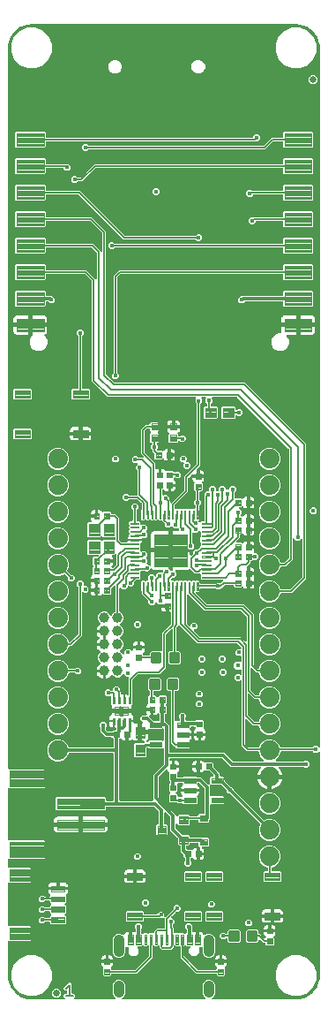
<source format=gtl>
G04 EAGLE Gerber RS-274X export*
G75*
%MOMM*%
%FSLAX34Y34*%
%LPD*%
%INTop Copper*%
%IPPOS*%
%AMOC8*
5,1,8,0,0,1.08239X$1,22.5*%
G01*
%ADD10C,0.203200*%
%ADD11C,0.100800*%
%ADD12C,0.300000*%
%ADD13C,0.104000*%
%ADD14C,0.635000*%
%ADD15C,0.096000*%
%ADD16C,0.102000*%
%ADD17C,0.100000*%
%ADD18C,0.099000*%
%ADD19C,1.000000*%
%ADD20C,0.099059*%
%ADD21C,1.879600*%
%ADD22C,1.000000*%
%ADD23C,0.105000*%
%ADD24C,0.450000*%
%ADD25C,0.127000*%
%ADD26C,0.304800*%
%ADD27C,0.254000*%
%ADD28C,0.101600*%

G36*
X56425Y2545D02*
X56425Y2545D01*
X56454Y2542D01*
X56565Y2565D01*
X56677Y2581D01*
X56704Y2593D01*
X56733Y2598D01*
X56833Y2651D01*
X56936Y2697D01*
X56959Y2716D01*
X56985Y2729D01*
X57067Y2807D01*
X57153Y2880D01*
X57170Y2905D01*
X57191Y2925D01*
X57248Y3023D01*
X57311Y3117D01*
X57320Y3145D01*
X57335Y3170D01*
X57363Y3280D01*
X57397Y3388D01*
X57398Y3418D01*
X57405Y3446D01*
X57401Y3559D01*
X57404Y3672D01*
X57397Y3701D01*
X57396Y3730D01*
X57361Y3838D01*
X57332Y3947D01*
X57317Y3973D01*
X57308Y4001D01*
X57263Y4065D01*
X57187Y4192D01*
X57141Y4235D01*
X57113Y4274D01*
X56133Y5254D01*
X56133Y6938D01*
X57324Y8129D01*
X58677Y8129D01*
X58735Y8137D01*
X58793Y8135D01*
X58875Y8157D01*
X58959Y8169D01*
X59012Y8192D01*
X59068Y8207D01*
X59141Y8250D01*
X59218Y8285D01*
X59263Y8323D01*
X59313Y8352D01*
X59371Y8414D01*
X59435Y8468D01*
X59467Y8517D01*
X59507Y8560D01*
X59546Y8635D01*
X59593Y8705D01*
X59610Y8761D01*
X59637Y8813D01*
X59648Y8881D01*
X59678Y8976D01*
X59681Y9076D01*
X59692Y9144D01*
X59692Y10166D01*
X59684Y10224D01*
X59686Y10282D01*
X59664Y10364D01*
X59652Y10448D01*
X59629Y10501D01*
X59614Y10557D01*
X59571Y10630D01*
X59536Y10707D01*
X59498Y10752D01*
X59469Y10802D01*
X59407Y10860D01*
X59353Y10924D01*
X59304Y10956D01*
X59261Y10996D01*
X59186Y11035D01*
X59116Y11082D01*
X59060Y11099D01*
X59008Y11126D01*
X58940Y11137D01*
X58845Y11167D01*
X58745Y11170D01*
X58677Y11181D01*
X57324Y11181D01*
X56133Y12372D01*
X56133Y14056D01*
X60883Y18806D01*
X62567Y18806D01*
X63758Y17615D01*
X63758Y9144D01*
X63766Y9086D01*
X63764Y9028D01*
X63786Y8946D01*
X63798Y8862D01*
X63822Y8809D01*
X63836Y8753D01*
X63879Y8680D01*
X63914Y8603D01*
X63952Y8558D01*
X63982Y8508D01*
X64043Y8450D01*
X64098Y8386D01*
X64146Y8354D01*
X64189Y8314D01*
X64264Y8275D01*
X64334Y8228D01*
X64390Y8211D01*
X64442Y8184D01*
X64510Y8173D01*
X64605Y8143D01*
X64705Y8140D01*
X64773Y8129D01*
X66126Y8129D01*
X67317Y6938D01*
X67317Y5254D01*
X66337Y4274D01*
X66319Y4250D01*
X66297Y4231D01*
X66234Y4137D01*
X66166Y4047D01*
X66155Y4019D01*
X66139Y3995D01*
X66105Y3887D01*
X66065Y3781D01*
X66062Y3752D01*
X66053Y3724D01*
X66050Y3610D01*
X66041Y3498D01*
X66047Y3469D01*
X66046Y3440D01*
X66075Y3330D01*
X66097Y3219D01*
X66110Y3193D01*
X66118Y3165D01*
X66175Y3067D01*
X66228Y2967D01*
X66248Y2945D01*
X66263Y2920D01*
X66345Y2843D01*
X66424Y2761D01*
X66449Y2746D01*
X66470Y2726D01*
X66571Y2674D01*
X66669Y2617D01*
X66697Y2610D01*
X66723Y2596D01*
X66801Y2583D01*
X66944Y2547D01*
X67007Y2549D01*
X67055Y2541D01*
X105295Y2541D01*
X105381Y2553D01*
X105467Y2555D01*
X105521Y2573D01*
X105577Y2581D01*
X105656Y2616D01*
X105738Y2642D01*
X105785Y2674D01*
X105836Y2697D01*
X105902Y2752D01*
X105974Y2800D01*
X106010Y2844D01*
X106053Y2880D01*
X106101Y2952D01*
X106157Y3018D01*
X106180Y3070D01*
X106211Y3117D01*
X106237Y3199D01*
X106272Y3278D01*
X106280Y3334D01*
X106297Y3388D01*
X106299Y3474D01*
X106311Y3560D01*
X106303Y3616D01*
X106304Y3672D01*
X106282Y3756D01*
X106270Y3841D01*
X106247Y3893D01*
X106232Y3947D01*
X106188Y4021D01*
X106153Y4100D01*
X106116Y4143D01*
X106087Y4192D01*
X106024Y4251D01*
X105968Y4316D01*
X105926Y4342D01*
X105880Y4386D01*
X105829Y4412D01*
X104099Y6142D01*
X103183Y8353D01*
X103183Y16747D01*
X104099Y18958D01*
X105792Y20651D01*
X108003Y21567D01*
X110397Y21567D01*
X112608Y20651D01*
X114301Y18958D01*
X115217Y16747D01*
X115217Y8353D01*
X114301Y6142D01*
X112583Y4424D01*
X112564Y4415D01*
X112520Y4379D01*
X112471Y4350D01*
X112412Y4287D01*
X112347Y4231D01*
X112315Y4184D01*
X112276Y4143D01*
X112237Y4066D01*
X112189Y3995D01*
X112172Y3941D01*
X112146Y3890D01*
X112129Y3806D01*
X112103Y3724D01*
X112102Y3667D01*
X112091Y3612D01*
X112098Y3526D01*
X112096Y3440D01*
X112110Y3385D01*
X112115Y3328D01*
X112146Y3248D01*
X112168Y3165D01*
X112197Y3116D01*
X112217Y3063D01*
X112269Y2994D01*
X112313Y2920D01*
X112354Y2881D01*
X112389Y2836D01*
X112457Y2785D01*
X112520Y2726D01*
X112571Y2700D01*
X112616Y2666D01*
X112697Y2635D01*
X112773Y2596D01*
X112822Y2588D01*
X112882Y2565D01*
X113027Y2554D01*
X113105Y2541D01*
X191695Y2541D01*
X191781Y2553D01*
X191867Y2555D01*
X191921Y2573D01*
X191977Y2581D01*
X192056Y2616D01*
X192138Y2642D01*
X192185Y2674D01*
X192236Y2697D01*
X192302Y2752D01*
X192374Y2800D01*
X192410Y2844D01*
X192453Y2880D01*
X192501Y2952D01*
X192557Y3018D01*
X192580Y3070D01*
X192611Y3117D01*
X192637Y3199D01*
X192672Y3278D01*
X192680Y3334D01*
X192697Y3388D01*
X192699Y3474D01*
X192711Y3560D01*
X192703Y3616D01*
X192704Y3672D01*
X192682Y3756D01*
X192670Y3841D01*
X192647Y3893D01*
X192632Y3947D01*
X192588Y4021D01*
X192553Y4100D01*
X192516Y4143D01*
X192487Y4192D01*
X192424Y4251D01*
X192368Y4316D01*
X192326Y4342D01*
X192280Y4386D01*
X192229Y4412D01*
X190499Y6142D01*
X189583Y8353D01*
X189583Y16747D01*
X190499Y18958D01*
X192192Y20651D01*
X194403Y21567D01*
X196797Y21567D01*
X199008Y20651D01*
X200701Y18958D01*
X201617Y16747D01*
X201617Y8353D01*
X200701Y6142D01*
X198983Y4424D01*
X198964Y4415D01*
X198920Y4379D01*
X198871Y4350D01*
X198812Y4287D01*
X198747Y4231D01*
X198715Y4184D01*
X198676Y4143D01*
X198637Y4066D01*
X198589Y3995D01*
X198572Y3941D01*
X198546Y3890D01*
X198529Y3806D01*
X198503Y3724D01*
X198502Y3667D01*
X198491Y3612D01*
X198498Y3526D01*
X198496Y3440D01*
X198510Y3385D01*
X198515Y3328D01*
X198546Y3248D01*
X198568Y3165D01*
X198597Y3116D01*
X198617Y3063D01*
X198669Y2994D01*
X198713Y2920D01*
X198754Y2881D01*
X198789Y2836D01*
X198857Y2785D01*
X198920Y2726D01*
X198971Y2700D01*
X199016Y2666D01*
X199097Y2635D01*
X199173Y2596D01*
X199222Y2588D01*
X199282Y2565D01*
X199427Y2554D01*
X199505Y2541D01*
X279400Y2541D01*
X279444Y2547D01*
X279480Y2544D01*
X282897Y2813D01*
X283055Y2848D01*
X283131Y2859D01*
X289631Y4971D01*
X289886Y5096D01*
X289900Y5109D01*
X289914Y5115D01*
X295443Y9133D01*
X295647Y9330D01*
X295656Y9346D01*
X295667Y9357D01*
X299685Y14886D01*
X299818Y15137D01*
X299822Y15156D01*
X299829Y15169D01*
X301941Y21669D01*
X301969Y21829D01*
X301987Y21903D01*
X302256Y25320D01*
X302253Y25365D01*
X302259Y25400D01*
X302259Y239328D01*
X302255Y239357D01*
X302258Y239387D01*
X302235Y239498D01*
X302219Y239610D01*
X302207Y239637D01*
X302202Y239665D01*
X302149Y239766D01*
X302103Y239869D01*
X302084Y239892D01*
X302071Y239918D01*
X301993Y240000D01*
X301920Y240086D01*
X301895Y240103D01*
X301875Y240124D01*
X301777Y240181D01*
X301683Y240244D01*
X301655Y240253D01*
X301630Y240268D01*
X301520Y240295D01*
X301412Y240330D01*
X301382Y240330D01*
X301354Y240338D01*
X301241Y240334D01*
X301128Y240337D01*
X301099Y240330D01*
X301070Y240329D01*
X300962Y240294D01*
X300853Y240265D01*
X300827Y240250D01*
X300799Y240241D01*
X300735Y240196D01*
X300608Y240120D01*
X300565Y240074D01*
X300526Y240046D01*
X299513Y239033D01*
X296807Y239033D01*
X295489Y240351D01*
X295419Y240403D01*
X295356Y240463D01*
X295306Y240489D01*
X295262Y240522D01*
X295180Y240553D01*
X295102Y240593D01*
X295055Y240601D01*
X294996Y240623D01*
X294849Y240635D01*
X294771Y240648D01*
X265430Y240648D01*
X265372Y240640D01*
X265314Y240642D01*
X265232Y240620D01*
X265148Y240608D01*
X265095Y240585D01*
X265039Y240570D01*
X264966Y240527D01*
X264889Y240492D01*
X264844Y240454D01*
X264794Y240425D01*
X264736Y240363D01*
X264672Y240309D01*
X264640Y240260D01*
X264600Y240217D01*
X264561Y240142D01*
X264514Y240072D01*
X264497Y240016D01*
X264470Y239964D01*
X264459Y239896D01*
X264429Y239801D01*
X264426Y239701D01*
X264415Y239633D01*
X264415Y239228D01*
X262829Y235401D01*
X259923Y232494D01*
X259905Y232470D01*
X259883Y232451D01*
X259820Y232357D01*
X259752Y232267D01*
X259741Y232239D01*
X259725Y232215D01*
X259691Y232107D01*
X259650Y232001D01*
X259648Y231972D01*
X259639Y231944D01*
X259636Y231830D01*
X259627Y231718D01*
X259633Y231689D01*
X259632Y231660D01*
X259660Y231550D01*
X259683Y231439D01*
X259696Y231413D01*
X259704Y231385D01*
X259762Y231287D01*
X259814Y231187D01*
X259834Y231165D01*
X259849Y231140D01*
X259931Y231063D01*
X260010Y230981D01*
X260035Y230966D01*
X260056Y230946D01*
X260157Y230894D01*
X260255Y230837D01*
X260283Y230830D01*
X260309Y230816D01*
X260387Y230803D01*
X260530Y230767D01*
X260593Y230769D01*
X260640Y230761D01*
X286340Y230761D01*
X286427Y230773D01*
X286514Y230776D01*
X286567Y230793D01*
X286622Y230801D01*
X286702Y230836D01*
X286785Y230863D01*
X286824Y230891D01*
X286881Y230917D01*
X286995Y231013D01*
X287058Y231058D01*
X287487Y231487D01*
X290193Y231487D01*
X292107Y229573D01*
X292107Y226867D01*
X290193Y224953D01*
X287487Y224953D01*
X287058Y225382D01*
X286988Y225434D01*
X286925Y225494D01*
X286875Y225520D01*
X286831Y225553D01*
X286749Y225584D01*
X286671Y225624D01*
X286624Y225632D01*
X286565Y225654D01*
X286418Y225666D01*
X286340Y225679D01*
X263556Y225679D01*
X263527Y225675D01*
X263497Y225678D01*
X263386Y225655D01*
X263274Y225639D01*
X263247Y225627D01*
X263219Y225622D01*
X263118Y225570D01*
X263015Y225523D01*
X262992Y225504D01*
X262966Y225491D01*
X262884Y225413D01*
X262798Y225340D01*
X262781Y225315D01*
X262760Y225295D01*
X262703Y225197D01*
X262640Y225103D01*
X262631Y225075D01*
X262616Y225050D01*
X262589Y224940D01*
X262554Y224832D01*
X262554Y224803D01*
X262546Y224774D01*
X262550Y224661D01*
X262547Y224548D01*
X262554Y224519D01*
X262555Y224490D01*
X262590Y224382D01*
X262619Y224273D01*
X262634Y224247D01*
X262643Y224219D01*
X262688Y224156D01*
X262764Y224028D01*
X262810Y223985D01*
X262838Y223946D01*
X263106Y223677D01*
X264211Y222157D01*
X265064Y220483D01*
X265645Y218696D01*
X265766Y217931D01*
X255016Y217931D01*
X254958Y217923D01*
X254900Y217925D01*
X254818Y217903D01*
X254735Y217891D01*
X254681Y217867D01*
X254625Y217853D01*
X254552Y217810D01*
X254475Y217775D01*
X254431Y217737D01*
X254380Y217707D01*
X254323Y217646D01*
X254258Y217591D01*
X254226Y217543D01*
X254186Y217500D01*
X254147Y217425D01*
X254101Y217355D01*
X254083Y217299D01*
X254056Y217247D01*
X254045Y217179D01*
X254015Y217084D01*
X254012Y216984D01*
X254001Y216916D01*
X254001Y215899D01*
X253999Y215899D01*
X253999Y216916D01*
X253991Y216974D01*
X253992Y217032D01*
X253971Y217114D01*
X253959Y217197D01*
X253935Y217251D01*
X253921Y217307D01*
X253878Y217380D01*
X253843Y217457D01*
X253805Y217502D01*
X253775Y217552D01*
X253714Y217610D01*
X253659Y217674D01*
X253611Y217706D01*
X253568Y217746D01*
X253493Y217785D01*
X253423Y217831D01*
X253367Y217849D01*
X253315Y217876D01*
X253247Y217887D01*
X253152Y217917D01*
X253052Y217920D01*
X252984Y217931D01*
X242234Y217931D01*
X242355Y218696D01*
X242936Y220483D01*
X243789Y222157D01*
X244894Y223677D01*
X245162Y223946D01*
X245180Y223970D01*
X245202Y223989D01*
X245265Y224083D01*
X245333Y224173D01*
X245344Y224201D01*
X245360Y224225D01*
X245394Y224333D01*
X245434Y224439D01*
X245437Y224468D01*
X245446Y224496D01*
X245449Y224609D01*
X245458Y224722D01*
X245452Y224751D01*
X245453Y224780D01*
X245424Y224890D01*
X245402Y225001D01*
X245389Y225027D01*
X245381Y225055D01*
X245323Y225153D01*
X245271Y225253D01*
X245251Y225275D01*
X245236Y225300D01*
X245153Y225377D01*
X245075Y225459D01*
X245050Y225474D01*
X245029Y225494D01*
X244928Y225546D01*
X244830Y225603D01*
X244802Y225610D01*
X244775Y225624D01*
X244698Y225637D01*
X244555Y225673D01*
X244492Y225671D01*
X244444Y225679D01*
X216498Y225679D01*
X208795Y233382D01*
X208725Y233434D01*
X208661Y233494D01*
X208612Y233520D01*
X208568Y233553D01*
X208486Y233584D01*
X208408Y233624D01*
X208361Y233632D01*
X208302Y233654D01*
X208154Y233666D01*
X208077Y233679D01*
X158496Y233679D01*
X158438Y233671D01*
X158380Y233673D01*
X158298Y233651D01*
X158214Y233639D01*
X158161Y233616D01*
X158105Y233601D01*
X158032Y233558D01*
X157955Y233523D01*
X157910Y233485D01*
X157860Y233456D01*
X157802Y233394D01*
X157738Y233340D01*
X157706Y233291D01*
X157666Y233248D01*
X157627Y233173D01*
X157580Y233103D01*
X157563Y233047D01*
X157536Y232995D01*
X157525Y232927D01*
X157495Y232832D01*
X157492Y232732D01*
X157481Y232664D01*
X157481Y232536D01*
X157489Y232478D01*
X157487Y232420D01*
X157509Y232338D01*
X157521Y232254D01*
X157544Y232201D01*
X157559Y232145D01*
X157602Y232072D01*
X157637Y231995D01*
X157675Y231950D01*
X157704Y231900D01*
X157766Y231842D01*
X157820Y231778D01*
X157869Y231746D01*
X157912Y231706D01*
X157987Y231667D01*
X158057Y231620D01*
X158113Y231603D01*
X158165Y231576D01*
X158233Y231565D01*
X158328Y231535D01*
X158428Y231532D01*
X158496Y231521D01*
X159791Y231521D01*
X159791Y226464D01*
X159799Y226406D01*
X159797Y226348D01*
X159819Y226266D01*
X159831Y226183D01*
X159854Y226129D01*
X159869Y226073D01*
X159912Y226000D01*
X159947Y225923D01*
X159985Y225879D01*
X160014Y225828D01*
X160076Y225771D01*
X160130Y225706D01*
X160179Y225674D01*
X160222Y225634D01*
X160297Y225595D01*
X160367Y225549D01*
X160423Y225531D01*
X160475Y225504D01*
X160543Y225493D01*
X160638Y225463D01*
X160738Y225460D01*
X160765Y225456D01*
X160767Y225438D01*
X160766Y225380D01*
X160787Y225298D01*
X160799Y225214D01*
X160823Y225161D01*
X160837Y225105D01*
X160881Y225032D01*
X160915Y224955D01*
X160953Y224910D01*
X160983Y224860D01*
X161044Y224802D01*
X161099Y224738D01*
X161147Y224706D01*
X161190Y224666D01*
X161265Y224627D01*
X161335Y224580D01*
X161391Y224563D01*
X161443Y224536D01*
X161511Y224525D01*
X161606Y224495D01*
X161706Y224492D01*
X161774Y224481D01*
X166831Y224481D01*
X166831Y223088D01*
X166623Y222312D01*
X166221Y221617D01*
X165653Y221049D01*
X165345Y220871D01*
X165307Y220841D01*
X165264Y220819D01*
X165195Y220754D01*
X165122Y220696D01*
X165093Y220656D01*
X165058Y220623D01*
X165010Y220542D01*
X164955Y220465D01*
X164939Y220420D01*
X164914Y220377D01*
X164891Y220286D01*
X164859Y220198D01*
X164856Y220149D01*
X164844Y220102D01*
X164847Y220008D01*
X164841Y219914D01*
X164851Y219867D01*
X164853Y219818D01*
X164882Y219728D01*
X164902Y219637D01*
X164925Y219594D01*
X164940Y219547D01*
X164983Y219487D01*
X165038Y219387D01*
X165099Y219325D01*
X165135Y219274D01*
X165307Y219102D01*
X165307Y216256D01*
X165315Y216198D01*
X165313Y216140D01*
X165335Y216058D01*
X165347Y215974D01*
X165370Y215921D01*
X165385Y215865D01*
X165428Y215792D01*
X165463Y215715D01*
X165501Y215670D01*
X165530Y215620D01*
X165592Y215562D01*
X165646Y215498D01*
X165695Y215466D01*
X165738Y215426D01*
X165813Y215387D01*
X165883Y215340D01*
X165939Y215323D01*
X165991Y215296D01*
X166059Y215285D01*
X166154Y215255D01*
X166254Y215252D01*
X166322Y215241D01*
X169721Y215241D01*
X169808Y215253D01*
X169895Y215256D01*
X169948Y215273D01*
X170003Y215281D01*
X170083Y215316D01*
X170166Y215343D01*
X170205Y215371D01*
X170262Y215397D01*
X170375Y215493D01*
X170439Y215538D01*
X171368Y216467D01*
X183630Y216467D01*
X184559Y215538D01*
X184629Y215486D01*
X184693Y215426D01*
X184742Y215400D01*
X184786Y215367D01*
X184868Y215336D01*
X184946Y215296D01*
X184993Y215288D01*
X185052Y215266D01*
X185199Y215254D01*
X185277Y215241D01*
X188402Y215241D01*
X194751Y208892D01*
X194775Y208874D01*
X194794Y208852D01*
X194888Y208789D01*
X194978Y208721D01*
X195006Y208711D01*
X195030Y208694D01*
X195138Y208660D01*
X195244Y208620D01*
X195273Y208617D01*
X195301Y208609D01*
X195415Y208606D01*
X195527Y208596D01*
X195556Y208602D01*
X195585Y208601D01*
X195695Y208630D01*
X195806Y208652D01*
X195832Y208666D01*
X195860Y208673D01*
X195958Y208731D01*
X196058Y208783D01*
X196080Y208803D01*
X196105Y208818D01*
X196182Y208901D01*
X196264Y208979D01*
X196279Y209004D01*
X196299Y209026D01*
X196351Y209127D01*
X196408Y209224D01*
X196415Y209253D01*
X196429Y209279D01*
X196442Y209356D01*
X196478Y209500D01*
X196476Y209562D01*
X196484Y209610D01*
X196484Y215581D01*
X197370Y216467D01*
X199049Y216467D01*
X199078Y216471D01*
X199107Y216468D01*
X199218Y216491D01*
X199331Y216507D01*
X199357Y216519D01*
X199386Y216524D01*
X199487Y216576D01*
X199590Y216623D01*
X199612Y216642D01*
X199638Y216655D01*
X199720Y216733D01*
X199807Y216806D01*
X199823Y216831D01*
X199845Y216851D01*
X199902Y216949D01*
X199965Y217043D01*
X199973Y217071D01*
X199988Y217096D01*
X200016Y217206D01*
X200050Y217314D01*
X200051Y217344D01*
X200058Y217372D01*
X200055Y217485D01*
X200058Y217598D01*
X200050Y217627D01*
X200049Y217656D01*
X200014Y217764D01*
X199986Y217873D01*
X199971Y217899D01*
X199962Y217927D01*
X199916Y217990D01*
X199841Y218118D01*
X199795Y218161D01*
X199767Y218200D01*
X196221Y221746D01*
X196151Y221798D01*
X196087Y221858D01*
X196038Y221884D01*
X195994Y221917D01*
X195912Y221948D01*
X195834Y221988D01*
X195787Y221996D01*
X195728Y222018D01*
X195580Y222030D01*
X195503Y222043D01*
X192378Y222043D01*
X192206Y222215D01*
X192167Y222244D01*
X192134Y222280D01*
X192054Y222329D01*
X191979Y222386D01*
X191933Y222403D01*
X191892Y222429D01*
X191801Y222453D01*
X191713Y222487D01*
X191664Y222491D01*
X191618Y222504D01*
X191524Y222503D01*
X191430Y222511D01*
X191382Y222501D01*
X191333Y222500D01*
X191243Y222473D01*
X191151Y222455D01*
X191108Y222432D01*
X191061Y222418D01*
X190982Y222367D01*
X190899Y222324D01*
X190864Y222290D01*
X190822Y222264D01*
X190775Y222206D01*
X190693Y222128D01*
X190649Y222053D01*
X190609Y222005D01*
X190431Y221697D01*
X189863Y221129D01*
X189168Y220727D01*
X188392Y220519D01*
X186999Y220519D01*
X186999Y225576D01*
X186991Y225634D01*
X186993Y225692D01*
X186971Y225774D01*
X186959Y225857D01*
X186936Y225911D01*
X186921Y225967D01*
X186878Y226040D01*
X186869Y226059D01*
X186900Y226105D01*
X186917Y226161D01*
X186944Y226213D01*
X186955Y226281D01*
X186985Y226376D01*
X186988Y226476D01*
X186999Y226544D01*
X186999Y231601D01*
X188392Y231601D01*
X189168Y231393D01*
X189863Y230991D01*
X190431Y230423D01*
X190609Y230115D01*
X190639Y230077D01*
X190661Y230034D01*
X190726Y229965D01*
X190784Y229892D01*
X190824Y229863D01*
X190857Y229828D01*
X190938Y229780D01*
X191015Y229725D01*
X191060Y229709D01*
X191103Y229684D01*
X191194Y229661D01*
X191282Y229629D01*
X191331Y229626D01*
X191378Y229614D01*
X191472Y229617D01*
X191566Y229611D01*
X191613Y229621D01*
X191662Y229623D01*
X191752Y229652D01*
X191843Y229672D01*
X191886Y229695D01*
X191933Y229710D01*
X191993Y229753D01*
X192093Y229808D01*
X192155Y229869D01*
X192206Y229905D01*
X192378Y230077D01*
X198622Y230077D01*
X199517Y229182D01*
X199517Y226057D01*
X199529Y225970D01*
X199532Y225883D01*
X199549Y225830D01*
X199557Y225775D01*
X199592Y225696D01*
X199619Y225612D01*
X199647Y225573D01*
X199673Y225516D01*
X199769Y225403D01*
X199814Y225339D01*
X206042Y219111D01*
X206042Y217482D01*
X206050Y217424D01*
X206048Y217366D01*
X206070Y217284D01*
X206082Y217200D01*
X206105Y217147D01*
X206120Y217091D01*
X206163Y217018D01*
X206198Y216941D01*
X206236Y216896D01*
X206265Y216846D01*
X206327Y216788D01*
X206381Y216724D01*
X206430Y216692D01*
X206473Y216652D01*
X206548Y216613D01*
X206618Y216566D01*
X206674Y216549D01*
X206726Y216522D01*
X206794Y216511D01*
X206889Y216481D01*
X206989Y216478D01*
X207057Y216467D01*
X209632Y216467D01*
X210518Y215581D01*
X210518Y212596D01*
X210530Y212509D01*
X210533Y212422D01*
X210550Y212369D01*
X210558Y212314D01*
X210593Y212235D01*
X210620Y212151D01*
X210648Y212112D01*
X210674Y212055D01*
X210770Y211942D01*
X210815Y211878D01*
X215929Y206764D01*
X215999Y206712D01*
X216063Y206652D01*
X216112Y206626D01*
X216156Y206593D01*
X216238Y206562D01*
X216316Y206522D01*
X216363Y206514D01*
X216422Y206492D01*
X216570Y206480D01*
X216647Y206467D01*
X217253Y206467D01*
X219167Y204553D01*
X219167Y203947D01*
X219179Y203860D01*
X219182Y203773D01*
X219199Y203720D01*
X219207Y203665D01*
X219242Y203586D01*
X219269Y203502D01*
X219297Y203463D01*
X219323Y203406D01*
X219419Y203293D01*
X219464Y203229D01*
X248090Y174603D01*
X248091Y174602D01*
X248092Y174601D01*
X248207Y174515D01*
X248317Y174432D01*
X248319Y174432D01*
X248320Y174431D01*
X248453Y174380D01*
X248583Y174331D01*
X248584Y174331D01*
X248586Y174330D01*
X248730Y174319D01*
X248866Y174308D01*
X248868Y174308D01*
X248869Y174308D01*
X248885Y174311D01*
X249145Y174363D01*
X249172Y174377D01*
X249196Y174383D01*
X251928Y175515D01*
X256072Y175515D01*
X259900Y173929D01*
X262829Y171000D01*
X264415Y167172D01*
X264415Y163028D01*
X262829Y159200D01*
X259900Y156271D01*
X256072Y154685D01*
X251928Y154685D01*
X248100Y156271D01*
X245171Y159200D01*
X243585Y163028D01*
X243585Y167172D01*
X244717Y169904D01*
X244717Y169905D01*
X244718Y169907D01*
X244752Y170041D01*
X244788Y170179D01*
X244788Y170181D01*
X244788Y170182D01*
X244784Y170323D01*
X244780Y170463D01*
X244779Y170465D01*
X244779Y170466D01*
X244737Y170598D01*
X244693Y170734D01*
X244692Y170735D01*
X244692Y170737D01*
X244683Y170749D01*
X244535Y170970D01*
X244511Y170990D01*
X244497Y171010D01*
X215871Y199636D01*
X215801Y199688D01*
X215737Y199748D01*
X215688Y199774D01*
X215644Y199807D01*
X215562Y199838D01*
X215484Y199878D01*
X215437Y199886D01*
X215378Y199908D01*
X215230Y199920D01*
X215153Y199933D01*
X214547Y199933D01*
X212633Y201847D01*
X212633Y202453D01*
X212621Y202540D01*
X212618Y202627D01*
X212601Y202680D01*
X212593Y202735D01*
X212558Y202814D01*
X212531Y202898D01*
X212503Y202937D01*
X212477Y202994D01*
X212381Y203107D01*
X212336Y203171D01*
X206871Y208636D01*
X206801Y208688D01*
X206737Y208748D01*
X206688Y208774D01*
X206644Y208807D01*
X206562Y208838D01*
X206484Y208878D01*
X206437Y208886D01*
X206378Y208908D01*
X206230Y208920D01*
X206153Y208933D01*
X197161Y208933D01*
X197132Y208929D01*
X197103Y208932D01*
X196992Y208909D01*
X196879Y208893D01*
X196853Y208881D01*
X196824Y208876D01*
X196723Y208823D01*
X196620Y208777D01*
X196598Y208758D01*
X196572Y208745D01*
X196489Y208667D01*
X196403Y208594D01*
X196387Y208569D01*
X196365Y208549D01*
X196308Y208451D01*
X196245Y208357D01*
X196237Y208329D01*
X196222Y208304D01*
X196194Y208194D01*
X196160Y208086D01*
X196159Y208056D01*
X196152Y208028D01*
X196155Y207915D01*
X196152Y207802D01*
X196160Y207773D01*
X196161Y207744D01*
X196196Y207636D01*
X196224Y207527D01*
X196239Y207501D01*
X196248Y207473D01*
X196294Y207409D01*
X196369Y207282D01*
X196415Y207239D01*
X196443Y207200D01*
X196851Y206792D01*
X196851Y198482D01*
X196859Y198424D01*
X196857Y198368D01*
X196857Y198367D01*
X196857Y198366D01*
X196879Y198284D01*
X196891Y198200D01*
X196914Y198147D01*
X196929Y198091D01*
X196972Y198018D01*
X197007Y197941D01*
X197045Y197896D01*
X197074Y197846D01*
X197136Y197788D01*
X197190Y197724D01*
X197239Y197692D01*
X197282Y197652D01*
X197357Y197613D01*
X197427Y197566D01*
X197483Y197549D01*
X197535Y197522D01*
X197603Y197511D01*
X197698Y197481D01*
X197798Y197478D01*
X197866Y197467D01*
X209632Y197467D01*
X210518Y196581D01*
X210518Y190819D01*
X209632Y189933D01*
X197866Y189933D01*
X197808Y189925D01*
X197750Y189927D01*
X197668Y189905D01*
X197584Y189893D01*
X197531Y189870D01*
X197475Y189855D01*
X197402Y189812D01*
X197325Y189777D01*
X197280Y189739D01*
X197230Y189710D01*
X197172Y189648D01*
X197108Y189594D01*
X197076Y189545D01*
X197036Y189502D01*
X196997Y189427D01*
X196950Y189357D01*
X196933Y189301D01*
X196906Y189249D01*
X196895Y189181D01*
X196865Y189086D01*
X196862Y188986D01*
X196851Y188918D01*
X196851Y175548D01*
X195964Y174661D01*
X195912Y174591D01*
X195852Y174527D01*
X195826Y174478D01*
X195793Y174434D01*
X195762Y174352D01*
X195722Y174274D01*
X195714Y174227D01*
X195692Y174168D01*
X195680Y174020D01*
X195667Y173943D01*
X195667Y173324D01*
X194776Y172433D01*
X186224Y172433D01*
X185333Y173324D01*
X185333Y173933D01*
X185325Y173991D01*
X185327Y174049D01*
X185305Y174131D01*
X185293Y174215D01*
X185270Y174268D01*
X185255Y174324D01*
X185212Y174397D01*
X185177Y174474D01*
X185139Y174519D01*
X185110Y174569D01*
X185048Y174627D01*
X184994Y174691D01*
X184945Y174723D01*
X184902Y174763D01*
X184827Y174802D01*
X184757Y174849D01*
X184701Y174866D01*
X184649Y174893D01*
X184581Y174904D01*
X184486Y174934D01*
X184386Y174937D01*
X184318Y174948D01*
X177822Y174948D01*
X177764Y174940D01*
X177706Y174942D01*
X177624Y174920D01*
X177540Y174908D01*
X177487Y174885D01*
X177431Y174870D01*
X177358Y174827D01*
X177281Y174792D01*
X177236Y174754D01*
X177186Y174725D01*
X177128Y174663D01*
X177064Y174609D01*
X177032Y174560D01*
X176992Y174517D01*
X176953Y174442D01*
X176906Y174372D01*
X176889Y174316D01*
X176862Y174264D01*
X176851Y174196D01*
X176821Y174101D01*
X176818Y174001D01*
X176807Y173933D01*
X176807Y170483D01*
X175907Y169583D01*
X166673Y169583D01*
X165564Y170693D01*
X165540Y170711D01*
X165521Y170733D01*
X165427Y170796D01*
X165337Y170864D01*
X165309Y170874D01*
X165285Y170890D01*
X165177Y170925D01*
X165071Y170965D01*
X165042Y170967D01*
X165014Y170976D01*
X164900Y170979D01*
X164788Y170989D01*
X164759Y170983D01*
X164730Y170984D01*
X164620Y170955D01*
X164509Y170933D01*
X164483Y170919D01*
X164455Y170912D01*
X164357Y170854D01*
X164257Y170802D01*
X164235Y170781D01*
X164210Y170766D01*
X164133Y170684D01*
X164051Y170606D01*
X164036Y170581D01*
X164016Y170559D01*
X163964Y170458D01*
X163907Y170361D01*
X163900Y170332D01*
X163886Y170306D01*
X163873Y170229D01*
X163837Y170085D01*
X163839Y170023D01*
X163831Y169975D01*
X163831Y167073D01*
X163843Y166986D01*
X163846Y166899D01*
X163863Y166846D01*
X163871Y166791D01*
X163906Y166712D01*
X163933Y166628D01*
X163961Y166589D01*
X163987Y166532D01*
X164083Y166419D01*
X164128Y166355D01*
X169569Y160914D01*
X169639Y160862D01*
X169703Y160802D01*
X169752Y160776D01*
X169796Y160743D01*
X169878Y160712D01*
X169956Y160672D01*
X170003Y160664D01*
X170062Y160642D01*
X170210Y160630D01*
X170287Y160617D01*
X175907Y160617D01*
X176807Y159717D01*
X176807Y159156D01*
X176815Y159098D01*
X176813Y159040D01*
X176835Y158958D01*
X176847Y158874D01*
X176870Y158821D01*
X176885Y158765D01*
X176928Y158692D01*
X176963Y158615D01*
X177001Y158570D01*
X177030Y158520D01*
X177092Y158462D01*
X177146Y158398D01*
X177195Y158366D01*
X177238Y158326D01*
X177313Y158287D01*
X177383Y158240D01*
X177439Y158223D01*
X177491Y158196D01*
X177559Y158185D01*
X177654Y158155D01*
X177754Y158152D01*
X177822Y158141D01*
X189552Y158141D01*
X189629Y158064D01*
X189699Y158012D01*
X189763Y157952D01*
X189812Y157926D01*
X189856Y157893D01*
X189938Y157862D01*
X190016Y157822D01*
X190063Y157814D01*
X190122Y157792D01*
X190270Y157780D01*
X190347Y157767D01*
X194776Y157767D01*
X195667Y156876D01*
X195667Y150324D01*
X194776Y149433D01*
X189574Y149433D01*
X189555Y149431D01*
X189535Y149433D01*
X189414Y149411D01*
X189293Y149393D01*
X189275Y149385D01*
X189255Y149382D01*
X189145Y149327D01*
X189033Y149277D01*
X189018Y149265D01*
X189001Y149256D01*
X188910Y149173D01*
X188816Y149094D01*
X188805Y149077D01*
X188791Y149064D01*
X188727Y148959D01*
X188659Y148857D01*
X188653Y148838D01*
X188642Y148822D01*
X188610Y148703D01*
X188573Y148586D01*
X188572Y148566D01*
X188567Y148547D01*
X188569Y148425D01*
X188566Y148302D01*
X188570Y148283D01*
X188571Y148263D01*
X188606Y148145D01*
X188637Y148027D01*
X188647Y148010D01*
X188653Y147991D01*
X188720Y147887D01*
X188783Y147782D01*
X188797Y147769D01*
X188808Y147752D01*
X188864Y147706D01*
X188990Y147588D01*
X189035Y147564D01*
X189067Y147539D01*
X189703Y147171D01*
X190271Y146603D01*
X190673Y145908D01*
X190881Y145132D01*
X190881Y143739D01*
X186839Y143739D01*
X186839Y148418D01*
X186831Y148476D01*
X186833Y148534D01*
X186811Y148616D01*
X186799Y148700D01*
X186776Y148753D01*
X186761Y148809D01*
X186718Y148882D01*
X186683Y148959D01*
X186645Y149004D01*
X186616Y149054D01*
X186554Y149112D01*
X186500Y149176D01*
X186451Y149208D01*
X186420Y149237D01*
X185333Y150324D01*
X185333Y152044D01*
X185325Y152102D01*
X185327Y152160D01*
X185305Y152242D01*
X185293Y152326D01*
X185270Y152379D01*
X185255Y152435D01*
X185212Y152508D01*
X185177Y152585D01*
X185139Y152630D01*
X185110Y152680D01*
X185048Y152738D01*
X184994Y152802D01*
X184945Y152834D01*
X184902Y152874D01*
X184827Y152913D01*
X184757Y152960D01*
X184701Y152977D01*
X184649Y153004D01*
X184581Y153015D01*
X184486Y153045D01*
X184386Y153048D01*
X184318Y153059D01*
X177822Y153059D01*
X177764Y153051D01*
X177706Y153053D01*
X177624Y153031D01*
X177540Y153019D01*
X177487Y152996D01*
X177431Y152981D01*
X177358Y152938D01*
X177281Y152903D01*
X177236Y152865D01*
X177186Y152836D01*
X177128Y152774D01*
X177064Y152720D01*
X177032Y152671D01*
X176992Y152628D01*
X176953Y152553D01*
X176906Y152483D01*
X176889Y152427D01*
X176862Y152375D01*
X176851Y152307D01*
X176821Y152212D01*
X176818Y152112D01*
X176807Y152044D01*
X176807Y151483D01*
X175907Y150583D01*
X174846Y150583D01*
X174788Y150575D01*
X174730Y150577D01*
X174648Y150555D01*
X174564Y150543D01*
X174511Y150520D01*
X174455Y150505D01*
X174382Y150462D01*
X174305Y150427D01*
X174260Y150389D01*
X174210Y150360D01*
X174152Y150298D01*
X174088Y150244D01*
X174056Y150195D01*
X174016Y150152D01*
X173977Y150077D01*
X173930Y150007D01*
X173913Y149951D01*
X173886Y149899D01*
X173875Y149831D01*
X173845Y149736D01*
X173842Y149636D01*
X173831Y149568D01*
X173831Y147272D01*
X173839Y147214D01*
X173837Y147156D01*
X173859Y147074D01*
X173871Y146990D01*
X173894Y146937D01*
X173909Y146881D01*
X173952Y146808D01*
X173987Y146731D01*
X174025Y146686D01*
X174054Y146636D01*
X174116Y146578D01*
X174170Y146514D01*
X174219Y146482D01*
X174262Y146442D01*
X174337Y146403D01*
X174407Y146356D01*
X174463Y146339D01*
X174515Y146312D01*
X174583Y146301D01*
X174678Y146271D01*
X174778Y146268D01*
X174846Y146257D01*
X178462Y146257D01*
X178634Y146085D01*
X178673Y146056D01*
X178706Y146020D01*
X178786Y145971D01*
X178861Y145914D01*
X178907Y145897D01*
X178948Y145871D01*
X179039Y145847D01*
X179127Y145813D01*
X179176Y145809D01*
X179222Y145796D01*
X179316Y145797D01*
X179410Y145789D01*
X179458Y145799D01*
X179507Y145800D01*
X179597Y145827D01*
X179689Y145845D01*
X179732Y145868D01*
X179779Y145882D01*
X179858Y145933D01*
X179941Y145976D01*
X179976Y146010D01*
X180018Y146036D01*
X180065Y146094D01*
X180147Y146172D01*
X180191Y146247D01*
X180231Y146295D01*
X180409Y146603D01*
X180977Y147171D01*
X181672Y147573D01*
X182448Y147781D01*
X183841Y147781D01*
X183841Y142724D01*
X183849Y142666D01*
X183847Y142608D01*
X183869Y142526D01*
X183881Y142443D01*
X183904Y142389D01*
X183919Y142333D01*
X183962Y142260D01*
X183971Y142241D01*
X183940Y142195D01*
X183923Y142139D01*
X183896Y142087D01*
X183885Y142019D01*
X183855Y141924D01*
X183852Y141824D01*
X183841Y141756D01*
X183841Y136699D01*
X182448Y136699D01*
X181672Y136907D01*
X180977Y137309D01*
X180409Y137877D01*
X180231Y138185D01*
X180201Y138223D01*
X180179Y138266D01*
X180114Y138335D01*
X180056Y138408D01*
X180016Y138437D01*
X179983Y138472D01*
X179902Y138520D01*
X179825Y138575D01*
X179780Y138591D01*
X179737Y138616D01*
X179646Y138639D01*
X179558Y138671D01*
X179509Y138674D01*
X179462Y138686D01*
X179368Y138683D01*
X179274Y138689D01*
X179227Y138679D01*
X179178Y138677D01*
X179088Y138648D01*
X178997Y138628D01*
X178954Y138605D01*
X178907Y138590D01*
X178847Y138547D01*
X178747Y138492D01*
X178685Y138431D01*
X178634Y138395D01*
X178332Y138093D01*
X178275Y138067D01*
X178230Y138029D01*
X178180Y138000D01*
X178122Y137938D01*
X178058Y137884D01*
X178026Y137835D01*
X177986Y137792D01*
X177947Y137717D01*
X177900Y137647D01*
X177883Y137591D01*
X177856Y137539D01*
X177845Y137471D01*
X177815Y137376D01*
X177812Y137276D01*
X177801Y137208D01*
X177801Y135850D01*
X177813Y135763D01*
X177816Y135676D01*
X177833Y135623D01*
X177841Y135568D01*
X177876Y135488D01*
X177903Y135405D01*
X177931Y135366D01*
X177957Y135309D01*
X178053Y135195D01*
X178098Y135132D01*
X178527Y134703D01*
X178527Y131997D01*
X176613Y130083D01*
X173907Y130083D01*
X171993Y131997D01*
X171993Y134703D01*
X172422Y135132D01*
X172474Y135202D01*
X172534Y135265D01*
X172560Y135315D01*
X172593Y135359D01*
X172624Y135441D01*
X172664Y135519D01*
X172672Y135566D01*
X172694Y135625D01*
X172706Y135772D01*
X172719Y135850D01*
X172719Y137301D01*
X172707Y137388D01*
X172704Y137475D01*
X172687Y137528D01*
X172679Y137583D01*
X172644Y137662D01*
X172617Y137746D01*
X172589Y137785D01*
X172563Y137842D01*
X172467Y137955D01*
X172422Y138019D01*
X171323Y139118D01*
X171323Y141393D01*
X171311Y141480D01*
X171308Y141567D01*
X171291Y141620D01*
X171283Y141675D01*
X171248Y141754D01*
X171221Y141838D01*
X171193Y141877D01*
X171167Y141934D01*
X171071Y142047D01*
X171026Y142111D01*
X170535Y142602D01*
X168749Y144388D01*
X168749Y149568D01*
X168741Y149626D01*
X168743Y149684D01*
X168721Y149766D01*
X168709Y149850D01*
X168686Y149903D01*
X168671Y149959D01*
X168628Y150032D01*
X168593Y150109D01*
X168555Y150154D01*
X168526Y150204D01*
X168464Y150262D01*
X168410Y150326D01*
X168361Y150358D01*
X168318Y150398D01*
X168243Y150437D01*
X168173Y150484D01*
X168117Y150501D01*
X168065Y150528D01*
X167997Y150539D01*
X167902Y150569D01*
X167802Y150572D01*
X167734Y150583D01*
X166673Y150583D01*
X165773Y151483D01*
X165773Y157103D01*
X165761Y157190D01*
X165758Y157277D01*
X165741Y157330D01*
X165733Y157385D01*
X165698Y157464D01*
X165671Y157548D01*
X165643Y157587D01*
X165617Y157644D01*
X165521Y157757D01*
X165476Y157821D01*
X158749Y164548D01*
X158749Y177597D01*
X158737Y177684D01*
X158734Y177771D01*
X158717Y177824D01*
X158709Y177879D01*
X158674Y177958D01*
X158647Y178042D01*
X158619Y178081D01*
X158593Y178138D01*
X158497Y178251D01*
X158452Y178315D01*
X154564Y182203D01*
X154540Y182221D01*
X154521Y182243D01*
X154427Y182306D01*
X154337Y182374D01*
X154309Y182384D01*
X154285Y182401D01*
X154177Y182435D01*
X154071Y182475D01*
X154042Y182478D01*
X154014Y182486D01*
X153900Y182489D01*
X153788Y182499D01*
X153759Y182493D01*
X153730Y182494D01*
X153620Y182465D01*
X153509Y182443D01*
X153483Y182429D01*
X153455Y182422D01*
X153357Y182364D01*
X153257Y182312D01*
X153235Y182292D01*
X153210Y182277D01*
X153133Y182194D01*
X153051Y182116D01*
X153036Y182091D01*
X153016Y182069D01*
X152964Y181968D01*
X152907Y181871D01*
X152900Y181842D01*
X152886Y181816D01*
X152873Y181739D01*
X152837Y181595D01*
X152839Y181533D01*
X152831Y181485D01*
X152831Y171132D01*
X152839Y171074D01*
X152837Y171016D01*
X152859Y170934D01*
X152871Y170850D01*
X152894Y170797D01*
X152909Y170741D01*
X152952Y170668D01*
X152987Y170591D01*
X153025Y170546D01*
X153054Y170496D01*
X153116Y170438D01*
X153170Y170374D01*
X153219Y170342D01*
X153262Y170302D01*
X153337Y170263D01*
X153407Y170216D01*
X153463Y170199D01*
X153515Y170172D01*
X153583Y170161D01*
X153678Y170131D01*
X153778Y170128D01*
X153846Y170117D01*
X154907Y170117D01*
X155807Y169217D01*
X155807Y160983D01*
X154907Y160083D01*
X145673Y160083D01*
X144773Y160983D01*
X144773Y169217D01*
X145673Y170117D01*
X146734Y170117D01*
X146792Y170125D01*
X146850Y170123D01*
X146932Y170145D01*
X147016Y170157D01*
X147069Y170180D01*
X147125Y170195D01*
X147198Y170238D01*
X147275Y170273D01*
X147320Y170311D01*
X147370Y170340D01*
X147428Y170402D01*
X147492Y170456D01*
X147524Y170505D01*
X147564Y170548D01*
X147603Y170623D01*
X147650Y170693D01*
X147667Y170749D01*
X147694Y170801D01*
X147705Y170869D01*
X147735Y170964D01*
X147738Y171064D01*
X147749Y171132D01*
X147749Y182247D01*
X147741Y182304D01*
X147743Y182356D01*
X147735Y182384D01*
X147734Y182421D01*
X147717Y182474D01*
X147709Y182529D01*
X147681Y182592D01*
X147671Y182631D01*
X147661Y182648D01*
X147647Y182692D01*
X147619Y182731D01*
X147593Y182788D01*
X147541Y182849D01*
X147526Y182876D01*
X147495Y182904D01*
X147452Y182965D01*
X142915Y187502D01*
X142845Y187554D01*
X142781Y187614D01*
X142732Y187640D01*
X142688Y187673D01*
X142606Y187704D01*
X142528Y187744D01*
X142481Y187752D01*
X142422Y187774D01*
X142274Y187786D01*
X142197Y187799D01*
X97592Y187799D01*
X97534Y187791D01*
X97476Y187793D01*
X97394Y187771D01*
X97310Y187759D01*
X97257Y187736D01*
X97201Y187721D01*
X97128Y187678D01*
X97051Y187643D01*
X97006Y187605D01*
X96956Y187576D01*
X96898Y187514D01*
X96834Y187460D01*
X96802Y187411D01*
X96762Y187368D01*
X96723Y187293D01*
X96676Y187223D01*
X96659Y187167D01*
X96632Y187115D01*
X96621Y187047D01*
X96591Y186952D01*
X96588Y186852D01*
X96577Y186784D01*
X96577Y185212D01*
X95688Y184323D01*
X49432Y184323D01*
X48543Y185212D01*
X48543Y195468D01*
X49432Y196357D01*
X95688Y196357D01*
X96577Y195468D01*
X96577Y193896D01*
X96585Y193838D01*
X96583Y193780D01*
X96605Y193698D01*
X96617Y193614D01*
X96640Y193561D01*
X96655Y193505D01*
X96698Y193432D01*
X96733Y193355D01*
X96771Y193310D01*
X96800Y193260D01*
X96862Y193202D01*
X96916Y193138D01*
X96965Y193106D01*
X97008Y193066D01*
X97083Y193027D01*
X97153Y192980D01*
X97209Y192963D01*
X97261Y192936D01*
X97329Y192925D01*
X97424Y192895D01*
X97524Y192892D01*
X97592Y192881D01*
X103204Y192881D01*
X103262Y192889D01*
X103320Y192887D01*
X103402Y192909D01*
X103486Y192921D01*
X103539Y192944D01*
X103595Y192959D01*
X103668Y193002D01*
X103745Y193037D01*
X103790Y193075D01*
X103840Y193104D01*
X103898Y193166D01*
X103962Y193220D01*
X103994Y193269D01*
X104034Y193312D01*
X104073Y193387D01*
X104120Y193457D01*
X104137Y193513D01*
X104164Y193565D01*
X104175Y193633D01*
X104205Y193728D01*
X104208Y193828D01*
X104219Y193896D01*
X104219Y237744D01*
X104211Y237802D01*
X104213Y237860D01*
X104191Y237942D01*
X104179Y238026D01*
X104156Y238079D01*
X104141Y238135D01*
X104098Y238208D01*
X104063Y238285D01*
X104025Y238330D01*
X103996Y238380D01*
X103934Y238438D01*
X103880Y238502D01*
X103831Y238534D01*
X103788Y238574D01*
X103713Y238613D01*
X103643Y238660D01*
X103587Y238677D01*
X103535Y238704D01*
X103467Y238715D01*
X103372Y238745D01*
X103272Y238748D01*
X103204Y238759D01*
X61699Y238759D01*
X61697Y238759D01*
X61696Y238759D01*
X61556Y238739D01*
X61417Y238719D01*
X61416Y238719D01*
X61414Y238719D01*
X61288Y238662D01*
X61158Y238603D01*
X61157Y238602D01*
X61155Y238601D01*
X61048Y238510D01*
X60941Y238420D01*
X60940Y238418D01*
X60939Y238417D01*
X60931Y238404D01*
X60783Y238183D01*
X60774Y238154D01*
X60761Y238133D01*
X59629Y235400D01*
X56700Y232471D01*
X52872Y230885D01*
X48728Y230885D01*
X44900Y232471D01*
X41971Y235400D01*
X40385Y239228D01*
X40385Y243372D01*
X41971Y247200D01*
X44900Y250129D01*
X48728Y251715D01*
X52872Y251715D01*
X56700Y250129D01*
X59629Y247200D01*
X60761Y244467D01*
X60762Y244466D01*
X60762Y244465D01*
X60834Y244344D01*
X60905Y244223D01*
X60906Y244222D01*
X60907Y244220D01*
X61011Y244123D01*
X61112Y244027D01*
X61113Y244027D01*
X61115Y244026D01*
X61240Y243961D01*
X61365Y243897D01*
X61366Y243897D01*
X61368Y243896D01*
X61383Y243894D01*
X61644Y243842D01*
X61674Y243845D01*
X61699Y243841D01*
X103204Y243841D01*
X103262Y243849D01*
X103320Y243847D01*
X103402Y243869D01*
X103486Y243881D01*
X103539Y243904D01*
X103595Y243919D01*
X103668Y243962D01*
X103745Y243997D01*
X103790Y244035D01*
X103840Y244064D01*
X103898Y244126D01*
X103962Y244180D01*
X103994Y244229D01*
X104034Y244272D01*
X104073Y244347D01*
X104120Y244417D01*
X104137Y244473D01*
X104164Y244525D01*
X104175Y244593D01*
X104205Y244688D01*
X104208Y244788D01*
X104219Y244856D01*
X104219Y251521D01*
X104207Y251608D01*
X104204Y251695D01*
X104187Y251748D01*
X104179Y251803D01*
X104144Y251882D01*
X104117Y251966D01*
X104089Y252005D01*
X104063Y252062D01*
X103967Y252175D01*
X103922Y252239D01*
X102459Y253702D01*
X102389Y253754D01*
X102325Y253814D01*
X102276Y253840D01*
X102232Y253873D01*
X102150Y253904D01*
X102072Y253944D01*
X102025Y253952D01*
X101966Y253974D01*
X101818Y253986D01*
X101741Y253999D01*
X96738Y253999D01*
X91439Y259298D01*
X91439Y262930D01*
X91427Y263017D01*
X91424Y263104D01*
X91407Y263157D01*
X91399Y263212D01*
X91364Y263292D01*
X91337Y263375D01*
X91309Y263414D01*
X91283Y263471D01*
X91187Y263585D01*
X91142Y263648D01*
X90713Y264077D01*
X90713Y266783D01*
X92627Y268697D01*
X95333Y268697D01*
X97247Y266783D01*
X97247Y264077D01*
X96818Y263648D01*
X96766Y263578D01*
X96706Y263515D01*
X96680Y263465D01*
X96647Y263421D01*
X96616Y263339D01*
X96576Y263261D01*
X96568Y263214D01*
X96546Y263155D01*
X96534Y263008D01*
X96521Y262930D01*
X96521Y261823D01*
X96533Y261736D01*
X96536Y261649D01*
X96553Y261596D01*
X96561Y261541D01*
X96596Y261462D01*
X96623Y261378D01*
X96651Y261339D01*
X96677Y261282D01*
X96773Y261169D01*
X96818Y261105D01*
X98545Y259378D01*
X98615Y259326D01*
X98679Y259266D01*
X98728Y259240D01*
X98772Y259207D01*
X98854Y259176D01*
X98932Y259136D01*
X98979Y259128D01*
X99038Y259106D01*
X99186Y259094D01*
X99263Y259081D01*
X101741Y259081D01*
X101828Y259093D01*
X101915Y259096D01*
X101968Y259113D01*
X102023Y259121D01*
X102102Y259156D01*
X102186Y259183D01*
X102225Y259211D01*
X102282Y259237D01*
X102395Y259333D01*
X102459Y259378D01*
X103638Y260557D01*
X105704Y260557D01*
X105762Y260565D01*
X105820Y260563D01*
X105902Y260585D01*
X105986Y260597D01*
X106039Y260620D01*
X106095Y260635D01*
X106168Y260678D01*
X106245Y260713D01*
X106290Y260751D01*
X106340Y260780D01*
X106398Y260842D01*
X106462Y260896D01*
X106494Y260945D01*
X106534Y260988D01*
X106573Y261063D01*
X106620Y261133D01*
X106637Y261189D01*
X106664Y261241D01*
X106675Y261309D01*
X106705Y261404D01*
X106708Y261504D01*
X106719Y261572D01*
X106719Y262444D01*
X106711Y262502D01*
X106713Y262560D01*
X106691Y262642D01*
X106679Y262726D01*
X106656Y262779D01*
X106641Y262835D01*
X106598Y262908D01*
X106563Y262985D01*
X106525Y263030D01*
X106496Y263080D01*
X106434Y263138D01*
X106380Y263202D01*
X106331Y263234D01*
X106288Y263274D01*
X106213Y263313D01*
X106143Y263360D01*
X106087Y263377D01*
X106035Y263404D01*
X105967Y263415D01*
X105872Y263445D01*
X105772Y263448D01*
X105704Y263459D01*
X105275Y263459D01*
X105275Y269500D01*
X105267Y269558D01*
X105269Y269616D01*
X105247Y269698D01*
X105236Y269781D01*
X105212Y269835D01*
X105197Y269891D01*
X105154Y269964D01*
X105119Y270041D01*
X105082Y270085D01*
X105052Y270135D01*
X105051Y270136D01*
X104990Y270193D01*
X104936Y270258D01*
X104935Y270258D01*
X104887Y270290D01*
X104844Y270330D01*
X104769Y270369D01*
X104699Y270416D01*
X104643Y270433D01*
X104591Y270460D01*
X104523Y270471D01*
X104428Y270501D01*
X104328Y270504D01*
X104260Y270515D01*
X100219Y270515D01*
X100219Y272892D01*
X100427Y273668D01*
X100829Y274363D01*
X101397Y274931D01*
X101812Y275171D01*
X101873Y275219D01*
X101940Y275258D01*
X101984Y275306D01*
X102035Y275346D01*
X102081Y275409D01*
X102134Y275466D01*
X102164Y275524D01*
X102202Y275576D01*
X102228Y275650D01*
X102264Y275719D01*
X102273Y275774D01*
X102298Y275844D01*
X102306Y275973D01*
X102319Y276050D01*
X102319Y277401D01*
X109761Y277401D01*
X109761Y275032D01*
X109769Y274974D01*
X109767Y274916D01*
X109789Y274834D01*
X109801Y274750D01*
X109824Y274697D01*
X109839Y274641D01*
X109882Y274568D01*
X109917Y274491D01*
X109955Y274446D01*
X109984Y274396D01*
X110046Y274338D01*
X110100Y274274D01*
X110149Y274242D01*
X110192Y274202D01*
X110267Y274163D01*
X110337Y274116D01*
X110393Y274099D01*
X110445Y274072D01*
X110513Y274061D01*
X110608Y274031D01*
X110708Y274028D01*
X110776Y274017D01*
X110882Y274017D01*
X111042Y273857D01*
X111089Y273822D01*
X111129Y273779D01*
X111202Y273737D01*
X111269Y273686D01*
X111324Y273665D01*
X111374Y273636D01*
X111456Y273615D01*
X111535Y273585D01*
X111593Y273580D01*
X111650Y273566D01*
X111734Y273568D01*
X111818Y273561D01*
X111876Y273573D01*
X111934Y273575D01*
X112014Y273601D01*
X112097Y273617D01*
X112149Y273644D01*
X112205Y273662D01*
X112261Y273702D01*
X112349Y273748D01*
X112422Y273817D01*
X112478Y273857D01*
X112638Y274017D01*
X112744Y274017D01*
X112802Y274025D01*
X112860Y274023D01*
X112942Y274045D01*
X113026Y274057D01*
X113079Y274080D01*
X113135Y274095D01*
X113208Y274138D01*
X113285Y274173D01*
X113330Y274211D01*
X113380Y274240D01*
X113438Y274302D01*
X113502Y274356D01*
X113534Y274405D01*
X113574Y274448D01*
X113613Y274523D01*
X113660Y274593D01*
X113677Y274649D01*
X113704Y274701D01*
X113715Y274769D01*
X113745Y274864D01*
X113748Y274964D01*
X113759Y275032D01*
X113759Y277401D01*
X121201Y277401D01*
X121201Y276050D01*
X121212Y275973D01*
X121213Y275895D01*
X121231Y275833D01*
X121241Y275768D01*
X121272Y275698D01*
X121295Y275623D01*
X121330Y275568D01*
X121357Y275509D01*
X121407Y275450D01*
X121449Y275384D01*
X121492Y275349D01*
X121540Y275292D01*
X121648Y275220D01*
X121708Y275171D01*
X122123Y274931D01*
X122691Y274363D01*
X123093Y273668D01*
X123301Y272892D01*
X123301Y270515D01*
X119260Y270515D01*
X119202Y270507D01*
X119144Y270509D01*
X119062Y270487D01*
X118979Y270476D01*
X118925Y270452D01*
X118869Y270437D01*
X118796Y270394D01*
X118719Y270359D01*
X118675Y270322D01*
X118625Y270292D01*
X118567Y270230D01*
X118502Y270176D01*
X118470Y270127D01*
X118430Y270084D01*
X118392Y270009D01*
X118345Y269939D01*
X118327Y269883D01*
X118301Y269831D01*
X118289Y269763D01*
X118259Y269668D01*
X118256Y269568D01*
X118245Y269500D01*
X118253Y269442D01*
X118252Y269384D01*
X118252Y269383D01*
X118273Y269302D01*
X118285Y269218D01*
X118309Y269165D01*
X118324Y269108D01*
X118367Y269036D01*
X118401Y268959D01*
X118439Y268914D01*
X118469Y268864D01*
X118530Y268806D01*
X118585Y268742D01*
X118633Y268710D01*
X118676Y268669D01*
X118751Y268631D01*
X118821Y268584D01*
X118877Y268567D01*
X118929Y268540D01*
X118997Y268529D01*
X119092Y268499D01*
X119192Y268496D01*
X119260Y268485D01*
X123301Y268485D01*
X123301Y267695D01*
X123308Y267647D01*
X123305Y267598D01*
X123327Y267506D01*
X123341Y267414D01*
X123360Y267369D01*
X123372Y267322D01*
X123418Y267240D01*
X123457Y267154D01*
X123488Y267117D01*
X123513Y267074D01*
X123580Y267009D01*
X123640Y266937D01*
X123681Y266910D01*
X123716Y266876D01*
X123799Y266832D01*
X123877Y266780D01*
X123924Y266765D01*
X123967Y266742D01*
X124059Y266722D01*
X124148Y266694D01*
X124197Y266693D01*
X124245Y266682D01*
X124319Y266689D01*
X124432Y266686D01*
X124516Y266708D01*
X124579Y266714D01*
X124640Y266731D01*
X127509Y266731D01*
X127509Y259706D01*
X127517Y259648D01*
X127515Y259590D01*
X127537Y259508D01*
X127549Y259425D01*
X127573Y259371D01*
X127587Y259315D01*
X127630Y259242D01*
X127665Y259165D01*
X127703Y259121D01*
X127733Y259070D01*
X127794Y259013D01*
X127849Y258948D01*
X127897Y258916D01*
X127940Y258876D01*
X128015Y258837D01*
X128085Y258791D01*
X128141Y258773D01*
X128193Y258746D01*
X128261Y258735D01*
X128356Y258705D01*
X128456Y258702D01*
X128524Y258691D01*
X129541Y258691D01*
X129541Y258689D01*
X128524Y258689D01*
X128466Y258681D01*
X128408Y258682D01*
X128326Y258661D01*
X128243Y258649D01*
X128189Y258625D01*
X128133Y258611D01*
X128060Y258568D01*
X127983Y258533D01*
X127938Y258495D01*
X127888Y258465D01*
X127830Y258404D01*
X127766Y258349D01*
X127734Y258301D01*
X127694Y258258D01*
X127655Y258183D01*
X127609Y258113D01*
X127591Y258057D01*
X127564Y258005D01*
X127553Y257937D01*
X127523Y257842D01*
X127520Y257742D01*
X127509Y257674D01*
X127509Y250649D01*
X124640Y250649D01*
X123866Y250856D01*
X123173Y251257D01*
X122690Y251740D01*
X122643Y251775D01*
X122603Y251817D01*
X122530Y251860D01*
X122463Y251911D01*
X122408Y251931D01*
X122358Y251961D01*
X122276Y251982D01*
X122197Y252012D01*
X122139Y252017D01*
X122082Y252031D01*
X121998Y252028D01*
X121914Y252035D01*
X121857Y252024D01*
X121798Y252022D01*
X121718Y251996D01*
X121635Y251980D01*
X121583Y251953D01*
X121527Y251935D01*
X121471Y251895D01*
X121383Y251849D01*
X121310Y251780D01*
X121254Y251740D01*
X121123Y251609D01*
X120428Y251207D01*
X119652Y250999D01*
X118259Y250999D01*
X118259Y256056D01*
X118251Y256114D01*
X118253Y256172D01*
X118231Y256254D01*
X118219Y256337D01*
X118196Y256391D01*
X118181Y256447D01*
X118138Y256520D01*
X118103Y256597D01*
X118065Y256641D01*
X118036Y256692D01*
X117974Y256749D01*
X117920Y256814D01*
X117871Y256846D01*
X117828Y256886D01*
X117753Y256925D01*
X117683Y256971D01*
X117627Y256989D01*
X117575Y257016D01*
X117507Y257027D01*
X117412Y257057D01*
X117312Y257060D01*
X117244Y257071D01*
X116276Y257071D01*
X116218Y257063D01*
X116160Y257064D01*
X116078Y257043D01*
X115994Y257031D01*
X115941Y257007D01*
X115885Y256993D01*
X115812Y256949D01*
X115735Y256915D01*
X115690Y256877D01*
X115640Y256847D01*
X115582Y256786D01*
X115518Y256731D01*
X115486Y256683D01*
X115446Y256640D01*
X115407Y256565D01*
X115360Y256495D01*
X115343Y256439D01*
X115316Y256387D01*
X115305Y256319D01*
X115275Y256224D01*
X115272Y256124D01*
X115261Y256056D01*
X115261Y250999D01*
X113868Y250999D01*
X113092Y251207D01*
X112397Y251609D01*
X111829Y252177D01*
X111651Y252485D01*
X111621Y252523D01*
X111599Y252566D01*
X111534Y252634D01*
X111476Y252708D01*
X111436Y252737D01*
X111403Y252772D01*
X111322Y252820D01*
X111245Y252875D01*
X111200Y252891D01*
X111157Y252916D01*
X111067Y252939D01*
X110978Y252971D01*
X110929Y252974D01*
X110882Y252986D01*
X110788Y252983D01*
X110694Y252989D01*
X110647Y252979D01*
X110598Y252977D01*
X110508Y252948D01*
X110417Y252928D01*
X110374Y252905D01*
X110327Y252890D01*
X110267Y252847D01*
X110167Y252792D01*
X110105Y252731D01*
X110054Y252695D01*
X109598Y252239D01*
X109546Y252169D01*
X109486Y252105D01*
X109460Y252056D01*
X109427Y252012D01*
X109396Y251930D01*
X109356Y251852D01*
X109348Y251805D01*
X109326Y251746D01*
X109314Y251598D01*
X109301Y251521D01*
X109301Y193896D01*
X109309Y193838D01*
X109307Y193780D01*
X109329Y193698D01*
X109341Y193614D01*
X109364Y193561D01*
X109379Y193505D01*
X109422Y193432D01*
X109457Y193355D01*
X109495Y193310D01*
X109524Y193260D01*
X109586Y193202D01*
X109640Y193138D01*
X109689Y193106D01*
X109732Y193066D01*
X109807Y193027D01*
X109877Y192980D01*
X109933Y192963D01*
X109985Y192936D01*
X110053Y192925D01*
X110148Y192895D01*
X110248Y192892D01*
X110316Y192881D01*
X141435Y192881D01*
X141464Y192885D01*
X141493Y192882D01*
X141604Y192905D01*
X141717Y192921D01*
X141743Y192933D01*
X141772Y192938D01*
X141873Y192991D01*
X141976Y193037D01*
X141998Y193056D01*
X142024Y193069D01*
X142107Y193147D01*
X142193Y193220D01*
X142209Y193245D01*
X142231Y193265D01*
X142288Y193363D01*
X142351Y193457D01*
X142359Y193485D01*
X142374Y193510D01*
X142402Y193620D01*
X142436Y193728D01*
X142437Y193757D01*
X142444Y193786D01*
X142441Y193899D01*
X142444Y194012D01*
X142436Y194041D01*
X142435Y194070D01*
X142400Y194178D01*
X142372Y194287D01*
X142357Y194313D01*
X142348Y194341D01*
X142302Y194404D01*
X142239Y194511D01*
X142239Y218222D01*
X152102Y228085D01*
X152154Y228155D01*
X152214Y228219D01*
X152240Y228268D01*
X152273Y228312D01*
X152304Y228394D01*
X152344Y228472D01*
X152352Y228519D01*
X152374Y228578D01*
X152386Y228726D01*
X152399Y228803D01*
X152399Y242611D01*
X152395Y242640D01*
X152398Y242670D01*
X152375Y242781D01*
X152359Y242893D01*
X152347Y242920D01*
X152342Y242948D01*
X152290Y243049D01*
X152243Y243152D01*
X152224Y243175D01*
X152211Y243201D01*
X152133Y243283D01*
X152060Y243369D01*
X152035Y243385D01*
X152015Y243407D01*
X151917Y243464D01*
X151823Y243527D01*
X151795Y243536D01*
X151770Y243551D01*
X151660Y243578D01*
X151552Y243613D01*
X151523Y243613D01*
X151494Y243621D01*
X151381Y243617D01*
X151268Y243620D01*
X151239Y243612D01*
X151210Y243612D01*
X151102Y243577D01*
X150993Y243548D01*
X150967Y243533D01*
X150939Y243524D01*
X150876Y243479D01*
X150748Y243403D01*
X150705Y243357D01*
X150666Y243329D01*
X150610Y243273D01*
X138348Y243273D01*
X137290Y244331D01*
X137266Y244349D01*
X137247Y244371D01*
X137153Y244434D01*
X137063Y244502D01*
X137035Y244513D01*
X137011Y244529D01*
X136903Y244563D01*
X136797Y244603D01*
X136768Y244606D01*
X136740Y244615D01*
X136626Y244618D01*
X136514Y244627D01*
X136485Y244621D01*
X136456Y244622D01*
X136346Y244593D01*
X136235Y244571D01*
X136209Y244557D01*
X136181Y244550D01*
X136083Y244492D01*
X135983Y244440D01*
X135961Y244420D01*
X135936Y244405D01*
X135859Y244322D01*
X135777Y244244D01*
X135762Y244219D01*
X135742Y244198D01*
X135690Y244097D01*
X135633Y243999D01*
X135626Y243971D01*
X135612Y243944D01*
X135599Y243867D01*
X135563Y243723D01*
X135565Y243661D01*
X135557Y243613D01*
X135557Y236062D01*
X134668Y235173D01*
X124412Y235173D01*
X123523Y236062D01*
X123523Y247318D01*
X124412Y248207D01*
X132402Y248207D01*
X132489Y248219D01*
X132576Y248222D01*
X132629Y248239D01*
X132684Y248247D01*
X132764Y248282D01*
X132847Y248309D01*
X132886Y248337D01*
X132943Y248363D01*
X133056Y248459D01*
X133120Y248504D01*
X133532Y248916D01*
X133550Y248940D01*
X133572Y248959D01*
X133635Y249053D01*
X133703Y249143D01*
X133714Y249171D01*
X133730Y249195D01*
X133764Y249303D01*
X133804Y249409D01*
X133807Y249438D01*
X133816Y249466D01*
X133819Y249580D01*
X133828Y249692D01*
X133822Y249721D01*
X133823Y249750D01*
X133794Y249860D01*
X133772Y249971D01*
X133758Y249997D01*
X133751Y250025D01*
X133693Y250123D01*
X133641Y250223D01*
X133621Y250245D01*
X133606Y250270D01*
X133523Y250347D01*
X133445Y250429D01*
X133420Y250444D01*
X133399Y250464D01*
X133298Y250516D01*
X133200Y250573D01*
X133172Y250580D01*
X133145Y250594D01*
X133068Y250607D01*
X132924Y250643D01*
X132862Y250641D01*
X132814Y250649D01*
X131571Y250649D01*
X131571Y256659D01*
X137081Y256659D01*
X137081Y253290D01*
X136874Y252516D01*
X136473Y251823D01*
X135907Y251257D01*
X135846Y251221D01*
X135830Y251209D01*
X135812Y251201D01*
X135718Y251122D01*
X135622Y251046D01*
X135610Y251030D01*
X135595Y251017D01*
X135527Y250915D01*
X135455Y250816D01*
X135448Y250797D01*
X135438Y250781D01*
X135400Y250664D01*
X135359Y250548D01*
X135358Y250529D01*
X135352Y250510D01*
X135349Y250387D01*
X135341Y250264D01*
X135345Y250245D01*
X135344Y250226D01*
X135375Y250107D01*
X135402Y249987D01*
X135411Y249969D01*
X135416Y249951D01*
X135479Y249845D01*
X135538Y249737D01*
X135551Y249723D01*
X135562Y249706D01*
X135651Y249622D01*
X135737Y249535D01*
X135754Y249525D01*
X135769Y249512D01*
X135878Y249456D01*
X135985Y249396D01*
X136004Y249391D01*
X136022Y249382D01*
X136095Y249370D01*
X136262Y249331D01*
X136313Y249333D01*
X136353Y249327D01*
X136447Y249327D01*
X136534Y249339D01*
X136621Y249342D01*
X136674Y249359D01*
X136729Y249367D01*
X136809Y249402D01*
X136892Y249429D01*
X136931Y249457D01*
X136988Y249483D01*
X137101Y249579D01*
X137165Y249624D01*
X138348Y250807D01*
X150610Y250807D01*
X150666Y250751D01*
X150690Y250733D01*
X150709Y250711D01*
X150803Y250648D01*
X150893Y250580D01*
X150921Y250569D01*
X150945Y250553D01*
X151053Y250519D01*
X151159Y250479D01*
X151188Y250476D01*
X151216Y250467D01*
X151329Y250464D01*
X151442Y250455D01*
X151471Y250461D01*
X151500Y250460D01*
X151610Y250489D01*
X151721Y250511D01*
X151747Y250525D01*
X151775Y250532D01*
X151873Y250590D01*
X151973Y250642D01*
X151995Y250662D01*
X152020Y250677D01*
X152097Y250760D01*
X152179Y250838D01*
X152194Y250863D01*
X152214Y250884D01*
X152266Y250985D01*
X152323Y251083D01*
X152330Y251112D01*
X152344Y251138D01*
X152357Y251215D01*
X152393Y251359D01*
X152391Y251421D01*
X152399Y251469D01*
X152399Y261611D01*
X152395Y261640D01*
X152398Y261670D01*
X152375Y261781D01*
X152359Y261893D01*
X152347Y261920D01*
X152342Y261948D01*
X152290Y262049D01*
X152243Y262152D01*
X152224Y262175D01*
X152211Y262201D01*
X152133Y262283D01*
X152060Y262369D01*
X152035Y262385D01*
X152015Y262407D01*
X151917Y262464D01*
X151823Y262527D01*
X151795Y262536D01*
X151770Y262551D01*
X151660Y262578D01*
X151552Y262613D01*
X151523Y262613D01*
X151494Y262621D01*
X151381Y262617D01*
X151268Y262620D01*
X151239Y262612D01*
X151210Y262612D01*
X151102Y262577D01*
X150993Y262548D01*
X150967Y262533D01*
X150939Y262524D01*
X150876Y262479D01*
X150748Y262403D01*
X150705Y262357D01*
X150666Y262329D01*
X150610Y262273D01*
X138096Y262273D01*
X138038Y262265D01*
X137980Y262267D01*
X137898Y262245D01*
X137814Y262233D01*
X137761Y262210D01*
X137705Y262195D01*
X137632Y262152D01*
X137555Y262117D01*
X137510Y262079D01*
X137460Y262050D01*
X137402Y261988D01*
X137338Y261934D01*
X137306Y261885D01*
X137266Y261842D01*
X137227Y261767D01*
X137180Y261697D01*
X137163Y261641D01*
X137136Y261589D01*
X137125Y261521D01*
X137095Y261426D01*
X137092Y261326D01*
X137081Y261258D01*
X137081Y260721D01*
X131571Y260721D01*
X131571Y266765D01*
X131610Y266771D01*
X131637Y266782D01*
X131665Y266788D01*
X131766Y266841D01*
X131869Y266887D01*
X131892Y266906D01*
X131918Y266919D01*
X132000Y266997D01*
X132086Y267070D01*
X132103Y267095D01*
X132124Y267115D01*
X132181Y267213D01*
X132244Y267307D01*
X132253Y267335D01*
X132268Y267360D01*
X132295Y267470D01*
X132330Y267578D01*
X132330Y267607D01*
X132338Y267636D01*
X132334Y267749D01*
X132337Y267862D01*
X132330Y267891D01*
X132329Y267920D01*
X132294Y268028D01*
X132265Y268137D01*
X132250Y268163D01*
X132241Y268190D01*
X132196Y268254D01*
X132120Y268382D01*
X132074Y268425D01*
X132046Y268464D01*
X130083Y270427D01*
X130083Y273133D01*
X131997Y275047D01*
X135088Y275047D01*
X135127Y275052D01*
X135166Y275050D01*
X135267Y275072D01*
X135369Y275087D01*
X135405Y275102D01*
X135443Y275111D01*
X135534Y275161D01*
X135629Y275203D01*
X135659Y275228D01*
X135693Y275247D01*
X135767Y275320D01*
X135846Y275386D01*
X135867Y275419D01*
X135895Y275446D01*
X135946Y275537D01*
X136003Y275623D01*
X136015Y275660D01*
X136034Y275694D01*
X136058Y275795D01*
X136089Y275894D01*
X136090Y275933D01*
X136099Y275971D01*
X136094Y276075D01*
X136096Y276178D01*
X136087Y276216D01*
X136085Y276255D01*
X136057Y276328D01*
X136025Y276453D01*
X135987Y276517D01*
X135967Y276570D01*
X135717Y277002D01*
X135509Y277778D01*
X135509Y279171D01*
X139551Y279171D01*
X139551Y275129D01*
X138894Y275129D01*
X138865Y275125D01*
X138836Y275128D01*
X138725Y275105D01*
X138612Y275089D01*
X138586Y275077D01*
X138557Y275072D01*
X138456Y275019D01*
X138353Y274973D01*
X138331Y274954D01*
X138305Y274941D01*
X138222Y274863D01*
X138136Y274790D01*
X138120Y274765D01*
X138098Y274745D01*
X138041Y274647D01*
X137978Y274553D01*
X137970Y274525D01*
X137955Y274500D01*
X137927Y274390D01*
X137893Y274282D01*
X137892Y274252D01*
X137885Y274224D01*
X137888Y274111D01*
X137885Y273998D01*
X137893Y273969D01*
X137894Y273940D01*
X137929Y273832D01*
X137957Y273723D01*
X137972Y273697D01*
X137981Y273669D01*
X138027Y273605D01*
X138102Y273478D01*
X138148Y273435D01*
X138176Y273396D01*
X139037Y272535D01*
X141468Y270104D01*
X141538Y270052D01*
X141602Y269992D01*
X141651Y269966D01*
X141695Y269933D01*
X141777Y269902D01*
X141855Y269862D01*
X141902Y269854D01*
X141961Y269832D01*
X142109Y269820D01*
X142186Y269807D01*
X147494Y269807D01*
X147552Y269815D01*
X147610Y269813D01*
X147692Y269835D01*
X147776Y269847D01*
X147829Y269870D01*
X147885Y269885D01*
X147958Y269928D01*
X148035Y269963D01*
X148080Y270001D01*
X148130Y270030D01*
X148188Y270092D01*
X148252Y270146D01*
X148284Y270195D01*
X148324Y270238D01*
X148363Y270313D01*
X148410Y270383D01*
X148427Y270439D01*
X148454Y270491D01*
X148465Y270559D01*
X148495Y270654D01*
X148498Y270754D01*
X148509Y270822D01*
X148509Y275651D01*
X148501Y275708D01*
X148503Y275759D01*
X148495Y275787D01*
X148494Y275825D01*
X148477Y275878D01*
X148469Y275933D01*
X148440Y275997D01*
X148431Y276034D01*
X148422Y276050D01*
X148407Y276096D01*
X148379Y276135D01*
X148353Y276192D01*
X148299Y276256D01*
X148286Y276279D01*
X148257Y276305D01*
X148212Y276369D01*
X147756Y276825D01*
X147717Y276854D01*
X147684Y276890D01*
X147604Y276939D01*
X147529Y276996D01*
X147483Y277013D01*
X147442Y277039D01*
X147351Y277064D01*
X147263Y277097D01*
X147215Y277101D01*
X147168Y277114D01*
X147073Y277113D01*
X146980Y277121D01*
X146932Y277111D01*
X146883Y277110D01*
X146793Y277083D01*
X146701Y277065D01*
X146658Y277042D01*
X146611Y277028D01*
X146532Y276977D01*
X146449Y276934D01*
X146414Y276900D01*
X146372Y276874D01*
X146325Y276816D01*
X146243Y276738D01*
X146199Y276663D01*
X146159Y276615D01*
X145981Y276307D01*
X145413Y275739D01*
X144718Y275337D01*
X143942Y275129D01*
X142549Y275129D01*
X142549Y280186D01*
X142541Y280244D01*
X142543Y280302D01*
X142521Y280384D01*
X142509Y280467D01*
X142486Y280521D01*
X142471Y280577D01*
X142428Y280650D01*
X142393Y280727D01*
X142355Y280771D01*
X142326Y280822D01*
X142264Y280879D01*
X142210Y280944D01*
X142161Y280976D01*
X142118Y281016D01*
X142043Y281055D01*
X141973Y281101D01*
X141917Y281119D01*
X141865Y281146D01*
X141797Y281157D01*
X141702Y281187D01*
X141602Y281190D01*
X141575Y281194D01*
X141573Y281212D01*
X141574Y281270D01*
X141553Y281352D01*
X141541Y281436D01*
X141517Y281489D01*
X141503Y281545D01*
X141459Y281618D01*
X141425Y281695D01*
X141387Y281740D01*
X141357Y281790D01*
X141296Y281848D01*
X141241Y281912D01*
X141193Y281944D01*
X141150Y281984D01*
X141075Y282023D01*
X141005Y282070D01*
X140949Y282087D01*
X140897Y282114D01*
X140829Y282125D01*
X140734Y282155D01*
X140634Y282158D01*
X140566Y282169D01*
X135509Y282169D01*
X135509Y283562D01*
X135717Y284338D01*
X136119Y285033D01*
X136736Y285650D01*
X136788Y285720D01*
X136848Y285784D01*
X136874Y285833D01*
X136907Y285878D01*
X136938Y285959D01*
X136978Y286037D01*
X136986Y286085D01*
X137008Y286143D01*
X137020Y286291D01*
X137033Y286368D01*
X137033Y292936D01*
X137928Y293831D01*
X138383Y293831D01*
X138441Y293839D01*
X138499Y293837D01*
X138581Y293859D01*
X138665Y293871D01*
X138718Y293894D01*
X138774Y293909D01*
X138847Y293952D01*
X138924Y293987D01*
X138969Y294025D01*
X139019Y294054D01*
X139077Y294116D01*
X139141Y294170D01*
X139173Y294219D01*
X139213Y294262D01*
X139252Y294337D01*
X139299Y294407D01*
X139316Y294463D01*
X139343Y294515D01*
X139354Y294583D01*
X139384Y294678D01*
X139387Y294778D01*
X139398Y294846D01*
X139398Y298052D01*
X139386Y298139D01*
X139383Y298226D01*
X139366Y298279D01*
X139358Y298333D01*
X139323Y298413D01*
X139296Y298497D01*
X139268Y298536D01*
X139242Y298593D01*
X139146Y298706D01*
X139101Y298770D01*
X137613Y300257D01*
X137613Y309343D01*
X139087Y310817D01*
X148173Y310817D01*
X149647Y309343D01*
X149647Y300257D01*
X148173Y298783D01*
X143717Y298783D01*
X143659Y298775D01*
X143601Y298777D01*
X143519Y298755D01*
X143435Y298743D01*
X143382Y298720D01*
X143326Y298705D01*
X143253Y298662D01*
X143176Y298627D01*
X143131Y298589D01*
X143081Y298560D01*
X143023Y298498D01*
X142959Y298444D01*
X142927Y298395D01*
X142887Y298352D01*
X142848Y298277D01*
X142801Y298207D01*
X142784Y298151D01*
X142757Y298099D01*
X142746Y298031D01*
X142716Y297936D01*
X142713Y297836D01*
X142702Y297768D01*
X142702Y294846D01*
X142710Y294788D01*
X142708Y294730D01*
X142730Y294648D01*
X142742Y294564D01*
X142765Y294511D01*
X142780Y294455D01*
X142823Y294382D01*
X142858Y294305D01*
X142896Y294260D01*
X142925Y294210D01*
X142987Y294152D01*
X143041Y294088D01*
X143090Y294056D01*
X143133Y294016D01*
X143208Y293977D01*
X143278Y293930D01*
X143334Y293913D01*
X143386Y293886D01*
X143454Y293875D01*
X143549Y293845D01*
X143649Y293842D01*
X143717Y293831D01*
X144172Y293831D01*
X145332Y292671D01*
X145379Y292636D01*
X145419Y292593D01*
X145492Y292551D01*
X145559Y292500D01*
X145614Y292479D01*
X145664Y292450D01*
X145746Y292429D01*
X145825Y292399D01*
X145883Y292394D01*
X145940Y292380D01*
X146024Y292382D01*
X146108Y292375D01*
X146166Y292387D01*
X146224Y292389D01*
X146304Y292415D01*
X146387Y292431D01*
X146439Y292458D01*
X146495Y292476D01*
X146551Y292516D01*
X146639Y292562D01*
X146712Y292631D01*
X146768Y292671D01*
X147928Y293831D01*
X154172Y293831D01*
X155067Y292936D01*
X155067Y286692D01*
X154335Y285960D01*
X154300Y285913D01*
X154257Y285873D01*
X154215Y285800D01*
X154164Y285733D01*
X154143Y285678D01*
X154114Y285628D01*
X154093Y285546D01*
X154063Y285467D01*
X154058Y285409D01*
X154044Y285352D01*
X154046Y285268D01*
X154039Y285184D01*
X154051Y285126D01*
X154053Y285068D01*
X154079Y284988D01*
X154095Y284905D01*
X154122Y284853D01*
X154140Y284797D01*
X154180Y284741D01*
X154226Y284653D01*
X154295Y284580D01*
X154335Y284524D01*
X155067Y283792D01*
X155067Y277548D01*
X153888Y276369D01*
X153854Y276323D01*
X153848Y276318D01*
X153834Y276298D01*
X153776Y276235D01*
X153750Y276186D01*
X153717Y276142D01*
X153700Y276095D01*
X153690Y276082D01*
X153680Y276047D01*
X153646Y275982D01*
X153638Y275935D01*
X153616Y275876D01*
X153613Y275836D01*
X153605Y275811D01*
X153602Y275721D01*
X153591Y275651D01*
X153591Y269523D01*
X153598Y269469D01*
X153597Y269435D01*
X153604Y269411D01*
X153606Y269349D01*
X153623Y269296D01*
X153631Y269241D01*
X153666Y269162D01*
X153693Y269078D01*
X153721Y269039D01*
X153747Y268982D01*
X153843Y268869D01*
X153888Y268805D01*
X157481Y265212D01*
X157481Y239776D01*
X157489Y239718D01*
X157487Y239660D01*
X157509Y239578D01*
X157521Y239494D01*
X157544Y239441D01*
X157559Y239385D01*
X157602Y239312D01*
X157637Y239235D01*
X157675Y239190D01*
X157704Y239140D01*
X157766Y239082D01*
X157820Y239018D01*
X157869Y238986D01*
X157912Y238946D01*
X157987Y238907D01*
X158057Y238860D01*
X158113Y238843D01*
X158165Y238816D01*
X158233Y238805D01*
X158328Y238775D01*
X158428Y238772D01*
X158496Y238761D01*
X210602Y238761D01*
X218305Y231058D01*
X218375Y231006D01*
X218439Y230946D01*
X218488Y230920D01*
X218532Y230887D01*
X218614Y230856D01*
X218692Y230816D01*
X218739Y230808D01*
X218798Y230786D01*
X218946Y230774D01*
X219023Y230761D01*
X247360Y230761D01*
X247389Y230765D01*
X247418Y230762D01*
X247529Y230785D01*
X247641Y230801D01*
X247668Y230813D01*
X247697Y230818D01*
X247797Y230871D01*
X247900Y230917D01*
X247923Y230936D01*
X247949Y230949D01*
X248031Y231027D01*
X248117Y231100D01*
X248134Y231125D01*
X248155Y231145D01*
X248212Y231243D01*
X248275Y231337D01*
X248284Y231365D01*
X248299Y231390D01*
X248327Y231500D01*
X248361Y231608D01*
X248362Y231638D01*
X248369Y231666D01*
X248365Y231779D01*
X248368Y231892D01*
X248361Y231921D01*
X248360Y231950D01*
X248325Y232058D01*
X248296Y232167D01*
X248281Y232193D01*
X248272Y232221D01*
X248227Y232284D01*
X248151Y232412D01*
X248105Y232455D01*
X248077Y232494D01*
X245171Y235401D01*
X243585Y239228D01*
X243585Y239633D01*
X243577Y239691D01*
X243579Y239749D01*
X243557Y239831D01*
X243545Y239915D01*
X243522Y239968D01*
X243507Y240024D01*
X243464Y240097D01*
X243429Y240174D01*
X243391Y240219D01*
X243362Y240269D01*
X243300Y240327D01*
X243246Y240391D01*
X243197Y240423D01*
X243154Y240463D01*
X243079Y240502D01*
X243009Y240549D01*
X242953Y240566D01*
X242901Y240593D01*
X242833Y240604D01*
X242738Y240634D01*
X242638Y240637D01*
X242570Y240648D01*
X231996Y240648D01*
X226948Y245696D01*
X226948Y307507D01*
X226944Y307536D01*
X226947Y307566D01*
X226924Y307677D01*
X226908Y307789D01*
X226896Y307816D01*
X226891Y307844D01*
X226838Y307945D01*
X226792Y308048D01*
X226773Y308071D01*
X226760Y308097D01*
X226682Y308179D01*
X226609Y308265D01*
X226584Y308282D01*
X226564Y308303D01*
X226466Y308360D01*
X226372Y308423D01*
X226344Y308432D01*
X226319Y308447D01*
X226209Y308474D01*
X226101Y308509D01*
X226071Y308509D01*
X226043Y308517D01*
X225930Y308513D01*
X225817Y308516D01*
X225788Y308509D01*
X225759Y308508D01*
X225651Y308473D01*
X225542Y308444D01*
X225516Y308429D01*
X225488Y308420D01*
X225424Y308375D01*
X225297Y308299D01*
X225254Y308253D01*
X225215Y308225D01*
X224873Y307883D01*
X222167Y307883D01*
X220253Y309797D01*
X220253Y312503D01*
X222167Y314417D01*
X224873Y314417D01*
X225215Y314075D01*
X225239Y314057D01*
X225258Y314035D01*
X225352Y313972D01*
X225442Y313904D01*
X225470Y313893D01*
X225494Y313877D01*
X225602Y313843D01*
X225708Y313803D01*
X225737Y313800D01*
X225765Y313791D01*
X225879Y313788D01*
X225991Y313779D01*
X226020Y313785D01*
X226049Y313784D01*
X226159Y313813D01*
X226270Y313835D01*
X226296Y313848D01*
X226324Y313856D01*
X226422Y313914D01*
X226522Y313966D01*
X226544Y313986D01*
X226569Y314001D01*
X226646Y314084D01*
X226728Y314162D01*
X226743Y314187D01*
X226763Y314208D01*
X226815Y314309D01*
X226872Y314407D01*
X226879Y314435D01*
X226893Y314462D01*
X226906Y314539D01*
X226942Y314682D01*
X226940Y314745D01*
X226948Y314793D01*
X226948Y317860D01*
X226944Y317889D01*
X226947Y317918D01*
X226924Y318029D01*
X226908Y318141D01*
X226896Y318168D01*
X226891Y318197D01*
X226839Y318297D01*
X226792Y318401D01*
X226773Y318423D01*
X226760Y318449D01*
X226682Y318531D01*
X226609Y318618D01*
X226584Y318634D01*
X226564Y318655D01*
X226466Y318712D01*
X226372Y318775D01*
X226344Y318784D01*
X226319Y318799D01*
X226209Y318827D01*
X226101Y318861D01*
X226072Y318862D01*
X226043Y318869D01*
X225930Y318865D01*
X225817Y318868D01*
X225788Y318861D01*
X225759Y318860D01*
X225651Y318825D01*
X225542Y318797D01*
X225516Y318782D01*
X225488Y318772D01*
X225425Y318727D01*
X225297Y318651D01*
X225254Y318606D01*
X225215Y318578D01*
X225189Y318551D01*
X221851Y318551D01*
X219491Y320911D01*
X219491Y324249D01*
X221851Y326609D01*
X225189Y326609D01*
X225215Y326582D01*
X225239Y326565D01*
X225258Y326542D01*
X225352Y326479D01*
X225442Y326411D01*
X225470Y326401D01*
X225494Y326385D01*
X225602Y326350D01*
X225708Y326310D01*
X225737Y326308D01*
X225765Y326299D01*
X225878Y326296D01*
X225991Y326287D01*
X226020Y326292D01*
X226049Y326292D01*
X226159Y326320D01*
X226270Y326343D01*
X226296Y326356D01*
X226324Y326363D01*
X226422Y326421D01*
X226522Y326474D01*
X226544Y326494D01*
X226569Y326509D01*
X226646Y326591D01*
X226728Y326669D01*
X226743Y326695D01*
X226763Y326716D01*
X226815Y326817D01*
X226872Y326915D01*
X226879Y326943D01*
X226893Y326969D01*
X226906Y327046D01*
X226942Y327190D01*
X226940Y327253D01*
X226948Y327300D01*
X226948Y330998D01*
X226940Y331056D01*
X226942Y331114D01*
X226920Y331196D01*
X226908Y331280D01*
X226885Y331333D01*
X226870Y331389D01*
X226827Y331462D01*
X226792Y331539D01*
X226754Y331584D01*
X226725Y331634D01*
X226663Y331692D01*
X226609Y331756D01*
X226560Y331788D01*
X226517Y331828D01*
X226442Y331867D01*
X226372Y331914D01*
X226316Y331931D01*
X226264Y331958D01*
X226196Y331969D01*
X226101Y331999D01*
X226001Y332002D01*
X225933Y332013D01*
X223092Y332013D01*
X221178Y333927D01*
X221178Y336633D01*
X223092Y338547D01*
X225844Y338547D01*
X225873Y338551D01*
X225903Y338548D01*
X226014Y338571D01*
X226126Y338587D01*
X226152Y338599D01*
X226181Y338604D01*
X226282Y338657D01*
X226385Y338703D01*
X226408Y338722D01*
X226434Y338735D01*
X226516Y338813D01*
X226602Y338886D01*
X226618Y338911D01*
X226640Y338931D01*
X226697Y339029D01*
X226760Y339123D01*
X226769Y339151D01*
X226783Y339176D01*
X226811Y339286D01*
X226846Y339394D01*
X226846Y339424D01*
X226853Y339452D01*
X226850Y339565D01*
X226853Y339678D01*
X226845Y339707D01*
X226844Y339736D01*
X226810Y339844D01*
X226781Y339953D01*
X226766Y339979D01*
X226757Y340007D01*
X226711Y340070D01*
X226636Y340198D01*
X226597Y340234D01*
X226594Y340240D01*
X226585Y340248D01*
X226562Y340280D01*
X223351Y343491D01*
X223281Y343543D01*
X223217Y343603D01*
X223168Y343629D01*
X223124Y343662D01*
X223042Y343693D01*
X222964Y343733D01*
X222917Y343741D01*
X222858Y343763D01*
X222711Y343775D01*
X222633Y343788D01*
X184954Y343788D01*
X167832Y360910D01*
X167785Y360945D01*
X167745Y360988D01*
X167672Y361030D01*
X167605Y361081D01*
X167550Y361102D01*
X167500Y361131D01*
X167418Y361152D01*
X167339Y361182D01*
X167281Y361187D01*
X167224Y361202D01*
X167140Y361199D01*
X167056Y361206D01*
X166998Y361194D01*
X166940Y361192D01*
X166860Y361167D01*
X166777Y361150D01*
X166725Y361123D01*
X166669Y361105D01*
X166613Y361065D01*
X166525Y361019D01*
X166452Y360950D01*
X166396Y360910D01*
X164389Y358903D01*
X164337Y358833D01*
X164277Y358769D01*
X164251Y358720D01*
X164218Y358676D01*
X164187Y358594D01*
X164147Y358516D01*
X164139Y358469D01*
X164117Y358410D01*
X164105Y358263D01*
X164092Y358185D01*
X164092Y337232D01*
X164100Y337174D01*
X164098Y337116D01*
X164120Y337034D01*
X164132Y336950D01*
X164155Y336897D01*
X164170Y336841D01*
X164213Y336768D01*
X164248Y336691D01*
X164286Y336646D01*
X164315Y336596D01*
X164377Y336538D01*
X164431Y336474D01*
X164480Y336442D01*
X164523Y336402D01*
X164598Y336363D01*
X164668Y336316D01*
X164724Y336299D01*
X164776Y336272D01*
X164844Y336261D01*
X164939Y336231D01*
X165039Y336228D01*
X165107Y336217D01*
X166983Y336217D01*
X168457Y334743D01*
X168457Y325657D01*
X166983Y324183D01*
X157897Y324183D01*
X156423Y325657D01*
X156423Y334743D01*
X157897Y336217D01*
X159773Y336217D01*
X159831Y336225D01*
X159889Y336223D01*
X159971Y336245D01*
X160055Y336257D01*
X160108Y336280D01*
X160164Y336295D01*
X160237Y336338D01*
X160314Y336373D01*
X160359Y336411D01*
X160409Y336440D01*
X160467Y336502D01*
X160531Y336556D01*
X160563Y336605D01*
X160603Y336648D01*
X160642Y336723D01*
X160689Y336793D01*
X160706Y336849D01*
X160733Y336901D01*
X160744Y336969D01*
X160774Y337064D01*
X160777Y337164D01*
X160788Y337232D01*
X160788Y356661D01*
X160784Y356690D01*
X160787Y356720D01*
X160764Y356831D01*
X160748Y356943D01*
X160736Y356970D01*
X160731Y356998D01*
X160679Y357099D01*
X160632Y357202D01*
X160613Y357225D01*
X160600Y357251D01*
X160522Y357333D01*
X160449Y357419D01*
X160424Y357436D01*
X160404Y357457D01*
X160306Y357514D01*
X160212Y357577D01*
X160184Y357586D01*
X160159Y357601D01*
X160049Y357628D01*
X159941Y357663D01*
X159911Y357663D01*
X159883Y357671D01*
X159770Y357667D01*
X159657Y357670D01*
X159628Y357663D01*
X159599Y357662D01*
X159491Y357627D01*
X159382Y357598D01*
X159356Y357583D01*
X159328Y357574D01*
X159265Y357529D01*
X159137Y357453D01*
X159094Y357407D01*
X159055Y357379D01*
X154349Y352673D01*
X154297Y352603D01*
X154237Y352539D01*
X154211Y352490D01*
X154178Y352446D01*
X154147Y352364D01*
X154107Y352286D01*
X154099Y352239D01*
X154077Y352180D01*
X154065Y352033D01*
X154052Y351955D01*
X154052Y320626D01*
X148004Y314578D01*
X128105Y314578D01*
X128018Y314566D01*
X127931Y314563D01*
X127878Y314546D01*
X127823Y314538D01*
X127743Y314503D01*
X127660Y314476D01*
X127621Y314448D01*
X127564Y314422D01*
X127451Y314326D01*
X127387Y314281D01*
X122479Y309373D01*
X122427Y309303D01*
X122367Y309239D01*
X122341Y309190D01*
X122308Y309146D01*
X122277Y309064D01*
X122237Y308986D01*
X122229Y308939D01*
X122207Y308880D01*
X122195Y308733D01*
X122182Y308655D01*
X122182Y289886D01*
X122074Y289778D01*
X122022Y289708D01*
X121962Y289644D01*
X121936Y289595D01*
X121903Y289551D01*
X121872Y289469D01*
X121832Y289391D01*
X121824Y289344D01*
X121802Y289285D01*
X121790Y289138D01*
X121777Y289060D01*
X121777Y285678D01*
X121231Y285132D01*
X121184Y285070D01*
X121130Y285014D01*
X121099Y284957D01*
X121060Y284905D01*
X121032Y284832D01*
X120995Y284763D01*
X120982Y284700D01*
X120959Y284639D01*
X120952Y284561D01*
X120936Y284485D01*
X120941Y284430D01*
X120935Y284356D01*
X120961Y284229D01*
X120968Y284151D01*
X121201Y283283D01*
X121201Y281399D01*
X113759Y281399D01*
X113759Y282244D01*
X113751Y282302D01*
X113753Y282360D01*
X113731Y282442D01*
X113719Y282526D01*
X113696Y282579D01*
X113681Y282635D01*
X113638Y282708D01*
X113603Y282785D01*
X113565Y282830D01*
X113536Y282880D01*
X113474Y282938D01*
X113420Y283002D01*
X113371Y283034D01*
X113328Y283074D01*
X113253Y283113D01*
X113183Y283160D01*
X113127Y283177D01*
X113075Y283204D01*
X113025Y283212D01*
X112997Y283225D01*
X112092Y283467D01*
X111284Y283934D01*
X111247Y283949D01*
X111215Y283970D01*
X111116Y284002D01*
X111020Y284040D01*
X110981Y284044D01*
X110944Y284056D01*
X110840Y284059D01*
X110737Y284069D01*
X110699Y284063D01*
X110660Y284064D01*
X110559Y284037D01*
X110457Y284019D01*
X110422Y284002D01*
X110385Y283992D01*
X110296Y283939D01*
X110203Y283893D01*
X110174Y283866D01*
X110140Y283846D01*
X110069Y283771D01*
X109993Y283701D01*
X109972Y283668D01*
X109946Y283639D01*
X109898Y283547D01*
X109844Y283458D01*
X109834Y283421D01*
X109816Y283386D01*
X109803Y283309D01*
X109769Y283184D01*
X109770Y283110D01*
X109761Y283055D01*
X109761Y281399D01*
X102319Y281399D01*
X102319Y283283D01*
X102552Y284151D01*
X102561Y284228D01*
X102581Y284304D01*
X102578Y284369D01*
X102586Y284433D01*
X102574Y284510D01*
X102571Y284588D01*
X102551Y284650D01*
X102541Y284714D01*
X102508Y284784D01*
X102484Y284858D01*
X102452Y284904D01*
X102420Y284971D01*
X102334Y285069D01*
X102289Y285132D01*
X101743Y285678D01*
X101743Y292438D01*
X101735Y292496D01*
X101737Y292554D01*
X101715Y292636D01*
X101703Y292720D01*
X101680Y292773D01*
X101665Y292829D01*
X101622Y292902D01*
X101587Y292979D01*
X101549Y293024D01*
X101520Y293074D01*
X101458Y293132D01*
X101404Y293196D01*
X101355Y293228D01*
X101312Y293268D01*
X101237Y293307D01*
X101167Y293354D01*
X101111Y293371D01*
X101059Y293398D01*
X100991Y293409D01*
X100896Y293439D01*
X100796Y293442D01*
X100728Y293453D01*
X97707Y293453D01*
X95793Y295367D01*
X95793Y298073D01*
X97707Y299987D01*
X100413Y299987D01*
X101680Y298720D01*
X101704Y298702D01*
X101723Y298680D01*
X101817Y298617D01*
X101907Y298549D01*
X101935Y298538D01*
X101959Y298522D01*
X102067Y298488D01*
X102173Y298448D01*
X102202Y298445D01*
X102230Y298436D01*
X102344Y298433D01*
X102456Y298424D01*
X102485Y298430D01*
X102514Y298429D01*
X102624Y298458D01*
X102735Y298480D01*
X102761Y298493D01*
X102789Y298501D01*
X102887Y298559D01*
X102987Y298611D01*
X103009Y298631D01*
X103034Y298646D01*
X103111Y298729D01*
X103193Y298807D01*
X103208Y298832D01*
X103228Y298853D01*
X103280Y298954D01*
X103337Y299052D01*
X103344Y299080D01*
X103358Y299107D01*
X103371Y299184D01*
X103407Y299327D01*
X103405Y299390D01*
X103413Y299438D01*
X103413Y301073D01*
X105327Y302987D01*
X108033Y302987D01*
X109947Y301073D01*
X109947Y299210D01*
X109959Y299123D01*
X109962Y299036D01*
X109979Y298983D01*
X109987Y298928D01*
X110022Y298848D01*
X110049Y298765D01*
X110077Y298726D01*
X110103Y298669D01*
X110199Y298556D01*
X110244Y298492D01*
X110912Y297824D01*
X110912Y296140D01*
X110919Y296091D01*
X110916Y296043D01*
X110938Y295951D01*
X110952Y295858D01*
X110971Y295814D01*
X110983Y295766D01*
X111029Y295684D01*
X111068Y295599D01*
X111099Y295561D01*
X111123Y295519D01*
X111191Y295453D01*
X111251Y295382D01*
X111292Y295355D01*
X111327Y295321D01*
X111410Y295276D01*
X111488Y295224D01*
X111535Y295209D01*
X111578Y295186D01*
X111670Y295167D01*
X111759Y295138D01*
X111808Y295137D01*
X111856Y295127D01*
X111930Y295134D01*
X112043Y295131D01*
X112127Y295153D01*
X112190Y295159D01*
X112868Y295341D01*
X113245Y295341D01*
X113245Y289300D01*
X113253Y289242D01*
X113251Y289184D01*
X113273Y289102D01*
X113284Y289019D01*
X113308Y288965D01*
X113323Y288909D01*
X113366Y288836D01*
X113401Y288759D01*
X113438Y288715D01*
X113468Y288665D01*
X113530Y288607D01*
X113584Y288542D01*
X113633Y288510D01*
X113676Y288470D01*
X113751Y288432D01*
X113821Y288385D01*
X113877Y288367D01*
X113929Y288341D01*
X113997Y288329D01*
X114092Y288299D01*
X114192Y288296D01*
X114260Y288285D01*
X114318Y288293D01*
X114376Y288292D01*
X114458Y288313D01*
X114542Y288325D01*
X114595Y288349D01*
X114652Y288364D01*
X114724Y288407D01*
X114801Y288441D01*
X114846Y288479D01*
X114896Y288509D01*
X114954Y288570D01*
X115018Y288625D01*
X115050Y288673D01*
X115090Y288716D01*
X115129Y288791D01*
X115176Y288861D01*
X115193Y288917D01*
X115220Y288969D01*
X115231Y289037D01*
X115261Y289132D01*
X115264Y289232D01*
X115275Y289300D01*
X115275Y295341D01*
X115652Y295341D01*
X116428Y295133D01*
X117123Y294731D01*
X117145Y294709D01*
X117169Y294692D01*
X117188Y294669D01*
X117282Y294606D01*
X117372Y294538D01*
X117400Y294528D01*
X117424Y294512D01*
X117532Y294477D01*
X117638Y294437D01*
X117667Y294435D01*
X117695Y294426D01*
X117808Y294423D01*
X117921Y294414D01*
X117950Y294419D01*
X117979Y294419D01*
X118089Y294447D01*
X118200Y294469D01*
X118226Y294483D01*
X118254Y294490D01*
X118352Y294548D01*
X118452Y294600D01*
X118474Y294621D01*
X118499Y294636D01*
X118576Y294718D01*
X118658Y294796D01*
X118673Y294821D01*
X118693Y294843D01*
X118745Y294944D01*
X118802Y295041D01*
X118809Y295070D01*
X118823Y295096D01*
X118836Y295173D01*
X118872Y295317D01*
X118870Y295380D01*
X118878Y295427D01*
X118878Y310678D01*
X118870Y310736D01*
X118872Y310794D01*
X118850Y310876D01*
X118838Y310960D01*
X118815Y311013D01*
X118800Y311069D01*
X118757Y311142D01*
X118722Y311219D01*
X118684Y311264D01*
X118655Y311314D01*
X118593Y311372D01*
X118539Y311436D01*
X118490Y311468D01*
X118447Y311508D01*
X118372Y311547D01*
X118302Y311594D01*
X118246Y311611D01*
X118194Y311638D01*
X118126Y311649D01*
X118031Y311679D01*
X117931Y311682D01*
X117863Y311693D01*
X116757Y311693D01*
X114815Y313635D01*
X114803Y313715D01*
X114791Y313742D01*
X114786Y313770D01*
X114733Y313871D01*
X114687Y313974D01*
X114668Y313997D01*
X114655Y314023D01*
X114577Y314105D01*
X114504Y314191D01*
X114479Y314207D01*
X114459Y314229D01*
X114361Y314286D01*
X114267Y314349D01*
X114239Y314358D01*
X114214Y314372D01*
X114104Y314400D01*
X113996Y314435D01*
X113966Y314435D01*
X113938Y314443D01*
X113825Y314439D01*
X113712Y314442D01*
X113683Y314434D01*
X113654Y314434D01*
X113546Y314399D01*
X113437Y314370D01*
X113411Y314355D01*
X113383Y314346D01*
X113320Y314301D01*
X113192Y314225D01*
X113149Y314179D01*
X113110Y314151D01*
X111358Y312399D01*
X109147Y311483D01*
X106753Y311483D01*
X104542Y312399D01*
X103240Y313701D01*
X103228Y313710D01*
X103218Y313722D01*
X103114Y313796D01*
X103013Y313872D01*
X102998Y313877D01*
X102986Y313886D01*
X102866Y313928D01*
X102747Y313973D01*
X102732Y313974D01*
X102717Y313980D01*
X102590Y313986D01*
X102464Y313997D01*
X102449Y313994D01*
X102433Y313995D01*
X102310Y313966D01*
X102185Y313941D01*
X102171Y313934D01*
X102156Y313930D01*
X102046Y313869D01*
X101933Y313810D01*
X101922Y313799D01*
X101908Y313792D01*
X101861Y313742D01*
X101727Y313614D01*
X101703Y313574D01*
X101678Y313547D01*
X101107Y312693D01*
X100057Y311643D01*
X98822Y310818D01*
X97450Y310249D01*
X96519Y310064D01*
X96519Y317246D01*
X96511Y317304D01*
X96513Y317362D01*
X96491Y317444D01*
X96479Y317527D01*
X96456Y317581D01*
X96441Y317637D01*
X96398Y317710D01*
X96363Y317787D01*
X96325Y317831D01*
X96296Y317882D01*
X96234Y317939D01*
X96180Y318004D01*
X96131Y318036D01*
X96088Y318076D01*
X96013Y318115D01*
X95943Y318161D01*
X95919Y318169D01*
X95889Y318218D01*
X95855Y318295D01*
X95817Y318340D01*
X95787Y318390D01*
X95726Y318448D01*
X95671Y318512D01*
X95623Y318544D01*
X95580Y318584D01*
X95505Y318623D01*
X95435Y318670D01*
X95379Y318687D01*
X95327Y318714D01*
X95259Y318725D01*
X95164Y318755D01*
X95064Y318758D01*
X94996Y318769D01*
X87814Y318769D01*
X87999Y319700D01*
X88568Y321072D01*
X89393Y322307D01*
X90443Y323357D01*
X91297Y323928D01*
X91309Y323938D01*
X91323Y323945D01*
X91414Y324033D01*
X91509Y324117D01*
X91517Y324131D01*
X91529Y324141D01*
X91593Y324250D01*
X91660Y324358D01*
X91665Y324373D01*
X91672Y324387D01*
X91703Y324509D01*
X91739Y324632D01*
X91739Y324647D01*
X91742Y324662D01*
X91738Y324789D01*
X91738Y324916D01*
X91734Y324931D01*
X91733Y324946D01*
X91694Y325067D01*
X91659Y325189D01*
X91651Y325202D01*
X91646Y325217D01*
X91606Y325273D01*
X91507Y325429D01*
X91472Y325460D01*
X91451Y325490D01*
X90149Y326792D01*
X89233Y329003D01*
X89233Y331397D01*
X90149Y333608D01*
X91451Y334910D01*
X91460Y334922D01*
X91472Y334932D01*
X91546Y335036D01*
X91622Y335137D01*
X91627Y335152D01*
X91636Y335164D01*
X91678Y335284D01*
X91723Y335403D01*
X91724Y335418D01*
X91730Y335433D01*
X91736Y335559D01*
X91747Y335686D01*
X91744Y335701D01*
X91745Y335717D01*
X91716Y335840D01*
X91691Y335965D01*
X91684Y335979D01*
X91680Y335994D01*
X91619Y336104D01*
X91560Y336217D01*
X91549Y336228D01*
X91542Y336242D01*
X91492Y336289D01*
X91364Y336423D01*
X91324Y336447D01*
X91297Y336472D01*
X90443Y337043D01*
X89393Y338093D01*
X88568Y339328D01*
X87999Y340700D01*
X87814Y341631D01*
X94996Y341631D01*
X95054Y341639D01*
X95112Y341637D01*
X95194Y341659D01*
X95277Y341671D01*
X95331Y341694D01*
X95387Y341709D01*
X95460Y341752D01*
X95537Y341787D01*
X95581Y341825D01*
X95632Y341854D01*
X95689Y341916D01*
X95754Y341970D01*
X95786Y342019D01*
X95826Y342062D01*
X95865Y342137D01*
X95911Y342207D01*
X95919Y342231D01*
X95968Y342261D01*
X96045Y342295D01*
X96090Y342333D01*
X96140Y342363D01*
X96198Y342424D01*
X96262Y342479D01*
X96294Y342527D01*
X96334Y342570D01*
X96373Y342645D01*
X96420Y342715D01*
X96437Y342771D01*
X96464Y342823D01*
X96475Y342891D01*
X96505Y342986D01*
X96508Y343086D01*
X96519Y343154D01*
X96519Y355346D01*
X96511Y355404D01*
X96513Y355462D01*
X96491Y355544D01*
X96479Y355627D01*
X96456Y355681D01*
X96441Y355737D01*
X96398Y355810D01*
X96363Y355887D01*
X96325Y355931D01*
X96296Y355982D01*
X96234Y356039D01*
X96180Y356104D01*
X96131Y356136D01*
X96088Y356176D01*
X96013Y356215D01*
X95943Y356261D01*
X95919Y356269D01*
X95889Y356318D01*
X95855Y356395D01*
X95817Y356440D01*
X95787Y356490D01*
X95726Y356548D01*
X95671Y356612D01*
X95623Y356644D01*
X95580Y356684D01*
X95505Y356723D01*
X95435Y356770D01*
X95379Y356787D01*
X95327Y356814D01*
X95259Y356825D01*
X95164Y356855D01*
X95064Y356858D01*
X94996Y356869D01*
X87814Y356869D01*
X87999Y357800D01*
X88568Y359172D01*
X89393Y360407D01*
X90443Y361457D01*
X91297Y362028D01*
X91309Y362038D01*
X91323Y362045D01*
X91414Y362133D01*
X91509Y362217D01*
X91517Y362231D01*
X91529Y362241D01*
X91593Y362350D01*
X91660Y362458D01*
X91665Y362473D01*
X91672Y362487D01*
X91703Y362609D01*
X91739Y362732D01*
X91739Y362747D01*
X91742Y362762D01*
X91738Y362889D01*
X91738Y363016D01*
X91734Y363031D01*
X91733Y363046D01*
X91694Y363167D01*
X91659Y363289D01*
X91651Y363302D01*
X91646Y363317D01*
X91606Y363373D01*
X91507Y363529D01*
X91472Y363560D01*
X91451Y363590D01*
X90149Y364892D01*
X89233Y367103D01*
X89233Y369497D01*
X90149Y371708D01*
X91842Y373401D01*
X94053Y374317D01*
X96447Y374317D01*
X98658Y373401D01*
X100351Y371708D01*
X100662Y370957D01*
X100677Y370931D01*
X100686Y370903D01*
X100749Y370809D01*
X100807Y370712D01*
X100828Y370692D01*
X100844Y370667D01*
X100931Y370594D01*
X101013Y370517D01*
X101039Y370503D01*
X101062Y370484D01*
X101165Y370438D01*
X101266Y370386D01*
X101295Y370381D01*
X101322Y370369D01*
X101434Y370353D01*
X101545Y370331D01*
X101574Y370334D01*
X101603Y370330D01*
X101715Y370346D01*
X101828Y370356D01*
X101855Y370366D01*
X101885Y370371D01*
X101988Y370417D01*
X102093Y370458D01*
X102117Y370476D01*
X102144Y370488D01*
X102230Y370561D01*
X102320Y370630D01*
X102338Y370653D01*
X102360Y370672D01*
X102402Y370738D01*
X102490Y370857D01*
X102512Y370916D01*
X102538Y370957D01*
X102849Y371708D01*
X104542Y373401D01*
X105672Y373869D01*
X105673Y373869D01*
X105674Y373870D01*
X105795Y373941D01*
X105916Y374013D01*
X105917Y374014D01*
X105919Y374015D01*
X106016Y374119D01*
X106112Y374220D01*
X106112Y374221D01*
X106113Y374222D01*
X106178Y374348D01*
X106242Y374473D01*
X106242Y374474D01*
X106243Y374476D01*
X106245Y374490D01*
X106297Y374751D01*
X106294Y374782D01*
X106298Y374807D01*
X106298Y398153D01*
X106294Y398182D01*
X106297Y398211D01*
X106274Y398322D01*
X106258Y398434D01*
X106246Y398461D01*
X106241Y398490D01*
X106189Y398590D01*
X106142Y398693D01*
X106123Y398716D01*
X106110Y398742D01*
X106032Y398824D01*
X105959Y398910D01*
X105934Y398927D01*
X105914Y398948D01*
X105816Y399005D01*
X105722Y399068D01*
X105694Y399077D01*
X105669Y399092D01*
X105559Y399120D01*
X105451Y399154D01*
X105421Y399155D01*
X105393Y399162D01*
X105280Y399158D01*
X105167Y399161D01*
X105138Y399154D01*
X105109Y399153D01*
X105001Y399118D01*
X104892Y399089D01*
X104866Y399074D01*
X104838Y399065D01*
X104775Y399020D01*
X104647Y398944D01*
X104604Y398898D01*
X104565Y398870D01*
X102024Y396329D01*
X101972Y396260D01*
X101912Y396196D01*
X101886Y396146D01*
X101853Y396102D01*
X101822Y396021D01*
X101782Y395943D01*
X101774Y395895D01*
X101752Y395837D01*
X101740Y395689D01*
X101727Y395612D01*
X101727Y391848D01*
X100832Y390953D01*
X94588Y390953D01*
X94416Y391125D01*
X94377Y391154D01*
X94344Y391190D01*
X94264Y391239D01*
X94189Y391296D01*
X94143Y391313D01*
X94102Y391339D01*
X94011Y391364D01*
X93923Y391397D01*
X93874Y391401D01*
X93827Y391414D01*
X93734Y391413D01*
X93640Y391421D01*
X93592Y391411D01*
X93543Y391410D01*
X93453Y391383D01*
X93361Y391365D01*
X93318Y391342D01*
X93271Y391328D01*
X93192Y391277D01*
X93109Y391234D01*
X93073Y391200D01*
X93032Y391174D01*
X92985Y391116D01*
X92903Y391038D01*
X92859Y390963D01*
X92819Y390915D01*
X92641Y390607D01*
X92073Y390039D01*
X91378Y389637D01*
X90602Y389429D01*
X89209Y389429D01*
X89209Y394486D01*
X89202Y394535D01*
X89203Y394544D01*
X89201Y394549D01*
X89203Y394602D01*
X89181Y394684D01*
X89169Y394767D01*
X89146Y394821D01*
X89131Y394877D01*
X89088Y394950D01*
X89079Y394969D01*
X89110Y395015D01*
X89127Y395071D01*
X89154Y395123D01*
X89165Y395191D01*
X89195Y395286D01*
X89198Y395386D01*
X89209Y395454D01*
X89209Y403757D01*
X89201Y403815D01*
X89203Y403873D01*
X89181Y403955D01*
X89169Y404038D01*
X89146Y404092D01*
X89131Y404148D01*
X89088Y404221D01*
X89053Y404298D01*
X89015Y404342D01*
X88986Y404393D01*
X88924Y404450D01*
X88870Y404515D01*
X88821Y404547D01*
X88778Y404587D01*
X88703Y404626D01*
X88633Y404672D01*
X88577Y404690D01*
X88525Y404717D01*
X88457Y404728D01*
X88362Y404758D01*
X88262Y404761D01*
X88235Y404765D01*
X88233Y404783D01*
X88234Y404841D01*
X88213Y404923D01*
X88201Y405007D01*
X88177Y405060D01*
X88163Y405116D01*
X88119Y405189D01*
X88085Y405266D01*
X88047Y405311D01*
X88017Y405361D01*
X87956Y405419D01*
X87901Y405483D01*
X87853Y405515D01*
X87810Y405555D01*
X87735Y405594D01*
X87665Y405641D01*
X87609Y405658D01*
X87557Y405685D01*
X87489Y405696D01*
X87394Y405726D01*
X87294Y405729D01*
X87226Y405740D01*
X82169Y405740D01*
X82169Y407133D01*
X82377Y407909D01*
X82779Y408604D01*
X83394Y409220D01*
X83423Y409247D01*
X83497Y409305D01*
X83525Y409344D01*
X83561Y409378D01*
X83608Y409459D01*
X83663Y409535D01*
X83680Y409581D01*
X83705Y409623D01*
X83728Y409714D01*
X83759Y409803D01*
X83763Y409851D01*
X83775Y409899D01*
X83772Y409993D01*
X83778Y410086D01*
X83767Y410134D01*
X83766Y410183D01*
X83737Y410272D01*
X83716Y410364D01*
X83693Y410407D01*
X83693Y416761D01*
X84488Y417557D01*
X84524Y417603D01*
X84566Y417644D01*
X84609Y417716D01*
X84659Y417784D01*
X84680Y417838D01*
X84710Y417889D01*
X84731Y417970D01*
X84761Y418049D01*
X84765Y418108D01*
X84780Y418164D01*
X84777Y418249D01*
X84784Y418333D01*
X84773Y418390D01*
X84771Y418449D01*
X84745Y418529D01*
X84728Y418611D01*
X84701Y418663D01*
X84683Y418719D01*
X84643Y418775D01*
X84597Y418864D01*
X84528Y418936D01*
X84488Y418992D01*
X83693Y419788D01*
X83693Y426032D01*
X84588Y426927D01*
X88970Y426927D01*
X89057Y426939D01*
X89144Y426942D01*
X89197Y426959D01*
X89252Y426967D01*
X89332Y427002D01*
X89415Y427029D01*
X89454Y427057D01*
X89511Y427083D01*
X89625Y427179D01*
X89688Y427224D01*
X89754Y427290D01*
X89772Y427314D01*
X89794Y427333D01*
X89857Y427427D01*
X89925Y427517D01*
X89936Y427545D01*
X89952Y427569D01*
X89986Y427677D01*
X90026Y427783D01*
X90029Y427812D01*
X90038Y427840D01*
X90041Y427954D01*
X90050Y428066D01*
X90044Y428095D01*
X90045Y428124D01*
X90016Y428234D01*
X89994Y428345D01*
X89981Y428371D01*
X89973Y428399D01*
X89915Y428497D01*
X89863Y428597D01*
X89843Y428619D01*
X89828Y428644D01*
X89745Y428721D01*
X89667Y428803D01*
X89642Y428818D01*
X89621Y428838D01*
X89520Y428890D01*
X89422Y428947D01*
X89394Y428954D01*
X89367Y428968D01*
X89290Y428981D01*
X89146Y429017D01*
X89084Y429015D01*
X89036Y429023D01*
X79979Y429023D01*
X79093Y429909D01*
X79093Y442171D01*
X79979Y443057D01*
X91241Y443057D01*
X91892Y442406D01*
X91939Y442371D01*
X91979Y442328D01*
X92052Y442286D01*
X92119Y442235D01*
X92174Y442214D01*
X92224Y442185D01*
X92306Y442164D01*
X92385Y442134D01*
X92443Y442129D01*
X92500Y442114D01*
X92584Y442117D01*
X92668Y442110D01*
X92726Y442122D01*
X92784Y442123D01*
X92864Y442149D01*
X92947Y442166D01*
X92999Y442193D01*
X93055Y442211D01*
X93111Y442251D01*
X93199Y442297D01*
X93272Y442366D01*
X93328Y442406D01*
X93979Y443057D01*
X105283Y443057D01*
X105341Y443065D01*
X105399Y443063D01*
X105481Y443085D01*
X105565Y443097D01*
X105618Y443120D01*
X105674Y443135D01*
X105747Y443178D01*
X105824Y443213D01*
X105869Y443251D01*
X105919Y443280D01*
X105977Y443342D01*
X106041Y443396D01*
X106073Y443445D01*
X106113Y443488D01*
X106152Y443563D01*
X106199Y443633D01*
X106216Y443689D01*
X106243Y443741D01*
X106254Y443809D01*
X106284Y443904D01*
X106287Y444004D01*
X106298Y444072D01*
X106298Y445008D01*
X106290Y445066D01*
X106292Y445124D01*
X106270Y445206D01*
X106258Y445290D01*
X106235Y445343D01*
X106220Y445399D01*
X106177Y445472D01*
X106142Y445549D01*
X106104Y445594D01*
X106075Y445644D01*
X106013Y445702D01*
X105959Y445766D01*
X105910Y445798D01*
X105867Y445838D01*
X105792Y445877D01*
X105722Y445924D01*
X105666Y445941D01*
X105614Y445968D01*
X105546Y445979D01*
X105451Y446009D01*
X105351Y446012D01*
X105283Y446023D01*
X93979Y446023D01*
X93328Y446674D01*
X93281Y446709D01*
X93241Y446752D01*
X93168Y446794D01*
X93101Y446845D01*
X93046Y446866D01*
X92996Y446895D01*
X92914Y446916D01*
X92835Y446946D01*
X92777Y446951D01*
X92720Y446966D01*
X92636Y446963D01*
X92552Y446970D01*
X92494Y446958D01*
X92436Y446957D01*
X92356Y446931D01*
X92273Y446914D01*
X92221Y446887D01*
X92165Y446869D01*
X92109Y446829D01*
X92021Y446783D01*
X91948Y446714D01*
X91892Y446674D01*
X91241Y446023D01*
X79979Y446023D01*
X79093Y446909D01*
X79093Y459171D01*
X79979Y460057D01*
X81998Y460057D01*
X82027Y460061D01*
X82057Y460058D01*
X82168Y460081D01*
X82279Y460097D01*
X82306Y460109D01*
X82335Y460114D01*
X82436Y460167D01*
X82539Y460213D01*
X82561Y460232D01*
X82588Y460246D01*
X82670Y460324D01*
X82756Y460396D01*
X82772Y460421D01*
X82794Y460441D01*
X82851Y460539D01*
X82913Y460633D01*
X82922Y460661D01*
X82937Y460687D01*
X82965Y460796D01*
X82999Y460904D01*
X83000Y460934D01*
X83007Y460962D01*
X83004Y461075D01*
X83006Y461188D01*
X82999Y461217D01*
X82998Y461247D01*
X82963Y461354D01*
X82935Y461463D01*
X82920Y461489D01*
X82910Y461517D01*
X82865Y461581D01*
X82804Y461683D01*
X82377Y462422D01*
X82169Y463198D01*
X82169Y464591D01*
X87226Y464591D01*
X87284Y464599D01*
X87342Y464597D01*
X87424Y464619D01*
X87507Y464631D01*
X87561Y464654D01*
X87617Y464669D01*
X87690Y464712D01*
X87767Y464747D01*
X87811Y464785D01*
X87862Y464814D01*
X87919Y464876D01*
X87984Y464930D01*
X88016Y464979D01*
X88056Y465022D01*
X88095Y465097D01*
X88141Y465167D01*
X88159Y465223D01*
X88186Y465275D01*
X88197Y465343D01*
X88227Y465438D01*
X88230Y465538D01*
X88234Y465565D01*
X88252Y465567D01*
X88310Y465566D01*
X88392Y465587D01*
X88476Y465599D01*
X88529Y465623D01*
X88585Y465637D01*
X88658Y465681D01*
X88735Y465715D01*
X88780Y465753D01*
X88830Y465783D01*
X88888Y465844D01*
X88952Y465899D01*
X88984Y465947D01*
X89024Y465990D01*
X89063Y466065D01*
X89110Y466135D01*
X89127Y466191D01*
X89154Y466243D01*
X89165Y466311D01*
X89195Y466406D01*
X89198Y466506D01*
X89209Y466574D01*
X89209Y471631D01*
X90602Y471631D01*
X91378Y471423D01*
X92073Y471021D01*
X92641Y470453D01*
X92819Y470145D01*
X92849Y470107D01*
X92871Y470064D01*
X92936Y469995D01*
X92994Y469922D01*
X93034Y469893D01*
X93067Y469858D01*
X93148Y469810D01*
X93225Y469755D01*
X93270Y469739D01*
X93313Y469714D01*
X93404Y469691D01*
X93492Y469659D01*
X93541Y469656D01*
X93588Y469644D01*
X93682Y469647D01*
X93776Y469641D01*
X93823Y469651D01*
X93872Y469653D01*
X93962Y469682D01*
X94053Y469702D01*
X94096Y469725D01*
X94143Y469740D01*
X94203Y469783D01*
X94303Y469838D01*
X94365Y469899D01*
X94416Y469935D01*
X94588Y470107D01*
X100832Y470107D01*
X101727Y469212D01*
X101727Y468757D01*
X101735Y468699D01*
X101733Y468641D01*
X101755Y468559D01*
X101767Y468475D01*
X101790Y468422D01*
X101805Y468366D01*
X101848Y468293D01*
X101883Y468216D01*
X101921Y468171D01*
X101950Y468121D01*
X102012Y468063D01*
X102066Y467999D01*
X102115Y467967D01*
X102158Y467927D01*
X102233Y467888D01*
X102303Y467841D01*
X102359Y467824D01*
X102411Y467797D01*
X102479Y467786D01*
X102574Y467756D01*
X102674Y467753D01*
X102742Y467742D01*
X106094Y467742D01*
X109602Y464234D01*
X109602Y443065D01*
X109614Y442978D01*
X109617Y442891D01*
X109634Y442838D01*
X109642Y442783D01*
X109677Y442703D01*
X109704Y442620D01*
X109732Y442581D01*
X109758Y442524D01*
X109854Y442411D01*
X109899Y442347D01*
X111227Y441019D01*
X111297Y440967D01*
X111361Y440907D01*
X111410Y440881D01*
X111454Y440848D01*
X111536Y440817D01*
X111614Y440777D01*
X111661Y440769D01*
X111720Y440747D01*
X111867Y440735D01*
X111945Y440722D01*
X116536Y440722D01*
X116585Y440729D01*
X116634Y440726D01*
X116725Y440748D01*
X116818Y440762D01*
X116862Y440781D01*
X116910Y440793D01*
X116992Y440839D01*
X117077Y440878D01*
X117115Y440909D01*
X117157Y440933D01*
X117223Y441001D01*
X117294Y441061D01*
X117321Y441102D01*
X117356Y441137D01*
X117400Y441220D01*
X117452Y441298D01*
X117467Y441345D01*
X117490Y441388D01*
X117509Y441480D01*
X117538Y441569D01*
X117539Y441618D01*
X117549Y441666D01*
X117542Y441740D01*
X117545Y441853D01*
X117523Y441937D01*
X117517Y442000D01*
X117502Y442055D01*
X124385Y442055D01*
X131268Y442055D01*
X131093Y441402D01*
X130691Y440707D01*
X130074Y440090D01*
X130022Y440020D01*
X129962Y439956D01*
X129936Y439907D01*
X129903Y439862D01*
X129872Y439781D01*
X129832Y439703D01*
X129824Y439655D01*
X129802Y439597D01*
X129790Y439449D01*
X129777Y439372D01*
X129777Y437948D01*
X129617Y437788D01*
X129591Y437753D01*
X129579Y437743D01*
X129571Y437731D01*
X129539Y437701D01*
X129497Y437628D01*
X129446Y437561D01*
X129431Y437520D01*
X129422Y437507D01*
X129417Y437492D01*
X129396Y437456D01*
X129375Y437374D01*
X129345Y437295D01*
X129341Y437253D01*
X129336Y437236D01*
X129335Y437219D01*
X129326Y437180D01*
X129328Y437096D01*
X129321Y437012D01*
X129329Y436973D01*
X129329Y436951D01*
X129334Y436933D01*
X129335Y436896D01*
X129361Y436816D01*
X129377Y436733D01*
X129394Y436700D01*
X129400Y436676D01*
X129412Y436657D01*
X129422Y436625D01*
X129462Y436569D01*
X129508Y436481D01*
X129531Y436457D01*
X129546Y436432D01*
X129589Y436391D01*
X129617Y436352D01*
X129777Y436192D01*
X129777Y433948D01*
X129617Y433788D01*
X129582Y433741D01*
X129539Y433701D01*
X129497Y433628D01*
X129446Y433561D01*
X129425Y433506D01*
X129396Y433456D01*
X129375Y433374D01*
X129345Y433295D01*
X129340Y433237D01*
X129326Y433180D01*
X129328Y433096D01*
X129321Y433012D01*
X129333Y432954D01*
X129335Y432896D01*
X129361Y432816D01*
X129377Y432733D01*
X129404Y432681D01*
X129422Y432626D01*
X129462Y432569D01*
X129508Y432481D01*
X129577Y432408D01*
X129617Y432352D01*
X130002Y431967D01*
X130048Y431932D01*
X130089Y431890D01*
X130161Y431847D01*
X130229Y431796D01*
X130284Y431776D01*
X130334Y431746D01*
X130415Y431725D01*
X130495Y431695D01*
X130553Y431690D01*
X130610Y431676D01*
X130694Y431679D01*
X130778Y431672D01*
X130835Y431683D01*
X130894Y431685D01*
X130974Y431711D01*
X131057Y431728D01*
X131108Y431755D01*
X131164Y431773D01*
X131220Y431813D01*
X131309Y431859D01*
X131381Y431927D01*
X131437Y431967D01*
X131997Y432527D01*
X134703Y432527D01*
X136617Y430613D01*
X136617Y427907D01*
X135513Y426803D01*
X135478Y426756D01*
X135435Y426716D01*
X135393Y426643D01*
X135342Y426576D01*
X135321Y426521D01*
X135291Y426471D01*
X135271Y426389D01*
X135241Y426310D01*
X135236Y426252D01*
X135221Y426195D01*
X135224Y426111D01*
X135217Y426027D01*
X135229Y425969D01*
X135230Y425911D01*
X135256Y425831D01*
X135273Y425748D01*
X135300Y425696D01*
X135318Y425640D01*
X135358Y425584D01*
X135404Y425496D01*
X135473Y425423D01*
X135513Y425367D01*
X136617Y424263D01*
X136617Y421557D01*
X136223Y421163D01*
X136205Y421139D01*
X136183Y421120D01*
X136120Y421026D01*
X136052Y420936D01*
X136041Y420908D01*
X136025Y420884D01*
X135991Y420776D01*
X135951Y420670D01*
X135948Y420641D01*
X135939Y420613D01*
X135936Y420499D01*
X135927Y420387D01*
X135933Y420358D01*
X135932Y420329D01*
X135961Y420219D01*
X135983Y420108D01*
X135996Y420082D01*
X136004Y420054D01*
X136062Y419956D01*
X136114Y419856D01*
X136134Y419834D01*
X136149Y419809D01*
X136232Y419732D01*
X136310Y419650D01*
X136335Y419635D01*
X136356Y419615D01*
X136457Y419563D01*
X136555Y419506D01*
X136583Y419499D01*
X136610Y419485D01*
X136687Y419472D01*
X136830Y419436D01*
X136893Y419438D01*
X136941Y419430D01*
X137453Y419430D01*
X138476Y418407D01*
X138500Y418389D01*
X138519Y418367D01*
X138613Y418304D01*
X138703Y418236D01*
X138731Y418225D01*
X138755Y418209D01*
X138863Y418175D01*
X138969Y418135D01*
X138998Y418132D01*
X139026Y418123D01*
X139140Y418120D01*
X139252Y418111D01*
X139281Y418117D01*
X139310Y418116D01*
X139420Y418145D01*
X139531Y418167D01*
X139557Y418180D01*
X139585Y418188D01*
X139683Y418246D01*
X139783Y418298D01*
X139805Y418318D01*
X139830Y418333D01*
X139907Y418416D01*
X139989Y418494D01*
X140004Y418519D01*
X140024Y418540D01*
X140076Y418641D01*
X140133Y418739D01*
X140140Y418767D01*
X140154Y418794D01*
X140167Y418871D01*
X140203Y419014D01*
X140201Y419077D01*
X140209Y419125D01*
X140209Y431039D01*
X156719Y431039D01*
X156719Y416012D01*
X156731Y415925D01*
X156734Y415838D01*
X156751Y415785D01*
X156759Y415730D01*
X156794Y415650D01*
X156821Y415567D01*
X156849Y415528D01*
X156875Y415471D01*
X156971Y415357D01*
X157016Y415294D01*
X158218Y414092D01*
X158231Y414028D01*
X158247Y413916D01*
X158259Y413889D01*
X158264Y413861D01*
X158316Y413760D01*
X158363Y413657D01*
X158382Y413634D01*
X158395Y413608D01*
X158473Y413526D01*
X158546Y413440D01*
X158571Y413423D01*
X158591Y413402D01*
X158689Y413345D01*
X158783Y413282D01*
X158811Y413273D01*
X158836Y413258D01*
X158946Y413230D01*
X159054Y413196D01*
X159083Y413196D01*
X159112Y413188D01*
X159225Y413192D01*
X159338Y413189D01*
X159367Y413196D01*
X159396Y413197D01*
X159504Y413232D01*
X159613Y413261D01*
X159639Y413276D01*
X159667Y413285D01*
X159730Y413330D01*
X159858Y413406D01*
X159901Y413452D01*
X159940Y413480D01*
X159965Y413505D01*
X160047Y413517D01*
X160101Y413540D01*
X160157Y413555D01*
X160230Y413598D01*
X160307Y413633D01*
X160351Y413671D01*
X160402Y413700D01*
X160459Y413762D01*
X160524Y413816D01*
X160556Y413865D01*
X160596Y413908D01*
X160635Y413983D01*
X160681Y414053D01*
X160699Y414109D01*
X160726Y414161D01*
X160737Y414229D01*
X160767Y414324D01*
X160770Y414424D01*
X160781Y414492D01*
X160781Y431039D01*
X177291Y431039D01*
X177291Y428996D01*
X177295Y428967D01*
X177292Y428938D01*
X177315Y428827D01*
X177331Y428715D01*
X177343Y428688D01*
X177348Y428659D01*
X177400Y428559D01*
X177447Y428456D01*
X177466Y428433D01*
X177479Y428407D01*
X177557Y428325D01*
X177630Y428239D01*
X177655Y428222D01*
X177675Y428201D01*
X177773Y428144D01*
X177867Y428081D01*
X177895Y428072D01*
X177920Y428057D01*
X178030Y428029D01*
X178138Y427995D01*
X178168Y427994D01*
X178196Y427987D01*
X178309Y427991D01*
X178422Y427988D01*
X178451Y427995D01*
X178480Y427996D01*
X178588Y428031D01*
X178697Y428060D01*
X178723Y428075D01*
X178751Y428084D01*
X178814Y428129D01*
X178942Y428205D01*
X178985Y428251D01*
X179024Y428279D01*
X180586Y429841D01*
X180638Y429910D01*
X180698Y429974D01*
X180724Y430024D01*
X180757Y430068D01*
X180788Y430149D01*
X180828Y430227D01*
X180836Y430275D01*
X180858Y430333D01*
X180870Y430481D01*
X180883Y430558D01*
X180883Y431883D01*
X182797Y433797D01*
X184121Y433797D01*
X184208Y433809D01*
X184296Y433812D01*
X184348Y433829D01*
X184403Y433837D01*
X184483Y433872D01*
X184566Y433899D01*
X184605Y433927D01*
X184662Y433953D01*
X184776Y434049D01*
X184839Y434094D01*
X187490Y436745D01*
X187525Y436792D01*
X187568Y436832D01*
X187610Y436905D01*
X187661Y436972D01*
X187682Y437027D01*
X187712Y437077D01*
X187732Y437159D01*
X187762Y437238D01*
X187767Y437296D01*
X187782Y437353D01*
X187779Y437437D01*
X187786Y437521D01*
X187774Y437578D01*
X187773Y437637D01*
X187747Y437717D01*
X187730Y437800D01*
X187723Y437813D01*
X187723Y440449D01*
X187711Y440536D01*
X187708Y440623D01*
X187691Y440676D01*
X187683Y440731D01*
X187648Y440811D01*
X187621Y440894D01*
X187593Y440933D01*
X187567Y440990D01*
X187471Y441104D01*
X187426Y441167D01*
X186961Y441632D01*
X186961Y444508D01*
X187426Y444973D01*
X187478Y445042D01*
X187538Y445106D01*
X187564Y445156D01*
X187597Y445200D01*
X187628Y445282D01*
X187668Y445360D01*
X187676Y445407D01*
X187698Y445466D01*
X187710Y445613D01*
X187723Y445691D01*
X187723Y448192D01*
X187883Y448352D01*
X187918Y448399D01*
X187961Y448439D01*
X188003Y448512D01*
X188054Y448579D01*
X188075Y448634D01*
X188104Y448684D01*
X188125Y448766D01*
X188155Y448845D01*
X188160Y448903D01*
X188174Y448960D01*
X188172Y449044D01*
X188179Y449128D01*
X188167Y449186D01*
X188165Y449244D01*
X188139Y449324D01*
X188123Y449407D01*
X188096Y449459D01*
X188078Y449515D01*
X188038Y449571D01*
X187992Y449659D01*
X187923Y449732D01*
X187883Y449788D01*
X187723Y449948D01*
X187723Y450817D01*
X187719Y450846D01*
X187722Y450876D01*
X187699Y450987D01*
X187683Y451099D01*
X187671Y451126D01*
X187666Y451154D01*
X187613Y451255D01*
X187567Y451358D01*
X187548Y451381D01*
X187535Y451407D01*
X187457Y451489D01*
X187384Y451575D01*
X187359Y451592D01*
X187339Y451613D01*
X187241Y451670D01*
X187147Y451733D01*
X187119Y451742D01*
X187094Y451757D01*
X186984Y451784D01*
X186876Y451819D01*
X186846Y451819D01*
X186818Y451827D01*
X186705Y451823D01*
X186592Y451826D01*
X186563Y451819D01*
X186534Y451818D01*
X186426Y451783D01*
X186317Y451754D01*
X186291Y451739D01*
X186263Y451730D01*
X186200Y451685D01*
X186072Y451609D01*
X186029Y451563D01*
X185990Y451535D01*
X184233Y449778D01*
X181527Y449778D01*
X181185Y450120D01*
X181161Y450138D01*
X181142Y450160D01*
X181048Y450223D01*
X180958Y450291D01*
X180930Y450302D01*
X180906Y450318D01*
X180798Y450352D01*
X180692Y450392D01*
X180663Y450395D01*
X180635Y450404D01*
X180521Y450407D01*
X180409Y450416D01*
X180380Y450410D01*
X180351Y450411D01*
X180241Y450382D01*
X180130Y450360D01*
X180104Y450347D01*
X180076Y450339D01*
X179978Y450281D01*
X179878Y450229D01*
X179856Y450209D01*
X179831Y450194D01*
X179754Y450111D01*
X179672Y450033D01*
X179657Y450008D01*
X179637Y449987D01*
X179585Y449886D01*
X179528Y449788D01*
X179521Y449760D01*
X179507Y449733D01*
X179494Y449656D01*
X179458Y449513D01*
X179460Y449450D01*
X179452Y449402D01*
X179452Y440889D01*
X179464Y440802D01*
X179467Y440715D01*
X179484Y440662D01*
X179492Y440607D01*
X179527Y440527D01*
X179554Y440444D01*
X179582Y440405D01*
X179608Y440348D01*
X179704Y440234D01*
X179749Y440171D01*
X181417Y438503D01*
X181417Y435797D01*
X179503Y433883D01*
X176797Y433883D01*
X175876Y434804D01*
X175807Y434856D01*
X175743Y434916D01*
X175693Y434942D01*
X175649Y434975D01*
X175567Y435006D01*
X175489Y435046D01*
X175442Y435054D01*
X175383Y435076D01*
X175236Y435088D01*
X175158Y435101D01*
X160781Y435101D01*
X160781Y451611D01*
X165898Y451611D01*
X165956Y451619D01*
X166014Y451617D01*
X166096Y451639D01*
X166180Y451651D01*
X166233Y451674D01*
X166289Y451689D01*
X166362Y451732D01*
X166439Y451767D01*
X166484Y451805D01*
X166534Y451834D01*
X166592Y451896D01*
X166656Y451950D01*
X166688Y451999D01*
X166728Y452042D01*
X166767Y452117D01*
X166814Y452187D01*
X166831Y452243D01*
X166858Y452295D01*
X166869Y452363D01*
X166899Y452458D01*
X166902Y452558D01*
X166913Y452626D01*
X166913Y453212D01*
X166909Y453241D01*
X166912Y453271D01*
X166889Y453382D01*
X166873Y453494D01*
X166861Y453521D01*
X166856Y453549D01*
X166804Y453650D01*
X166757Y453753D01*
X166738Y453776D01*
X166725Y453802D01*
X166647Y453884D01*
X166574Y453970D01*
X166549Y453987D01*
X166529Y454008D01*
X166431Y454065D01*
X166337Y454128D01*
X166309Y454137D01*
X166284Y454152D01*
X166174Y454180D01*
X166066Y454214D01*
X166037Y454214D01*
X166008Y454222D01*
X165895Y454218D01*
X165782Y454221D01*
X165753Y454214D01*
X165724Y454213D01*
X165616Y454178D01*
X165507Y454149D01*
X165481Y454134D01*
X165453Y454125D01*
X165390Y454080D01*
X165262Y454004D01*
X165219Y453958D01*
X165184Y453933D01*
X162477Y453933D01*
X160501Y455909D01*
X160454Y455944D01*
X160414Y455987D01*
X160341Y456029D01*
X160274Y456080D01*
X160219Y456101D01*
X160169Y456130D01*
X160087Y456151D01*
X160008Y456181D01*
X159950Y456186D01*
X159893Y456201D01*
X159809Y456198D01*
X159725Y456205D01*
X159667Y456193D01*
X159609Y456192D01*
X159529Y456166D01*
X159446Y456149D01*
X159394Y456122D01*
X159338Y456104D01*
X159282Y456064D01*
X159194Y456018D01*
X159121Y455949D01*
X159065Y455909D01*
X157961Y454805D01*
X155255Y454805D01*
X153341Y456719D01*
X153341Y458582D01*
X153329Y458669D01*
X153326Y458756D01*
X153309Y458809D01*
X153301Y458864D01*
X153266Y458944D01*
X153239Y459027D01*
X153211Y459066D01*
X153185Y459123D01*
X153089Y459236D01*
X153044Y459300D01*
X151062Y461282D01*
X151058Y461310D01*
X151035Y461363D01*
X151020Y461419D01*
X150977Y461492D01*
X150942Y461569D01*
X150904Y461614D01*
X150875Y461664D01*
X150813Y461722D01*
X150759Y461786D01*
X150710Y461818D01*
X150667Y461858D01*
X150592Y461897D01*
X150522Y461944D01*
X150466Y461961D01*
X150414Y461988D01*
X150346Y461999D01*
X150251Y462029D01*
X150151Y462032D01*
X150083Y462043D01*
X147628Y462043D01*
X147468Y462203D01*
X147421Y462238D01*
X147381Y462281D01*
X147308Y462323D01*
X147241Y462374D01*
X147186Y462395D01*
X147136Y462424D01*
X147054Y462445D01*
X146975Y462475D01*
X146917Y462480D01*
X146860Y462494D01*
X146776Y462492D01*
X146692Y462499D01*
X146634Y462487D01*
X146576Y462485D01*
X146496Y462459D01*
X146413Y462443D01*
X146361Y462416D01*
X146305Y462398D01*
X146249Y462358D01*
X146161Y462312D01*
X146088Y462243D01*
X146032Y462203D01*
X145872Y462043D01*
X143628Y462043D01*
X143468Y462203D01*
X143421Y462238D01*
X143381Y462281D01*
X143308Y462323D01*
X143241Y462374D01*
X143186Y462395D01*
X143136Y462424D01*
X143054Y462445D01*
X142975Y462475D01*
X142917Y462480D01*
X142860Y462494D01*
X142776Y462492D01*
X142692Y462499D01*
X142634Y462487D01*
X142576Y462485D01*
X142496Y462459D01*
X142413Y462443D01*
X142361Y462416D01*
X142305Y462398D01*
X142249Y462358D01*
X142161Y462312D01*
X142088Y462243D01*
X142032Y462203D01*
X141872Y462043D01*
X139628Y462043D01*
X139468Y462203D01*
X139421Y462238D01*
X139381Y462281D01*
X139308Y462323D01*
X139241Y462374D01*
X139186Y462395D01*
X139136Y462424D01*
X139054Y462445D01*
X138975Y462475D01*
X138917Y462480D01*
X138860Y462494D01*
X138776Y462492D01*
X138692Y462499D01*
X138634Y462487D01*
X138576Y462485D01*
X138496Y462459D01*
X138413Y462443D01*
X138361Y462416D01*
X138305Y462398D01*
X138249Y462358D01*
X138161Y462312D01*
X138088Y462243D01*
X138032Y462203D01*
X137872Y462043D01*
X135628Y462043D01*
X135468Y462203D01*
X135421Y462238D01*
X135381Y462281D01*
X135308Y462323D01*
X135241Y462374D01*
X135186Y462395D01*
X135136Y462424D01*
X135054Y462445D01*
X134975Y462475D01*
X134917Y462480D01*
X134860Y462494D01*
X134776Y462492D01*
X134692Y462499D01*
X134634Y462487D01*
X134576Y462485D01*
X134496Y462459D01*
X134413Y462443D01*
X134361Y462416D01*
X134305Y462398D01*
X134249Y462358D01*
X134161Y462312D01*
X134088Y462243D01*
X134032Y462203D01*
X133872Y462043D01*
X131628Y462043D01*
X130733Y462938D01*
X130733Y471932D01*
X130801Y472000D01*
X130853Y472070D01*
X130913Y472134D01*
X130939Y472183D01*
X130972Y472227D01*
X131003Y472309D01*
X131043Y472387D01*
X131051Y472434D01*
X131073Y472493D01*
X131085Y472641D01*
X131098Y472718D01*
X131098Y477745D01*
X131092Y477793D01*
X131092Y477794D01*
X131091Y477796D01*
X131086Y477832D01*
X131083Y477919D01*
X131066Y477972D01*
X131058Y478027D01*
X131023Y478107D01*
X130996Y478190D01*
X130968Y478229D01*
X130942Y478286D01*
X130846Y478399D01*
X130801Y478463D01*
X127153Y482111D01*
X127083Y482163D01*
X127019Y482223D01*
X126970Y482249D01*
X126926Y482282D01*
X126844Y482313D01*
X126766Y482353D01*
X126719Y482361D01*
X126660Y482383D01*
X126513Y482395D01*
X126435Y482408D01*
X119499Y482408D01*
X119412Y482396D01*
X119325Y482393D01*
X119272Y482376D01*
X119217Y482368D01*
X119137Y482333D01*
X119054Y482306D01*
X119015Y482278D01*
X118958Y482252D01*
X118844Y482156D01*
X118781Y482111D01*
X117463Y480793D01*
X114757Y480793D01*
X112843Y482707D01*
X112843Y485413D01*
X114757Y487327D01*
X117463Y487327D01*
X118781Y486009D01*
X118851Y485957D01*
X118914Y485897D01*
X118964Y485871D01*
X119008Y485838D01*
X119090Y485807D01*
X119168Y485767D01*
X119215Y485759D01*
X119274Y485737D01*
X119421Y485725D01*
X119499Y485712D01*
X126413Y485712D01*
X126471Y485720D01*
X126529Y485718D01*
X126611Y485740D01*
X126695Y485752D01*
X126748Y485775D01*
X126804Y485790D01*
X126877Y485833D01*
X126954Y485868D01*
X126999Y485906D01*
X127049Y485935D01*
X127107Y485997D01*
X127171Y486051D01*
X127203Y486100D01*
X127243Y486143D01*
X127282Y486218D01*
X127329Y486288D01*
X127346Y486344D01*
X127373Y486396D01*
X127384Y486464D01*
X127414Y486559D01*
X127417Y486659D01*
X127428Y486727D01*
X127428Y508961D01*
X127416Y509048D01*
X127413Y509135D01*
X127396Y509188D01*
X127388Y509243D01*
X127353Y509323D01*
X127326Y509406D01*
X127298Y509445D01*
X127272Y509502D01*
X127176Y509616D01*
X127131Y509679D01*
X125813Y510997D01*
X125813Y513703D01*
X127080Y514970D01*
X127098Y514994D01*
X127120Y515013D01*
X127183Y515107D01*
X127251Y515197D01*
X127262Y515225D01*
X127278Y515249D01*
X127312Y515357D01*
X127352Y515463D01*
X127355Y515492D01*
X127364Y515520D01*
X127367Y515633D01*
X127376Y515746D01*
X127370Y515775D01*
X127371Y515804D01*
X127342Y515914D01*
X127320Y516025D01*
X127307Y516051D01*
X127299Y516079D01*
X127241Y516177D01*
X127189Y516277D01*
X127169Y516299D01*
X127154Y516324D01*
X127071Y516401D01*
X126993Y516483D01*
X126968Y516498D01*
X126947Y516518D01*
X126846Y516570D01*
X126748Y516627D01*
X126720Y516634D01*
X126693Y516648D01*
X126616Y516661D01*
X126473Y516697D01*
X126410Y516695D01*
X126362Y516703D01*
X123647Y516703D01*
X121733Y518617D01*
X121733Y521323D01*
X123647Y523237D01*
X126353Y523237D01*
X127671Y521919D01*
X127741Y521867D01*
X127804Y521807D01*
X127854Y521781D01*
X127898Y521748D01*
X127980Y521717D01*
X128058Y521677D01*
X128105Y521669D01*
X128164Y521647D01*
X128311Y521635D01*
X128389Y521622D01*
X131909Y521622D01*
X131938Y521626D01*
X131968Y521623D01*
X132079Y521646D01*
X132191Y521662D01*
X132217Y521674D01*
X132246Y521679D01*
X132347Y521732D01*
X132450Y521778D01*
X132473Y521797D01*
X132499Y521810D01*
X132581Y521888D01*
X132667Y521961D01*
X132683Y521986D01*
X132705Y522006D01*
X132762Y522104D01*
X132825Y522198D01*
X132834Y522226D01*
X132848Y522251D01*
X132876Y522361D01*
X132911Y522469D01*
X132911Y522499D01*
X132918Y522527D01*
X132915Y522640D01*
X132918Y522753D01*
X132910Y522782D01*
X132909Y522811D01*
X132875Y522919D01*
X132846Y523028D01*
X132831Y523054D01*
X132822Y523082D01*
X132776Y523145D01*
X132701Y523273D01*
X132655Y523316D01*
X132627Y523355D01*
X130193Y525789D01*
X130193Y548879D01*
X134566Y553252D01*
X137718Y553252D01*
X137776Y553260D01*
X137834Y553258D01*
X137916Y553280D01*
X138000Y553292D01*
X138053Y553315D01*
X138109Y553330D01*
X138182Y553373D01*
X138259Y553408D01*
X138304Y553446D01*
X138354Y553475D01*
X138412Y553537D01*
X138476Y553591D01*
X138508Y553640D01*
X138548Y553683D01*
X138587Y553758D01*
X138634Y553828D01*
X138651Y553884D01*
X138678Y553936D01*
X138689Y554004D01*
X138719Y554099D01*
X138722Y554199D01*
X138733Y554267D01*
X138733Y555214D01*
X139636Y556117D01*
X146864Y556117D01*
X147767Y555214D01*
X147767Y547986D01*
X146598Y546818D01*
X146563Y546771D01*
X146521Y546731D01*
X146478Y546658D01*
X146427Y546591D01*
X146406Y546536D01*
X146377Y546486D01*
X146356Y546404D01*
X146326Y546325D01*
X146321Y546267D01*
X146307Y546210D01*
X146310Y546126D01*
X146303Y546042D01*
X146314Y545984D01*
X146316Y545926D01*
X146342Y545846D01*
X146358Y545763D01*
X146385Y545711D01*
X146403Y545655D01*
X146443Y545599D01*
X146489Y545511D01*
X146558Y545438D01*
X146598Y545382D01*
X147767Y544214D01*
X147767Y536986D01*
X146864Y536083D01*
X146368Y536083D01*
X146339Y536079D01*
X146309Y536082D01*
X146198Y536059D01*
X146086Y536043D01*
X146059Y536031D01*
X146031Y536026D01*
X145930Y535973D01*
X145827Y535927D01*
X145804Y535908D01*
X145778Y535895D01*
X145696Y535817D01*
X145610Y535744D01*
X145593Y535719D01*
X145572Y535699D01*
X145515Y535601D01*
X145452Y535507D01*
X145443Y535479D01*
X145428Y535454D01*
X145401Y535344D01*
X145366Y535236D01*
X145366Y535206D01*
X145358Y535178D01*
X145362Y535065D01*
X145359Y534952D01*
X145366Y534923D01*
X145367Y534894D01*
X145402Y534786D01*
X145431Y534677D01*
X145446Y534651D01*
X145455Y534623D01*
X145500Y534559D01*
X145576Y534432D01*
X145622Y534389D01*
X145650Y534350D01*
X146517Y533483D01*
X146517Y530777D01*
X146000Y530260D01*
X145982Y530236D01*
X145960Y530217D01*
X145897Y530123D01*
X145829Y530033D01*
X145818Y530005D01*
X145802Y529981D01*
X145768Y529873D01*
X145728Y529767D01*
X145725Y529738D01*
X145716Y529710D01*
X145713Y529596D01*
X145704Y529484D01*
X145710Y529455D01*
X145709Y529426D01*
X145738Y529316D01*
X145760Y529205D01*
X145773Y529179D01*
X145781Y529151D01*
X145839Y529053D01*
X145891Y528953D01*
X145911Y528931D01*
X145926Y528906D01*
X146009Y528829D01*
X146087Y528747D01*
X146112Y528732D01*
X146133Y528712D01*
X146234Y528660D01*
X146332Y528603D01*
X146360Y528596D01*
X146387Y528582D01*
X146464Y528569D01*
X146607Y528533D01*
X146670Y528535D01*
X146718Y528527D01*
X150522Y528527D01*
X150694Y528355D01*
X150733Y528326D01*
X150766Y528290D01*
X150846Y528241D01*
X150921Y528184D01*
X150967Y528167D01*
X151008Y528141D01*
X151099Y528117D01*
X151187Y528083D01*
X151236Y528079D01*
X151282Y528066D01*
X151376Y528067D01*
X151470Y528059D01*
X151518Y528069D01*
X151567Y528070D01*
X151657Y528097D01*
X151749Y528115D01*
X151792Y528138D01*
X151839Y528152D01*
X151918Y528203D01*
X152001Y528246D01*
X152036Y528280D01*
X152078Y528306D01*
X152125Y528364D01*
X152207Y528442D01*
X152251Y528517D01*
X152291Y528565D01*
X152469Y528873D01*
X153037Y529441D01*
X153732Y529843D01*
X154508Y530051D01*
X155901Y530051D01*
X155901Y524994D01*
X155909Y524936D01*
X155907Y524878D01*
X155929Y524796D01*
X155941Y524713D01*
X155964Y524659D01*
X155979Y524603D01*
X156022Y524530D01*
X156031Y524511D01*
X156000Y524465D01*
X155983Y524409D01*
X155956Y524357D01*
X155945Y524289D01*
X155915Y524194D01*
X155912Y524094D01*
X155901Y524026D01*
X155901Y518969D01*
X154508Y518969D01*
X153732Y519177D01*
X153037Y519579D01*
X152469Y520147D01*
X152291Y520455D01*
X152261Y520493D01*
X152239Y520536D01*
X152174Y520605D01*
X152116Y520678D01*
X152076Y520707D01*
X152043Y520742D01*
X151962Y520790D01*
X151885Y520845D01*
X151840Y520861D01*
X151797Y520886D01*
X151706Y520909D01*
X151618Y520941D01*
X151569Y520944D01*
X151522Y520956D01*
X151428Y520953D01*
X151334Y520959D01*
X151287Y520949D01*
X151238Y520947D01*
X151148Y520918D01*
X151057Y520898D01*
X151014Y520875D01*
X150967Y520860D01*
X150907Y520817D01*
X150807Y520762D01*
X150745Y520701D01*
X150694Y520665D01*
X150522Y520493D01*
X144278Y520493D01*
X143383Y521388D01*
X143383Y525770D01*
X143371Y525857D01*
X143368Y525944D01*
X143351Y525997D01*
X143343Y526052D01*
X143308Y526132D01*
X143281Y526215D01*
X143253Y526254D01*
X143227Y526311D01*
X143131Y526424D01*
X143086Y526488D01*
X141598Y527976D01*
X141598Y528741D01*
X141586Y528828D01*
X141583Y528915D01*
X141566Y528968D01*
X141558Y529023D01*
X141523Y529103D01*
X141496Y529186D01*
X141468Y529225D01*
X141442Y529282D01*
X141346Y529396D01*
X141301Y529459D01*
X139983Y530777D01*
X139983Y533483D01*
X140850Y534350D01*
X140868Y534374D01*
X140890Y534393D01*
X140953Y534487D01*
X141021Y534577D01*
X141032Y534605D01*
X141048Y534629D01*
X141082Y534737D01*
X141122Y534843D01*
X141125Y534872D01*
X141134Y534900D01*
X141137Y535014D01*
X141146Y535126D01*
X141140Y535155D01*
X141141Y535184D01*
X141112Y535294D01*
X141090Y535405D01*
X141077Y535431D01*
X141069Y535459D01*
X141011Y535557D01*
X140959Y535657D01*
X140939Y535679D01*
X140924Y535704D01*
X140841Y535781D01*
X140763Y535863D01*
X140738Y535878D01*
X140717Y535898D01*
X140616Y535950D01*
X140518Y536007D01*
X140490Y536014D01*
X140463Y536028D01*
X140386Y536041D01*
X140243Y536077D01*
X140180Y536075D01*
X140132Y536083D01*
X139636Y536083D01*
X138733Y536986D01*
X138733Y544214D01*
X139902Y545382D01*
X139937Y545429D01*
X139979Y545469D01*
X140022Y545542D01*
X140073Y545609D01*
X140094Y545664D01*
X140123Y545714D01*
X140144Y545796D01*
X140174Y545875D01*
X140179Y545933D01*
X140193Y545990D01*
X140190Y546074D01*
X140197Y546158D01*
X140186Y546216D01*
X140184Y546274D01*
X140158Y546354D01*
X140142Y546437D01*
X140115Y546489D01*
X140097Y546545D01*
X140056Y546601D01*
X140011Y546689D01*
X139942Y546762D01*
X139902Y546818D01*
X138733Y547986D01*
X138733Y548933D01*
X138725Y548991D01*
X138727Y549049D01*
X138705Y549131D01*
X138693Y549215D01*
X138670Y549268D01*
X138655Y549324D01*
X138612Y549397D01*
X138577Y549474D01*
X138539Y549519D01*
X138510Y549569D01*
X138448Y549627D01*
X138394Y549691D01*
X138345Y549723D01*
X138302Y549763D01*
X138227Y549802D01*
X138157Y549849D01*
X138101Y549866D01*
X138049Y549893D01*
X137981Y549904D01*
X137886Y549934D01*
X137786Y549937D01*
X137718Y549948D01*
X136355Y549948D01*
X136268Y549936D01*
X136181Y549933D01*
X136128Y549916D01*
X136073Y549908D01*
X135993Y549873D01*
X135910Y549846D01*
X135871Y549818D01*
X135814Y549792D01*
X135701Y549696D01*
X135637Y549651D01*
X133794Y547808D01*
X133742Y547738D01*
X133682Y547674D01*
X133656Y547625D01*
X133623Y547581D01*
X133592Y547499D01*
X133552Y547421D01*
X133544Y547374D01*
X133522Y547315D01*
X133510Y547168D01*
X133497Y547090D01*
X133497Y527578D01*
X133509Y527491D01*
X133512Y527404D01*
X133529Y527351D01*
X133537Y527296D01*
X133572Y527216D01*
X133599Y527133D01*
X133627Y527094D01*
X133653Y527037D01*
X133749Y526923D01*
X133794Y526860D01*
X143892Y516762D01*
X143892Y511760D01*
X143899Y511711D01*
X143896Y511663D01*
X143918Y511571D01*
X143932Y511478D01*
X143952Y511434D01*
X143963Y511386D01*
X144009Y511305D01*
X144048Y511219D01*
X144079Y511182D01*
X144103Y511139D01*
X144171Y511073D01*
X144231Y511002D01*
X144272Y510975D01*
X144307Y510941D01*
X144390Y510896D01*
X144468Y510844D01*
X144515Y510830D01*
X144558Y510806D01*
X144650Y510787D01*
X144739Y510758D01*
X144788Y510757D01*
X144836Y510747D01*
X144910Y510754D01*
X145023Y510751D01*
X145107Y510773D01*
X145170Y510779D01*
X145698Y510921D01*
X147091Y510921D01*
X147091Y505864D01*
X147099Y505806D01*
X147097Y505748D01*
X147119Y505666D01*
X147131Y505583D01*
X147154Y505529D01*
X147169Y505473D01*
X147212Y505400D01*
X147247Y505323D01*
X147285Y505279D01*
X147314Y505228D01*
X147376Y505171D01*
X147430Y505106D01*
X147479Y505074D01*
X147522Y505034D01*
X147597Y504995D01*
X147667Y504949D01*
X147723Y504931D01*
X147775Y504904D01*
X147843Y504893D01*
X147938Y504863D01*
X148038Y504860D01*
X148106Y504849D01*
X149074Y504849D01*
X149132Y504857D01*
X149190Y504856D01*
X149272Y504877D01*
X149356Y504889D01*
X149409Y504913D01*
X149465Y504927D01*
X149538Y504971D01*
X149615Y505005D01*
X149660Y505043D01*
X149710Y505073D01*
X149768Y505134D01*
X149832Y505189D01*
X149864Y505237D01*
X149904Y505280D01*
X149943Y505355D01*
X149990Y505425D01*
X150007Y505481D01*
X150034Y505533D01*
X150045Y505601D01*
X150075Y505696D01*
X150078Y505796D01*
X150089Y505864D01*
X150089Y510921D01*
X151482Y510921D01*
X152258Y510713D01*
X152953Y510311D01*
X153585Y509679D01*
X153632Y509644D01*
X153673Y509601D01*
X153745Y509559D01*
X153812Y509508D01*
X153868Y509487D01*
X153919Y509457D01*
X154000Y509437D01*
X154078Y509407D01*
X154137Y509402D01*
X154194Y509388D01*
X154278Y509390D01*
X154361Y509383D01*
X154419Y509395D01*
X154471Y509397D01*
X160983Y509397D01*
X161956Y508425D01*
X161988Y508363D01*
X162034Y508260D01*
X162053Y508237D01*
X162066Y508211D01*
X162144Y508129D01*
X162217Y508043D01*
X162242Y508026D01*
X162262Y508005D01*
X162360Y507948D01*
X162454Y507885D01*
X162482Y507876D01*
X162507Y507861D01*
X162617Y507834D01*
X162725Y507799D01*
X162755Y507799D01*
X162783Y507791D01*
X162896Y507795D01*
X163009Y507792D01*
X163038Y507799D01*
X163067Y507800D01*
X163175Y507835D01*
X163284Y507864D01*
X163310Y507879D01*
X163338Y507888D01*
X163402Y507933D01*
X163529Y508009D01*
X163572Y508055D01*
X163611Y508083D01*
X164128Y508600D01*
X166834Y508600D01*
X168748Y506686D01*
X168748Y503980D01*
X166834Y502066D01*
X164128Y502066D01*
X163611Y502583D01*
X163587Y502601D01*
X163568Y502623D01*
X163474Y502686D01*
X163384Y502754D01*
X163356Y502765D01*
X163332Y502781D01*
X163224Y502815D01*
X163118Y502855D01*
X163089Y502858D01*
X163061Y502867D01*
X162947Y502870D01*
X162835Y502879D01*
X162806Y502873D01*
X162777Y502874D01*
X162667Y502845D01*
X162556Y502823D01*
X162530Y502810D01*
X162502Y502802D01*
X162404Y502744D01*
X162304Y502692D01*
X162282Y502672D01*
X162257Y502657D01*
X162180Y502574D01*
X162098Y502496D01*
X162083Y502471D01*
X162063Y502450D01*
X162055Y502435D01*
X161706Y502086D01*
X161677Y502047D01*
X161641Y502014D01*
X161592Y501934D01*
X161535Y501859D01*
X161518Y501813D01*
X161492Y501772D01*
X161468Y501681D01*
X161434Y501593D01*
X161430Y501544D01*
X161417Y501498D01*
X161418Y501404D01*
X161410Y501310D01*
X161420Y501262D01*
X161421Y501213D01*
X161448Y501123D01*
X161466Y501031D01*
X161489Y500988D01*
X161503Y500941D01*
X161554Y500862D01*
X161597Y500779D01*
X161631Y500744D01*
X161657Y500702D01*
X161715Y500655D01*
X161793Y500573D01*
X161868Y500529D01*
X161916Y500489D01*
X162224Y500311D01*
X162792Y499743D01*
X163194Y499048D01*
X163402Y498272D01*
X163402Y496879D01*
X158345Y496879D01*
X158287Y496871D01*
X158229Y496873D01*
X158147Y496851D01*
X158064Y496839D01*
X158010Y496816D01*
X157954Y496801D01*
X157881Y496758D01*
X157804Y496723D01*
X157760Y496685D01*
X157709Y496656D01*
X157652Y496594D01*
X157587Y496540D01*
X157555Y496491D01*
X157515Y496448D01*
X157476Y496373D01*
X157430Y496303D01*
X157412Y496247D01*
X157385Y496195D01*
X157374Y496127D01*
X157344Y496032D01*
X157341Y495932D01*
X157337Y495905D01*
X157319Y495903D01*
X157261Y495904D01*
X157179Y495883D01*
X157095Y495871D01*
X157042Y495847D01*
X156986Y495833D01*
X156913Y495789D01*
X156836Y495755D01*
X156791Y495717D01*
X156741Y495687D01*
X156683Y495626D01*
X156619Y495571D01*
X156587Y495523D01*
X156547Y495480D01*
X156508Y495405D01*
X156461Y495335D01*
X156444Y495279D01*
X156417Y495227D01*
X156406Y495159D01*
X156376Y495064D01*
X156373Y494964D01*
X156362Y494896D01*
X156362Y489839D01*
X154969Y489839D01*
X154193Y490047D01*
X153498Y490449D01*
X152866Y491081D01*
X152819Y491116D01*
X152778Y491159D01*
X152706Y491201D01*
X152639Y491252D01*
X152583Y491273D01*
X152532Y491303D01*
X152451Y491323D01*
X152373Y491353D01*
X152314Y491358D01*
X152257Y491372D01*
X152173Y491370D01*
X152090Y491377D01*
X152032Y491365D01*
X151980Y491363D01*
X151892Y491363D01*
X151834Y491355D01*
X151776Y491357D01*
X151694Y491335D01*
X151610Y491323D01*
X151557Y491300D01*
X151501Y491285D01*
X151428Y491242D01*
X151351Y491207D01*
X151306Y491169D01*
X151256Y491140D01*
X151198Y491078D01*
X151134Y491024D01*
X151102Y490975D01*
X151062Y490932D01*
X151023Y490857D01*
X150976Y490787D01*
X150959Y490731D01*
X150932Y490679D01*
X150921Y490611D01*
X150891Y490516D01*
X150888Y490416D01*
X150877Y490348D01*
X150877Y486718D01*
X150881Y486689D01*
X150878Y486659D01*
X150901Y486548D01*
X150917Y486436D01*
X150929Y486409D01*
X150934Y486381D01*
X150987Y486280D01*
X151033Y486177D01*
X151052Y486154D01*
X151065Y486128D01*
X151143Y486046D01*
X151216Y485960D01*
X151241Y485943D01*
X151261Y485922D01*
X151359Y485865D01*
X151453Y485802D01*
X151481Y485793D01*
X151506Y485778D01*
X151616Y485750D01*
X151724Y485716D01*
X151753Y485716D01*
X151782Y485708D01*
X151895Y485712D01*
X152008Y485709D01*
X152037Y485716D01*
X152066Y485717D01*
X152174Y485752D01*
X152283Y485781D01*
X152309Y485796D01*
X152337Y485805D01*
X152400Y485850D01*
X152528Y485926D01*
X152571Y485972D01*
X152610Y486000D01*
X152667Y486057D01*
X155373Y486057D01*
X157287Y484143D01*
X157287Y482280D01*
X157299Y482193D01*
X157302Y482106D01*
X157319Y482053D01*
X157327Y481998D01*
X157362Y481918D01*
X157389Y481835D01*
X157417Y481796D01*
X157443Y481739D01*
X157539Y481626D01*
X157584Y481562D01*
X158402Y480744D01*
X158402Y479189D01*
X158406Y479160D01*
X158403Y479130D01*
X158426Y479019D01*
X158442Y478907D01*
X158454Y478880D01*
X158459Y478852D01*
X158511Y478751D01*
X158558Y478648D01*
X158577Y478625D01*
X158590Y478599D01*
X158668Y478517D01*
X158741Y478431D01*
X158766Y478414D01*
X158786Y478393D01*
X158884Y478336D01*
X158978Y478273D01*
X159006Y478264D01*
X159031Y478249D01*
X159141Y478222D01*
X159249Y478187D01*
X159279Y478187D01*
X159307Y478179D01*
X159420Y478183D01*
X159533Y478180D01*
X159562Y478187D01*
X159591Y478188D01*
X159699Y478223D01*
X159808Y478252D01*
X159834Y478267D01*
X159862Y478276D01*
X159925Y478321D01*
X160053Y478397D01*
X160096Y478443D01*
X160135Y478471D01*
X172051Y490387D01*
X172103Y490457D01*
X172163Y490521D01*
X172189Y490570D01*
X172222Y490614D01*
X172253Y490696D01*
X172293Y490774D01*
X172301Y490821D01*
X172323Y490880D01*
X172335Y491027D01*
X172348Y491105D01*
X172348Y503684D01*
X183931Y515267D01*
X183983Y515337D01*
X184043Y515401D01*
X184069Y515450D01*
X184102Y515494D01*
X184133Y515576D01*
X184173Y515654D01*
X184181Y515701D01*
X184203Y515760D01*
X184215Y515907D01*
X184228Y515985D01*
X184228Y573100D01*
X184216Y573187D01*
X184213Y573274D01*
X184196Y573327D01*
X184188Y573382D01*
X184153Y573462D01*
X184126Y573545D01*
X184098Y573584D01*
X184072Y573641D01*
X184020Y573703D01*
X183994Y573747D01*
X183957Y573781D01*
X183931Y573818D01*
X182613Y575136D01*
X182613Y577842D01*
X183046Y578275D01*
X183064Y578299D01*
X183086Y578318D01*
X183149Y578412D01*
X183217Y578502D01*
X183228Y578530D01*
X183244Y578554D01*
X183278Y578662D01*
X183318Y578768D01*
X183321Y578797D01*
X183330Y578825D01*
X183333Y578939D01*
X183342Y579051D01*
X183336Y579080D01*
X183337Y579109D01*
X183308Y579219D01*
X183286Y579330D01*
X183273Y579356D01*
X183265Y579384D01*
X183208Y579481D01*
X183155Y579582D01*
X183135Y579604D01*
X183120Y579629D01*
X183037Y579706D01*
X182959Y579788D01*
X182934Y579803D01*
X182913Y579823D01*
X182812Y579875D01*
X182714Y579932D01*
X182686Y579939D01*
X182659Y579953D01*
X182582Y579966D01*
X182439Y580002D01*
X182376Y580000D01*
X182328Y580008D01*
X98376Y580008D01*
X83438Y594946D01*
X83438Y691045D01*
X83426Y691132D01*
X83423Y691219D01*
X83406Y691272D01*
X83398Y691327D01*
X83363Y691407D01*
X83336Y691490D01*
X83308Y691529D01*
X83282Y691586D01*
X83186Y691699D01*
X83141Y691763D01*
X77083Y697821D01*
X77013Y697873D01*
X76949Y697933D01*
X76900Y697959D01*
X76856Y697992D01*
X76774Y698023D01*
X76696Y698063D01*
X76649Y698071D01*
X76590Y698093D01*
X76443Y698105D01*
X76365Y698118D01*
X39662Y698118D01*
X39604Y698110D01*
X39546Y698112D01*
X39464Y698090D01*
X39380Y698078D01*
X39327Y698055D01*
X39271Y698040D01*
X39198Y697997D01*
X39121Y697962D01*
X39076Y697924D01*
X39026Y697895D01*
X38968Y697833D01*
X38904Y697779D01*
X38872Y697730D01*
X38832Y697687D01*
X38793Y697612D01*
X38746Y697542D01*
X38729Y697486D01*
X38702Y697434D01*
X38691Y697366D01*
X38661Y697271D01*
X38658Y697171D01*
X38647Y697103D01*
X38647Y693153D01*
X37747Y692253D01*
X10513Y692253D01*
X9613Y693153D01*
X9613Y706387D01*
X10513Y707287D01*
X37747Y707287D01*
X38647Y706387D01*
X38647Y702437D01*
X38655Y702379D01*
X38653Y702321D01*
X38675Y702239D01*
X38687Y702155D01*
X38710Y702102D01*
X38725Y702046D01*
X38768Y701973D01*
X38803Y701896D01*
X38841Y701851D01*
X38870Y701801D01*
X38932Y701743D01*
X38986Y701679D01*
X39035Y701647D01*
X39078Y701607D01*
X39153Y701568D01*
X39223Y701521D01*
X39279Y701504D01*
X39331Y701477D01*
X39399Y701466D01*
X39494Y701436D01*
X39594Y701433D01*
X39662Y701422D01*
X78154Y701422D01*
X86785Y692791D01*
X86809Y692773D01*
X86828Y692751D01*
X86922Y692688D01*
X87012Y692620D01*
X87040Y692609D01*
X87064Y692593D01*
X87172Y692559D01*
X87278Y692519D01*
X87307Y692516D01*
X87335Y692507D01*
X87449Y692504D01*
X87561Y692495D01*
X87590Y692501D01*
X87619Y692500D01*
X87729Y692529D01*
X87840Y692551D01*
X87866Y692564D01*
X87894Y692572D01*
X87992Y692630D01*
X88092Y692682D01*
X88114Y692702D01*
X88139Y692717D01*
X88216Y692800D01*
X88298Y692878D01*
X88313Y692903D01*
X88333Y692924D01*
X88385Y693025D01*
X88442Y693123D01*
X88449Y693151D01*
X88463Y693178D01*
X88476Y693255D01*
X88512Y693399D01*
X88510Y693461D01*
X88518Y693509D01*
X88518Y717715D01*
X88506Y717802D01*
X88503Y717889D01*
X88486Y717942D01*
X88478Y717997D01*
X88443Y718077D01*
X88416Y718160D01*
X88388Y718199D01*
X88362Y718256D01*
X88266Y718369D01*
X88221Y718433D01*
X83433Y723221D01*
X83363Y723273D01*
X83299Y723333D01*
X83250Y723359D01*
X83206Y723392D01*
X83124Y723423D01*
X83046Y723463D01*
X82999Y723471D01*
X82940Y723493D01*
X82793Y723505D01*
X82715Y723518D01*
X39662Y723518D01*
X39604Y723510D01*
X39546Y723512D01*
X39464Y723490D01*
X39380Y723478D01*
X39327Y723455D01*
X39271Y723440D01*
X39198Y723397D01*
X39121Y723362D01*
X39076Y723324D01*
X39026Y723295D01*
X38968Y723233D01*
X38904Y723179D01*
X38872Y723130D01*
X38832Y723087D01*
X38793Y723012D01*
X38746Y722942D01*
X38729Y722886D01*
X38702Y722834D01*
X38691Y722766D01*
X38661Y722671D01*
X38658Y722571D01*
X38647Y722503D01*
X38647Y718553D01*
X37747Y717653D01*
X10513Y717653D01*
X9613Y718553D01*
X9613Y731787D01*
X10513Y732687D01*
X37747Y732687D01*
X38647Y731787D01*
X38647Y727837D01*
X38655Y727779D01*
X38653Y727721D01*
X38675Y727639D01*
X38687Y727555D01*
X38710Y727502D01*
X38725Y727446D01*
X38768Y727373D01*
X38803Y727296D01*
X38841Y727251D01*
X38870Y727201D01*
X38932Y727143D01*
X38986Y727079D01*
X39035Y727047D01*
X39078Y727007D01*
X39153Y726968D01*
X39223Y726921D01*
X39279Y726904D01*
X39331Y726877D01*
X39399Y726866D01*
X39494Y726836D01*
X39594Y726833D01*
X39662Y726822D01*
X84504Y726822D01*
X90557Y720769D01*
X91865Y719461D01*
X91889Y719443D01*
X91908Y719421D01*
X92002Y719358D01*
X92092Y719290D01*
X92120Y719279D01*
X92144Y719263D01*
X92252Y719229D01*
X92358Y719189D01*
X92387Y719186D01*
X92415Y719177D01*
X92529Y719174D01*
X92641Y719165D01*
X92670Y719171D01*
X92699Y719170D01*
X92809Y719199D01*
X92920Y719221D01*
X92946Y719235D01*
X92974Y719242D01*
X93072Y719300D01*
X93172Y719352D01*
X93194Y719372D01*
X93219Y719387D01*
X93296Y719470D01*
X93378Y719548D01*
X93393Y719573D01*
X93413Y719594D01*
X93465Y719695D01*
X93522Y719793D01*
X93529Y719821D01*
X93543Y719848D01*
X93556Y719925D01*
X93592Y720069D01*
X93590Y720131D01*
X93598Y720179D01*
X93598Y736765D01*
X93586Y736852D01*
X93583Y736939D01*
X93566Y736992D01*
X93558Y737047D01*
X93523Y737127D01*
X93496Y737210D01*
X93468Y737249D01*
X93442Y737306D01*
X93346Y737419D01*
X93301Y737483D01*
X82163Y748621D01*
X82093Y748673D01*
X82029Y748733D01*
X81980Y748759D01*
X81936Y748792D01*
X81854Y748823D01*
X81776Y748863D01*
X81729Y748871D01*
X81670Y748893D01*
X81523Y748905D01*
X81445Y748918D01*
X39662Y748918D01*
X39604Y748910D01*
X39546Y748912D01*
X39464Y748890D01*
X39380Y748878D01*
X39327Y748855D01*
X39271Y748840D01*
X39198Y748797D01*
X39121Y748762D01*
X39076Y748724D01*
X39026Y748695D01*
X38968Y748633D01*
X38904Y748579D01*
X38872Y748530D01*
X38832Y748487D01*
X38793Y748412D01*
X38746Y748342D01*
X38729Y748286D01*
X38702Y748234D01*
X38691Y748166D01*
X38661Y748071D01*
X38658Y747971D01*
X38647Y747903D01*
X38647Y743953D01*
X37747Y743053D01*
X10513Y743053D01*
X9613Y743953D01*
X9613Y757187D01*
X10513Y758087D01*
X37747Y758087D01*
X38647Y757187D01*
X38647Y753237D01*
X38655Y753179D01*
X38653Y753121D01*
X38675Y753039D01*
X38687Y752955D01*
X38710Y752902D01*
X38725Y752846D01*
X38768Y752773D01*
X38803Y752696D01*
X38841Y752651D01*
X38870Y752601D01*
X38932Y752543D01*
X38986Y752479D01*
X39035Y752447D01*
X39078Y752407D01*
X39153Y752368D01*
X39223Y752321D01*
X39279Y752304D01*
X39331Y752277D01*
X39399Y752266D01*
X39494Y752236D01*
X39594Y752233D01*
X39662Y752222D01*
X83234Y752222D01*
X96902Y738554D01*
X96902Y601815D01*
X96914Y601728D01*
X96917Y601641D01*
X96934Y601588D01*
X96942Y601533D01*
X96977Y601453D01*
X97004Y601370D01*
X97032Y601331D01*
X97058Y601274D01*
X97154Y601161D01*
X97199Y601097D01*
X104527Y593769D01*
X104597Y593717D01*
X104661Y593657D01*
X104710Y593631D01*
X104754Y593598D01*
X104836Y593567D01*
X104914Y593527D01*
X104961Y593519D01*
X105020Y593497D01*
X105167Y593485D01*
X105245Y593472D01*
X230554Y593472D01*
X288922Y535104D01*
X288922Y406046D01*
X274924Y392048D01*
X265267Y392048D01*
X265265Y392048D01*
X265264Y392048D01*
X265124Y392028D01*
X264986Y392008D01*
X264984Y392008D01*
X264983Y392008D01*
X264857Y391951D01*
X264726Y391892D01*
X264725Y391891D01*
X264723Y391890D01*
X264616Y391799D01*
X264509Y391709D01*
X264508Y391707D01*
X264507Y391706D01*
X264499Y391693D01*
X264352Y391472D01*
X264342Y391443D01*
X264329Y391422D01*
X262829Y387800D01*
X259900Y384871D01*
X256072Y383285D01*
X251928Y383285D01*
X248100Y384871D01*
X245171Y387800D01*
X243585Y391628D01*
X243585Y395772D01*
X245171Y399600D01*
X248100Y402529D01*
X251928Y404115D01*
X256072Y404115D01*
X259900Y402529D01*
X262829Y399600D01*
X264329Y395978D01*
X264330Y395977D01*
X264330Y395976D01*
X264402Y395855D01*
X264474Y395734D01*
X264475Y395733D01*
X264476Y395731D01*
X264580Y395634D01*
X264680Y395538D01*
X264682Y395538D01*
X264683Y395537D01*
X264810Y395471D01*
X264933Y395408D01*
X264935Y395408D01*
X264936Y395407D01*
X264951Y395405D01*
X265212Y395353D01*
X265242Y395356D01*
X265267Y395352D01*
X273135Y395352D01*
X273222Y395364D01*
X273309Y395367D01*
X273362Y395384D01*
X273417Y395392D01*
X273497Y395427D01*
X273580Y395454D01*
X273619Y395482D01*
X273676Y395508D01*
X273789Y395604D01*
X273853Y395649D01*
X285321Y407117D01*
X285373Y407187D01*
X285433Y407251D01*
X285459Y407300D01*
X285492Y407344D01*
X285523Y407426D01*
X285563Y407504D01*
X285571Y407551D01*
X285593Y407610D01*
X285605Y407757D01*
X285618Y407835D01*
X285618Y443218D01*
X285614Y443247D01*
X285617Y443277D01*
X285594Y443388D01*
X285578Y443500D01*
X285566Y443527D01*
X285561Y443555D01*
X285508Y443656D01*
X285462Y443759D01*
X285443Y443782D01*
X285430Y443808D01*
X285352Y443890D01*
X285279Y443976D01*
X285254Y443993D01*
X285234Y444014D01*
X285136Y444071D01*
X285042Y444134D01*
X285014Y444143D01*
X284989Y444158D01*
X284879Y444185D01*
X284771Y444220D01*
X284741Y444220D01*
X284713Y444228D01*
X284600Y444224D01*
X284487Y444227D01*
X284458Y444220D01*
X284429Y444219D01*
X284321Y444184D01*
X284212Y444155D01*
X284186Y444140D01*
X284158Y444131D01*
X284095Y444086D01*
X283967Y444010D01*
X283924Y443964D01*
X283885Y443936D01*
X282182Y442233D01*
X279476Y442233D01*
X277495Y444214D01*
X277471Y444232D01*
X277452Y444254D01*
X277358Y444317D01*
X277268Y444385D01*
X277240Y444396D01*
X277216Y444412D01*
X277108Y444446D01*
X277002Y444486D01*
X276973Y444489D01*
X276945Y444498D01*
X276831Y444501D01*
X276719Y444510D01*
X276690Y444504D01*
X276661Y444505D01*
X276551Y444476D01*
X276440Y444454D01*
X276414Y444441D01*
X276386Y444433D01*
X276288Y444375D01*
X276188Y444323D01*
X276166Y444303D01*
X276141Y444288D01*
X276064Y444205D01*
X275982Y444127D01*
X275967Y444102D01*
X275947Y444081D01*
X275895Y443980D01*
X275838Y443882D01*
X275831Y443854D01*
X275817Y443827D01*
X275804Y443750D01*
X275768Y443607D01*
X275770Y443544D01*
X275762Y443496D01*
X275762Y424046D01*
X269164Y417448D01*
X265267Y417448D01*
X265265Y417448D01*
X265264Y417448D01*
X265124Y417428D01*
X264986Y417408D01*
X264984Y417408D01*
X264983Y417408D01*
X264857Y417351D01*
X264726Y417292D01*
X264725Y417291D01*
X264723Y417290D01*
X264616Y417199D01*
X264509Y417109D01*
X264508Y417107D01*
X264507Y417106D01*
X264499Y417093D01*
X264352Y416872D01*
X264342Y416843D01*
X264329Y416822D01*
X262829Y413200D01*
X259900Y410271D01*
X256072Y408685D01*
X251928Y408685D01*
X248100Y410271D01*
X245171Y413200D01*
X243585Y417028D01*
X243585Y421172D01*
X245171Y425000D01*
X248100Y427929D01*
X251928Y429515D01*
X256072Y429515D01*
X259900Y427929D01*
X262829Y425000D01*
X264329Y421378D01*
X264330Y421377D01*
X264330Y421376D01*
X264403Y421253D01*
X264474Y421134D01*
X264475Y421133D01*
X264476Y421131D01*
X264580Y421034D01*
X264680Y420938D01*
X264682Y420938D01*
X264683Y420937D01*
X264808Y420872D01*
X264933Y420808D01*
X264935Y420808D01*
X264936Y420807D01*
X264951Y420805D01*
X265212Y420753D01*
X265242Y420756D01*
X265267Y420752D01*
X267375Y420752D01*
X267462Y420764D01*
X267549Y420767D01*
X267602Y420784D01*
X267657Y420792D01*
X267737Y420827D01*
X267820Y420854D01*
X267859Y420882D01*
X267916Y420908D01*
X268029Y421004D01*
X268093Y421049D01*
X272161Y425117D01*
X272213Y425187D01*
X272273Y425251D01*
X272299Y425300D01*
X272332Y425344D01*
X272363Y425426D01*
X272403Y425504D01*
X272411Y425551D01*
X272433Y425610D01*
X272443Y425727D01*
X272444Y425732D01*
X272445Y425751D01*
X272445Y425757D01*
X272458Y425835D01*
X272458Y529965D01*
X272446Y530052D01*
X272443Y530139D01*
X272426Y530192D01*
X272418Y530247D01*
X272383Y530327D01*
X272356Y530410D01*
X272328Y530449D01*
X272302Y530506D01*
X272206Y530619D01*
X272161Y530683D01*
X223133Y579711D01*
X223063Y579763D01*
X222999Y579823D01*
X222950Y579849D01*
X222906Y579882D01*
X222824Y579913D01*
X222746Y579953D01*
X222699Y579961D01*
X222640Y579983D01*
X222493Y579995D01*
X222415Y580008D01*
X199223Y580008D01*
X199194Y580004D01*
X199164Y580007D01*
X199053Y579984D01*
X198941Y579968D01*
X198914Y579956D01*
X198886Y579951D01*
X198785Y579898D01*
X198682Y579852D01*
X198659Y579833D01*
X198633Y579820D01*
X198551Y579742D01*
X198465Y579669D01*
X198448Y579644D01*
X198427Y579624D01*
X198370Y579526D01*
X198307Y579432D01*
X198298Y579404D01*
X198283Y579379D01*
X198256Y579269D01*
X198221Y579161D01*
X198221Y579131D01*
X198213Y579103D01*
X198217Y578990D01*
X198214Y578877D01*
X198221Y578848D01*
X198222Y578819D01*
X198257Y578711D01*
X198286Y578602D01*
X198301Y578576D01*
X198310Y578548D01*
X198355Y578484D01*
X198431Y578357D01*
X198477Y578314D01*
X198505Y578275D01*
X198847Y577933D01*
X198847Y575227D01*
X197529Y573909D01*
X197477Y573839D01*
X197417Y573776D01*
X197391Y573726D01*
X197358Y573682D01*
X197327Y573600D01*
X197287Y573522D01*
X197279Y573475D01*
X197257Y573416D01*
X197245Y573269D01*
X197232Y573191D01*
X197232Y572182D01*
X197240Y572124D01*
X197238Y572066D01*
X197260Y571984D01*
X197272Y571900D01*
X197295Y571847D01*
X197310Y571791D01*
X197353Y571718D01*
X197388Y571641D01*
X197426Y571596D01*
X197455Y571546D01*
X197517Y571488D01*
X197571Y571424D01*
X197620Y571392D01*
X197663Y571352D01*
X197738Y571313D01*
X197808Y571266D01*
X197864Y571249D01*
X197916Y571222D01*
X197984Y571211D01*
X198079Y571181D01*
X198179Y571178D01*
X198247Y571167D01*
X202868Y571167D01*
X203757Y570278D01*
X203757Y560022D01*
X202868Y559133D01*
X191612Y559133D01*
X190723Y560022D01*
X190723Y570278D01*
X191612Y571167D01*
X192913Y571167D01*
X192971Y571175D01*
X193029Y571173D01*
X193111Y571195D01*
X193195Y571207D01*
X193248Y571230D01*
X193304Y571245D01*
X193377Y571288D01*
X193454Y571323D01*
X193499Y571361D01*
X193549Y571390D01*
X193607Y571452D01*
X193671Y571506D01*
X193703Y571555D01*
X193743Y571598D01*
X193782Y571673D01*
X193829Y571743D01*
X193846Y571799D01*
X193873Y571851D01*
X193884Y571919D01*
X193914Y572014D01*
X193917Y572114D01*
X193928Y572182D01*
X193928Y573191D01*
X193916Y573278D01*
X193913Y573365D01*
X193896Y573418D01*
X193888Y573473D01*
X193853Y573553D01*
X193826Y573636D01*
X193798Y573675D01*
X193772Y573732D01*
X193676Y573846D01*
X193631Y573909D01*
X192313Y575227D01*
X192313Y577933D01*
X192655Y578275D01*
X192673Y578299D01*
X192695Y578318D01*
X192758Y578412D01*
X192826Y578502D01*
X192837Y578530D01*
X192853Y578554D01*
X192887Y578662D01*
X192927Y578768D01*
X192930Y578797D01*
X192939Y578825D01*
X192942Y578939D01*
X192951Y579051D01*
X192945Y579080D01*
X192946Y579109D01*
X192917Y579219D01*
X192895Y579330D01*
X192882Y579356D01*
X192874Y579384D01*
X192817Y579481D01*
X192764Y579582D01*
X192744Y579604D01*
X192729Y579629D01*
X192646Y579706D01*
X192568Y579788D01*
X192543Y579803D01*
X192522Y579823D01*
X192421Y579875D01*
X192323Y579932D01*
X192295Y579939D01*
X192268Y579953D01*
X192191Y579966D01*
X192048Y580002D01*
X191985Y580000D01*
X191937Y580008D01*
X189432Y580008D01*
X189403Y580004D01*
X189373Y580007D01*
X189262Y579984D01*
X189150Y579968D01*
X189123Y579956D01*
X189095Y579951D01*
X188994Y579898D01*
X188891Y579852D01*
X188868Y579833D01*
X188842Y579820D01*
X188760Y579742D01*
X188674Y579669D01*
X188657Y579644D01*
X188636Y579624D01*
X188579Y579526D01*
X188516Y579432D01*
X188507Y579404D01*
X188492Y579379D01*
X188465Y579269D01*
X188430Y579161D01*
X188430Y579131D01*
X188422Y579103D01*
X188426Y578990D01*
X188423Y578877D01*
X188430Y578848D01*
X188431Y578819D01*
X188466Y578711D01*
X188495Y578602D01*
X188510Y578576D01*
X188519Y578548D01*
X188564Y578484D01*
X188640Y578357D01*
X188686Y578314D01*
X188714Y578275D01*
X189147Y577842D01*
X189147Y575136D01*
X187829Y573818D01*
X187815Y573799D01*
X187800Y573787D01*
X187769Y573741D01*
X187717Y573685D01*
X187691Y573635D01*
X187658Y573591D01*
X187643Y573551D01*
X187642Y573550D01*
X187641Y573547D01*
X187627Y573509D01*
X187587Y573431D01*
X187579Y573384D01*
X187557Y573325D01*
X187545Y573178D01*
X187532Y573100D01*
X187532Y514196D01*
X184218Y510882D01*
X184201Y510859D01*
X184180Y510841D01*
X184147Y510793D01*
X184106Y510748D01*
X184080Y510699D01*
X184047Y510655D01*
X184036Y510626D01*
X184022Y510605D01*
X184005Y510552D01*
X183976Y510495D01*
X183968Y510448D01*
X183946Y510389D01*
X183943Y510356D01*
X183936Y510334D01*
X183934Y510244D01*
X183934Y510242D01*
X183921Y510164D01*
X183921Y505609D01*
X179366Y505609D01*
X179279Y505597D01*
X179192Y505594D01*
X179139Y505577D01*
X179084Y505569D01*
X179004Y505534D01*
X178921Y505507D01*
X178882Y505479D01*
X178825Y505453D01*
X178712Y505357D01*
X178648Y505312D01*
X175949Y502613D01*
X175897Y502543D01*
X175837Y502479D01*
X175811Y502430D01*
X175778Y502386D01*
X175747Y502304D01*
X175707Y502226D01*
X175699Y502179D01*
X175677Y502120D01*
X175665Y501973D01*
X175652Y501895D01*
X175652Y489316D01*
X162699Y476363D01*
X162682Y476341D01*
X162661Y476323D01*
X162629Y476275D01*
X162587Y476229D01*
X162561Y476180D01*
X162528Y476136D01*
X162517Y476106D01*
X162503Y476086D01*
X162487Y476035D01*
X162457Y475976D01*
X162449Y475929D01*
X162427Y475870D01*
X162424Y475835D01*
X162418Y475815D01*
X162416Y475733D01*
X162415Y475723D01*
X162402Y475645D01*
X162402Y473842D01*
X162410Y473784D01*
X162408Y473726D01*
X162430Y473644D01*
X162442Y473560D01*
X162465Y473507D01*
X162480Y473451D01*
X162523Y473378D01*
X162558Y473301D01*
X162596Y473256D01*
X162625Y473206D01*
X162687Y473148D01*
X162741Y473084D01*
X162790Y473052D01*
X162833Y473012D01*
X162908Y472973D01*
X162978Y472926D01*
X163034Y472909D01*
X163086Y472882D01*
X163154Y472871D01*
X163249Y472841D01*
X163349Y472838D01*
X163417Y472827D01*
X165872Y472827D01*
X166032Y472667D01*
X166079Y472632D01*
X166119Y472589D01*
X166192Y472547D01*
X166259Y472496D01*
X166314Y472475D01*
X166364Y472446D01*
X166446Y472425D01*
X166525Y472395D01*
X166583Y472390D01*
X166640Y472376D01*
X166724Y472378D01*
X166808Y472371D01*
X166866Y472383D01*
X166924Y472385D01*
X167004Y472411D01*
X167087Y472427D01*
X167139Y472454D01*
X167195Y472472D01*
X167251Y472512D01*
X167339Y472558D01*
X167412Y472627D01*
X167468Y472667D01*
X167628Y472827D01*
X169872Y472827D01*
X170032Y472667D01*
X170079Y472632D01*
X170119Y472589D01*
X170192Y472547D01*
X170259Y472496D01*
X170314Y472475D01*
X170364Y472446D01*
X170446Y472425D01*
X170525Y472395D01*
X170583Y472390D01*
X170640Y472376D01*
X170724Y472378D01*
X170808Y472371D01*
X170866Y472383D01*
X170924Y472385D01*
X171004Y472411D01*
X171087Y472427D01*
X171139Y472454D01*
X171195Y472472D01*
X171251Y472512D01*
X171339Y472558D01*
X171412Y472627D01*
X171468Y472667D01*
X171628Y472827D01*
X173872Y472827D01*
X174032Y472667D01*
X174079Y472632D01*
X174119Y472589D01*
X174192Y472547D01*
X174259Y472496D01*
X174314Y472475D01*
X174364Y472446D01*
X174446Y472425D01*
X174525Y472395D01*
X174583Y472390D01*
X174640Y472376D01*
X174724Y472378D01*
X174808Y472371D01*
X174866Y472383D01*
X174924Y472385D01*
X175004Y472411D01*
X175087Y472427D01*
X175139Y472454D01*
X175195Y472472D01*
X175251Y472512D01*
X175339Y472558D01*
X175412Y472627D01*
X175468Y472667D01*
X175628Y472827D01*
X177872Y472827D01*
X178032Y472667D01*
X178079Y472632D01*
X178119Y472589D01*
X178192Y472547D01*
X178259Y472496D01*
X178314Y472475D01*
X178364Y472446D01*
X178446Y472425D01*
X178525Y472395D01*
X178583Y472390D01*
X178640Y472376D01*
X178724Y472378D01*
X178808Y472371D01*
X178866Y472383D01*
X178924Y472385D01*
X179004Y472411D01*
X179087Y472427D01*
X179139Y472454D01*
X179195Y472472D01*
X179251Y472512D01*
X179339Y472558D01*
X179412Y472627D01*
X179468Y472667D01*
X179628Y472827D01*
X181702Y472827D01*
X181760Y472835D01*
X181818Y472833D01*
X181900Y472855D01*
X181984Y472867D01*
X182037Y472890D01*
X182093Y472905D01*
X182166Y472948D01*
X182243Y472983D01*
X182288Y473021D01*
X182338Y473050D01*
X182396Y473112D01*
X182460Y473166D01*
X182492Y473215D01*
X182532Y473258D01*
X182571Y473333D01*
X182618Y473403D01*
X182635Y473459D01*
X182662Y473511D01*
X182673Y473579D01*
X182703Y473674D01*
X182706Y473774D01*
X182717Y473842D01*
X182717Y475782D01*
X182705Y475869D01*
X182702Y475956D01*
X182685Y476009D01*
X182677Y476064D01*
X182642Y476144D01*
X182615Y476227D01*
X182587Y476266D01*
X182561Y476323D01*
X182465Y476437D01*
X182420Y476500D01*
X181483Y477437D01*
X181483Y480143D01*
X182420Y481080D01*
X182472Y481150D01*
X182532Y481213D01*
X182558Y481263D01*
X182591Y481307D01*
X182622Y481389D01*
X182662Y481467D01*
X182670Y481514D01*
X182692Y481573D01*
X182704Y481720D01*
X182717Y481798D01*
X182717Y489253D01*
X182705Y489340D01*
X182702Y489427D01*
X182685Y489480D01*
X182677Y489535D01*
X182642Y489614D01*
X182615Y489698D01*
X182587Y489737D01*
X182561Y489794D01*
X182465Y489907D01*
X182420Y489971D01*
X181403Y490988D01*
X181403Y497232D01*
X181575Y497404D01*
X181604Y497443D01*
X181640Y497476D01*
X181689Y497556D01*
X181746Y497631D01*
X181763Y497677D01*
X181789Y497718D01*
X181813Y497809D01*
X181847Y497897D01*
X181851Y497946D01*
X181864Y497992D01*
X181863Y498086D01*
X181871Y498180D01*
X181861Y498228D01*
X181860Y498277D01*
X181833Y498367D01*
X181815Y498459D01*
X181792Y498502D01*
X181778Y498549D01*
X181727Y498628D01*
X181684Y498711D01*
X181650Y498746D01*
X181624Y498788D01*
X181566Y498835D01*
X181488Y498917D01*
X181413Y498961D01*
X181365Y499001D01*
X181057Y499179D01*
X180489Y499747D01*
X180087Y500442D01*
X179879Y501218D01*
X179879Y502611D01*
X184936Y502611D01*
X184994Y502619D01*
X185052Y502617D01*
X185134Y502639D01*
X185217Y502651D01*
X185271Y502674D01*
X185327Y502689D01*
X185400Y502732D01*
X185419Y502741D01*
X185465Y502710D01*
X185521Y502693D01*
X185573Y502666D01*
X185641Y502655D01*
X185736Y502625D01*
X185836Y502622D01*
X185904Y502611D01*
X190961Y502611D01*
X190961Y501218D01*
X190753Y500442D01*
X190351Y499747D01*
X189783Y499179D01*
X189475Y499001D01*
X189437Y498971D01*
X189394Y498949D01*
X189325Y498884D01*
X189252Y498826D01*
X189223Y498786D01*
X189188Y498753D01*
X189140Y498672D01*
X189085Y498595D01*
X189069Y498550D01*
X189044Y498507D01*
X189021Y498416D01*
X188989Y498328D01*
X188986Y498279D01*
X188974Y498232D01*
X188977Y498138D01*
X188971Y498044D01*
X188981Y497997D01*
X188983Y497948D01*
X189012Y497858D01*
X189032Y497767D01*
X189055Y497724D01*
X189070Y497677D01*
X189113Y497617D01*
X189168Y497517D01*
X189229Y497455D01*
X189265Y497404D01*
X189437Y497232D01*
X189437Y490988D01*
X188542Y490093D01*
X187798Y490093D01*
X187740Y490085D01*
X187682Y490087D01*
X187600Y490065D01*
X187516Y490053D01*
X187463Y490030D01*
X187407Y490015D01*
X187334Y489972D01*
X187257Y489937D01*
X187212Y489899D01*
X187162Y489870D01*
X187104Y489808D01*
X187040Y489754D01*
X187008Y489705D01*
X186968Y489662D01*
X186929Y489587D01*
X186882Y489517D01*
X186865Y489461D01*
X186838Y489409D01*
X186827Y489341D01*
X186797Y489246D01*
X186794Y489146D01*
X186783Y489078D01*
X186783Y481798D01*
X186795Y481711D01*
X186798Y481624D01*
X186815Y481571D01*
X186823Y481516D01*
X186858Y481436D01*
X186885Y481353D01*
X186913Y481314D01*
X186939Y481257D01*
X187035Y481143D01*
X187080Y481080D01*
X188017Y480143D01*
X188017Y477437D01*
X187080Y476500D01*
X187028Y476430D01*
X186968Y476367D01*
X186942Y476317D01*
X186909Y476273D01*
X186878Y476191D01*
X186838Y476113D01*
X186830Y476066D01*
X186808Y476007D01*
X186796Y475860D01*
X186783Y475782D01*
X186783Y466270D01*
X186780Y466234D01*
X186767Y466157D01*
X186767Y462938D01*
X185790Y461961D01*
X185755Y461914D01*
X185712Y461874D01*
X185670Y461801D01*
X185619Y461734D01*
X185598Y461679D01*
X185569Y461628D01*
X185548Y461547D01*
X185518Y461468D01*
X185513Y461410D01*
X185499Y461353D01*
X185501Y461269D01*
X185494Y461185D01*
X185506Y461127D01*
X185508Y461069D01*
X185533Y460989D01*
X185550Y460906D01*
X185577Y460854D01*
X185595Y460798D01*
X185635Y460742D01*
X185681Y460654D01*
X185750Y460581D01*
X185790Y460525D01*
X186205Y460110D01*
X186252Y460075D01*
X186292Y460032D01*
X186365Y459990D01*
X186432Y459939D01*
X186487Y459918D01*
X186537Y459889D01*
X186619Y459868D01*
X186698Y459838D01*
X186756Y459833D01*
X186813Y459819D01*
X186897Y459821D01*
X186981Y459814D01*
X187038Y459826D01*
X187097Y459828D01*
X187177Y459853D01*
X187260Y459870D01*
X187312Y459897D01*
X187367Y459915D01*
X187424Y459955D01*
X187512Y460001D01*
X187585Y460070D01*
X187641Y460110D01*
X188618Y461087D01*
X190448Y461087D01*
X190506Y461095D01*
X190564Y461093D01*
X190646Y461115D01*
X190730Y461127D01*
X190783Y461150D01*
X190839Y461165D01*
X190912Y461208D01*
X190989Y461243D01*
X191034Y461281D01*
X191084Y461310D01*
X191142Y461372D01*
X191206Y461426D01*
X191238Y461475D01*
X191278Y461518D01*
X191317Y461593D01*
X191364Y461663D01*
X191381Y461719D01*
X191408Y461771D01*
X191419Y461839D01*
X191449Y461934D01*
X191452Y462034D01*
X191463Y462102D01*
X191463Y484616D01*
X191451Y484703D01*
X191448Y484790D01*
X191443Y484806D01*
X191443Y487763D01*
X193357Y489677D01*
X195108Y489677D01*
X195166Y489685D01*
X195224Y489683D01*
X195306Y489705D01*
X195390Y489717D01*
X195443Y489740D01*
X195499Y489755D01*
X195572Y489798D01*
X195649Y489833D01*
X195694Y489871D01*
X195744Y489900D01*
X195802Y489962D01*
X195866Y490016D01*
X195898Y490065D01*
X195938Y490108D01*
X195977Y490183D01*
X196024Y490253D01*
X196041Y490309D01*
X196068Y490361D01*
X196079Y490429D01*
X196109Y490524D01*
X196112Y490624D01*
X196123Y490692D01*
X196123Y492843D01*
X198037Y494757D01*
X200743Y494757D01*
X202657Y492843D01*
X202657Y490692D01*
X202665Y490634D01*
X202663Y490576D01*
X202685Y490494D01*
X202697Y490410D01*
X202720Y490357D01*
X202735Y490301D01*
X202778Y490228D01*
X202813Y490151D01*
X202851Y490106D01*
X202880Y490056D01*
X202942Y489998D01*
X202996Y489934D01*
X203045Y489902D01*
X203088Y489862D01*
X203163Y489823D01*
X203233Y489776D01*
X203289Y489759D01*
X203341Y489732D01*
X203409Y489721D01*
X203504Y489691D01*
X203604Y489688D01*
X203672Y489677D01*
X203998Y489677D01*
X204056Y489685D01*
X204114Y489683D01*
X204196Y489705D01*
X204280Y489717D01*
X204333Y489740D01*
X204389Y489755D01*
X204462Y489798D01*
X204539Y489833D01*
X204584Y489871D01*
X204634Y489900D01*
X204692Y489962D01*
X204756Y490016D01*
X204788Y490065D01*
X204828Y490108D01*
X204867Y490183D01*
X204914Y490253D01*
X204931Y490309D01*
X204958Y490361D01*
X204969Y490429D01*
X204999Y490524D01*
X205002Y490624D01*
X205013Y490692D01*
X205013Y492843D01*
X206927Y494757D01*
X209633Y494757D01*
X211547Y492843D01*
X211547Y492319D01*
X211555Y492261D01*
X211553Y492202D01*
X211575Y492121D01*
X211587Y492037D01*
X211610Y491984D01*
X211625Y491927D01*
X211668Y491855D01*
X211703Y491778D01*
X211741Y491733D01*
X211770Y491683D01*
X211832Y491625D01*
X211886Y491561D01*
X211935Y491528D01*
X211978Y491488D01*
X212053Y491450D01*
X212123Y491403D01*
X212179Y491385D01*
X212231Y491359D01*
X212299Y491347D01*
X212394Y491317D01*
X212494Y491315D01*
X212562Y491303D01*
X214158Y491303D01*
X214216Y491311D01*
X214274Y491310D01*
X214356Y491331D01*
X214440Y491343D01*
X214493Y491367D01*
X214549Y491382D01*
X214622Y491425D01*
X214699Y491459D01*
X214744Y491497D01*
X214794Y491527D01*
X214852Y491589D01*
X214916Y491643D01*
X214948Y491692D01*
X214988Y491734D01*
X215027Y491809D01*
X215074Y491880D01*
X215091Y491935D01*
X215118Y491987D01*
X215129Y492056D01*
X215159Y492151D01*
X215162Y492250D01*
X215173Y492319D01*
X215173Y492843D01*
X217087Y494757D01*
X219793Y494757D01*
X221707Y492843D01*
X221707Y490137D01*
X220389Y488819D01*
X220337Y488749D01*
X220277Y488686D01*
X220251Y488636D01*
X220218Y488592D01*
X220187Y488510D01*
X220147Y488432D01*
X220139Y488385D01*
X220117Y488326D01*
X220105Y488179D01*
X220092Y488101D01*
X220092Y483822D01*
X220100Y483764D01*
X220098Y483706D01*
X220120Y483624D01*
X220132Y483540D01*
X220155Y483487D01*
X220170Y483431D01*
X220213Y483358D01*
X220248Y483281D01*
X220286Y483236D01*
X220315Y483186D01*
X220377Y483128D01*
X220431Y483064D01*
X220480Y483032D01*
X220523Y482992D01*
X220598Y482953D01*
X220668Y482906D01*
X220724Y482889D01*
X220776Y482862D01*
X220844Y482851D01*
X220939Y482821D01*
X221039Y482818D01*
X221107Y482807D01*
X226722Y482807D01*
X226894Y482635D01*
X226933Y482606D01*
X226966Y482570D01*
X227046Y482521D01*
X227121Y482464D01*
X227167Y482447D01*
X227208Y482421D01*
X227299Y482397D01*
X227387Y482363D01*
X227436Y482359D01*
X227482Y482346D01*
X227576Y482347D01*
X227670Y482339D01*
X227718Y482349D01*
X227767Y482350D01*
X227857Y482377D01*
X227949Y482395D01*
X227992Y482418D01*
X228039Y482432D01*
X228118Y482483D01*
X228201Y482526D01*
X228236Y482560D01*
X228278Y482586D01*
X228325Y482644D01*
X228407Y482722D01*
X228451Y482797D01*
X228491Y482845D01*
X228669Y483153D01*
X229237Y483721D01*
X229932Y484123D01*
X230708Y484331D01*
X232101Y484331D01*
X232101Y479274D01*
X232109Y479216D01*
X232107Y479158D01*
X232129Y479076D01*
X232141Y478993D01*
X232164Y478939D01*
X232179Y478883D01*
X232222Y478810D01*
X232231Y478791D01*
X232200Y478745D01*
X232183Y478689D01*
X232156Y478637D01*
X232145Y478569D01*
X232115Y478474D01*
X232112Y478374D01*
X232101Y478306D01*
X232101Y473249D01*
X230708Y473249D01*
X229932Y473457D01*
X229237Y473859D01*
X228669Y474427D01*
X228491Y474735D01*
X228461Y474773D01*
X228439Y474816D01*
X228374Y474885D01*
X228316Y474958D01*
X228276Y474987D01*
X228243Y475022D01*
X228162Y475070D01*
X228085Y475125D01*
X228040Y475141D01*
X227997Y475166D01*
X227906Y475189D01*
X227818Y475221D01*
X227769Y475224D01*
X227722Y475236D01*
X227628Y475233D01*
X227534Y475239D01*
X227487Y475229D01*
X227438Y475227D01*
X227348Y475198D01*
X227257Y475178D01*
X227214Y475155D01*
X227167Y475140D01*
X227107Y475097D01*
X227007Y475042D01*
X226945Y474981D01*
X226894Y474945D01*
X226722Y474773D01*
X225627Y474773D01*
X225598Y474769D01*
X225568Y474772D01*
X225457Y474749D01*
X225345Y474733D01*
X225318Y474721D01*
X225290Y474716D01*
X225189Y474663D01*
X225086Y474617D01*
X225063Y474598D01*
X225037Y474585D01*
X224955Y474507D01*
X224869Y474434D01*
X224852Y474409D01*
X224831Y474389D01*
X224774Y474291D01*
X224711Y474197D01*
X224702Y474169D01*
X224687Y474144D01*
X224660Y474034D01*
X224625Y473926D01*
X224625Y473896D01*
X224617Y473868D01*
X224621Y473755D01*
X224618Y473642D01*
X224625Y473613D01*
X224626Y473584D01*
X224661Y473476D01*
X224690Y473367D01*
X224705Y473341D01*
X224714Y473313D01*
X224759Y473250D01*
X224835Y473122D01*
X224881Y473079D01*
X224909Y473040D01*
X226787Y471162D01*
X226787Y468456D01*
X225980Y467649D01*
X225962Y467625D01*
X225940Y467606D01*
X225877Y467512D01*
X225809Y467422D01*
X225798Y467394D01*
X225782Y467370D01*
X225748Y467262D01*
X225708Y467156D01*
X225705Y467127D01*
X225696Y467099D01*
X225693Y466985D01*
X225684Y466873D01*
X225690Y466844D01*
X225689Y466815D01*
X225718Y466705D01*
X225740Y466594D01*
X225753Y466568D01*
X225761Y466540D01*
X225819Y466442D01*
X225871Y466342D01*
X225891Y466320D01*
X225906Y466295D01*
X225989Y466218D01*
X226067Y466136D01*
X226092Y466121D01*
X226113Y466101D01*
X226214Y466049D01*
X226312Y465992D01*
X226340Y465985D01*
X226367Y465971D01*
X226444Y465958D01*
X226587Y465922D01*
X226650Y465924D01*
X226698Y465916D01*
X226722Y465916D01*
X226894Y465744D01*
X226933Y465715D01*
X226966Y465679D01*
X227046Y465630D01*
X227121Y465573D01*
X227167Y465556D01*
X227208Y465530D01*
X227299Y465506D01*
X227387Y465472D01*
X227436Y465468D01*
X227482Y465455D01*
X227576Y465456D01*
X227670Y465448D01*
X227718Y465458D01*
X227767Y465459D01*
X227857Y465486D01*
X227949Y465504D01*
X227992Y465527D01*
X228039Y465541D01*
X228118Y465592D01*
X228201Y465635D01*
X228236Y465669D01*
X228278Y465695D01*
X228325Y465753D01*
X228407Y465831D01*
X228451Y465906D01*
X228491Y465954D01*
X228669Y466262D01*
X229237Y466830D01*
X229932Y467232D01*
X230708Y467440D01*
X232101Y467440D01*
X232101Y462383D01*
X232107Y462335D01*
X232107Y462333D01*
X232108Y462329D01*
X232109Y462325D01*
X232107Y462267D01*
X232129Y462185D01*
X232141Y462102D01*
X232164Y462048D01*
X232179Y461992D01*
X232222Y461919D01*
X232231Y461900D01*
X232200Y461854D01*
X232183Y461798D01*
X232156Y461746D01*
X232145Y461678D01*
X232115Y461583D01*
X232112Y461483D01*
X232101Y461415D01*
X232101Y453239D01*
X232109Y453181D01*
X232107Y453123D01*
X232129Y453041D01*
X232141Y452958D01*
X232164Y452904D01*
X232179Y452848D01*
X232222Y452775D01*
X232231Y452756D01*
X232200Y452710D01*
X232183Y452654D01*
X232156Y452602D01*
X232145Y452534D01*
X232115Y452439D01*
X232112Y452339D01*
X232101Y452271D01*
X232101Y447214D01*
X230708Y447214D01*
X229932Y447422D01*
X229237Y447824D01*
X228669Y448392D01*
X228491Y448700D01*
X228461Y448738D01*
X228439Y448781D01*
X228374Y448850D01*
X228316Y448923D01*
X228276Y448952D01*
X228243Y448987D01*
X228162Y449035D01*
X228085Y449090D01*
X228040Y449106D01*
X227997Y449131D01*
X227906Y449154D01*
X227818Y449186D01*
X227769Y449189D01*
X227722Y449201D01*
X227628Y449198D01*
X227534Y449204D01*
X227487Y449194D01*
X227438Y449192D01*
X227348Y449163D01*
X227257Y449143D01*
X227214Y449120D01*
X227167Y449105D01*
X227107Y449062D01*
X227007Y449007D01*
X226945Y448946D01*
X226894Y448910D01*
X226722Y448738D01*
X226568Y448738D01*
X226510Y448730D01*
X226452Y448732D01*
X226370Y448710D01*
X226286Y448698D01*
X226233Y448675D01*
X226177Y448660D01*
X226104Y448617D01*
X226027Y448582D01*
X225982Y448544D01*
X225932Y448515D01*
X225874Y448453D01*
X225810Y448399D01*
X225778Y448350D01*
X225738Y448307D01*
X225699Y448232D01*
X225652Y448162D01*
X225635Y448106D01*
X225608Y448054D01*
X225597Y447986D01*
X225567Y447891D01*
X225564Y447791D01*
X225553Y447723D01*
X225553Y445182D01*
X224065Y443694D01*
X222366Y441995D01*
X222348Y441971D01*
X222326Y441952D01*
X222263Y441858D01*
X222195Y441768D01*
X222184Y441740D01*
X222168Y441716D01*
X222134Y441608D01*
X222093Y441502D01*
X222091Y441473D01*
X222082Y441445D01*
X222079Y441331D01*
X222070Y441219D01*
X222076Y441190D01*
X222075Y441161D01*
X222104Y441051D01*
X222126Y440940D01*
X222139Y440914D01*
X222147Y440886D01*
X222204Y440788D01*
X222257Y440688D01*
X222277Y440666D01*
X222292Y440641D01*
X222374Y440564D01*
X222453Y440482D01*
X222478Y440467D01*
X222499Y440447D01*
X222600Y440395D01*
X222698Y440338D01*
X222726Y440331D01*
X222752Y440317D01*
X222830Y440304D01*
X222973Y440268D01*
X223036Y440270D01*
X223083Y440262D01*
X226722Y440262D01*
X226894Y440090D01*
X226933Y440061D01*
X226966Y440025D01*
X227046Y439976D01*
X227121Y439919D01*
X227167Y439902D01*
X227208Y439876D01*
X227299Y439852D01*
X227387Y439818D01*
X227436Y439814D01*
X227482Y439801D01*
X227576Y439802D01*
X227670Y439794D01*
X227718Y439804D01*
X227767Y439805D01*
X227857Y439832D01*
X227949Y439850D01*
X227992Y439873D01*
X228039Y439887D01*
X228118Y439938D01*
X228201Y439981D01*
X228236Y440015D01*
X228278Y440041D01*
X228325Y440099D01*
X228407Y440177D01*
X228451Y440252D01*
X228491Y440300D01*
X228669Y440608D01*
X229237Y441176D01*
X229932Y441578D01*
X230708Y441786D01*
X232101Y441786D01*
X232101Y436729D01*
X232109Y436671D01*
X232107Y436613D01*
X232129Y436531D01*
X232141Y436448D01*
X232164Y436394D01*
X232179Y436338D01*
X232222Y436265D01*
X232257Y436188D01*
X232295Y436144D01*
X232324Y436093D01*
X232386Y436036D01*
X232440Y435971D01*
X232489Y435939D01*
X232532Y435899D01*
X232607Y435860D01*
X232677Y435814D01*
X232733Y435796D01*
X232785Y435769D01*
X232853Y435758D01*
X232948Y435728D01*
X233048Y435725D01*
X233075Y435721D01*
X233077Y435703D01*
X233076Y435645D01*
X233097Y435563D01*
X233109Y435479D01*
X233133Y435426D01*
X233147Y435370D01*
X233191Y435297D01*
X233225Y435220D01*
X233263Y435175D01*
X233293Y435125D01*
X233354Y435067D01*
X233409Y435003D01*
X233457Y434971D01*
X233500Y434931D01*
X233575Y434892D01*
X233645Y434845D01*
X233701Y434828D01*
X233753Y434801D01*
X233821Y434790D01*
X233916Y434760D01*
X234016Y434757D01*
X234084Y434746D01*
X239141Y434746D01*
X239141Y433353D01*
X238933Y432577D01*
X238683Y432145D01*
X238668Y432108D01*
X238647Y432076D01*
X238615Y431977D01*
X238577Y431881D01*
X238573Y431842D01*
X238561Y431805D01*
X238558Y431701D01*
X238548Y431598D01*
X238555Y431560D01*
X238554Y431521D01*
X238580Y431420D01*
X238598Y431318D01*
X238616Y431283D01*
X238625Y431246D01*
X238678Y431157D01*
X238724Y431064D01*
X238751Y431035D01*
X238771Y431001D01*
X238846Y430930D01*
X238916Y430854D01*
X238949Y430833D01*
X238978Y430807D01*
X239070Y430759D01*
X239159Y430705D01*
X239196Y430695D01*
X239231Y430677D01*
X239308Y430664D01*
X239433Y430630D01*
X239507Y430631D01*
X239562Y430622D01*
X241256Y430622D01*
X243170Y428708D01*
X243170Y426002D01*
X241256Y424088D01*
X238147Y424088D01*
X238060Y424076D01*
X237973Y424073D01*
X237920Y424056D01*
X237865Y424048D01*
X237786Y424013D01*
X237702Y423986D01*
X237663Y423958D01*
X237606Y423932D01*
X237493Y423836D01*
X237429Y423791D01*
X236722Y423084D01*
X236347Y423084D01*
X236289Y423076D01*
X236231Y423078D01*
X236149Y423056D01*
X236065Y423044D01*
X236012Y423021D01*
X235956Y423006D01*
X235883Y422963D01*
X235806Y422928D01*
X235761Y422890D01*
X235711Y422861D01*
X235653Y422799D01*
X235589Y422745D01*
X235557Y422696D01*
X235517Y422653D01*
X235478Y422578D01*
X235431Y422508D01*
X235414Y422452D01*
X235387Y422400D01*
X235376Y422332D01*
X235346Y422237D01*
X235343Y422137D01*
X235332Y422069D01*
X235332Y420956D01*
X232398Y418022D01*
X232346Y417952D01*
X232286Y417888D01*
X232260Y417839D01*
X232227Y417795D01*
X232196Y417713D01*
X232156Y417635D01*
X232148Y417588D01*
X232126Y417529D01*
X232114Y417382D01*
X232101Y417304D01*
X232101Y411456D01*
X232109Y411398D01*
X232107Y411340D01*
X232129Y411258D01*
X232141Y411175D01*
X232164Y411121D01*
X232179Y411065D01*
X232222Y410992D01*
X232231Y410973D01*
X232200Y410927D01*
X232183Y410871D01*
X232156Y410819D01*
X232145Y410751D01*
X232115Y410656D01*
X232112Y410556D01*
X232101Y410488D01*
X232101Y402312D01*
X232109Y402254D01*
X232107Y402196D01*
X232129Y402114D01*
X232141Y402031D01*
X232164Y401977D01*
X232179Y401921D01*
X232222Y401848D01*
X232231Y401829D01*
X232200Y401783D01*
X232183Y401727D01*
X232156Y401675D01*
X232145Y401607D01*
X232115Y401512D01*
X232112Y401412D01*
X232101Y401344D01*
X232101Y396287D01*
X230708Y396287D01*
X229932Y396495D01*
X229237Y396897D01*
X228669Y397465D01*
X228491Y397773D01*
X228461Y397811D01*
X228439Y397854D01*
X228374Y397923D01*
X228316Y397996D01*
X228276Y398025D01*
X228243Y398060D01*
X228162Y398108D01*
X228085Y398163D01*
X228040Y398179D01*
X227997Y398204D01*
X227906Y398227D01*
X227818Y398259D01*
X227769Y398262D01*
X227722Y398274D01*
X227628Y398271D01*
X227534Y398277D01*
X227487Y398267D01*
X227438Y398265D01*
X227348Y398236D01*
X227257Y398216D01*
X227214Y398193D01*
X227167Y398178D01*
X227107Y398135D01*
X227007Y398080D01*
X226945Y398019D01*
X226894Y397983D01*
X226722Y397811D01*
X220478Y397811D01*
X219583Y398706D01*
X219583Y398780D01*
X219575Y398838D01*
X219577Y398896D01*
X219555Y398978D01*
X219543Y399062D01*
X219520Y399115D01*
X219505Y399171D01*
X219462Y399244D01*
X219427Y399321D01*
X219389Y399366D01*
X219360Y399416D01*
X219298Y399474D01*
X219244Y399538D01*
X219195Y399570D01*
X219152Y399610D01*
X219077Y399649D01*
X219007Y399696D01*
X218951Y399713D01*
X218899Y399740D01*
X218831Y399751D01*
X218736Y399781D01*
X218636Y399784D01*
X218568Y399795D01*
X211321Y399795D01*
X211234Y399783D01*
X211146Y399780D01*
X211094Y399763D01*
X211039Y399755D01*
X210959Y399720D01*
X210876Y399693D01*
X210837Y399665D01*
X210780Y399639D01*
X210666Y399543D01*
X210603Y399498D01*
X207777Y396672D01*
X207478Y396672D01*
X207391Y396660D01*
X207304Y396657D01*
X207251Y396640D01*
X207196Y396632D01*
X207116Y396597D01*
X207033Y396570D01*
X206994Y396542D01*
X206937Y396516D01*
X206823Y396420D01*
X206760Y396375D01*
X205823Y395438D01*
X203117Y395438D01*
X202180Y396375D01*
X202110Y396427D01*
X202047Y396487D01*
X201997Y396513D01*
X201953Y396546D01*
X201871Y396577D01*
X201793Y396617D01*
X201746Y396625D01*
X201687Y396647D01*
X201540Y396659D01*
X201462Y396672D01*
X187782Y396672D01*
X187724Y396664D01*
X187666Y396666D01*
X187584Y396644D01*
X187500Y396632D01*
X187447Y396609D01*
X187391Y396594D01*
X187318Y396551D01*
X187241Y396516D01*
X187196Y396478D01*
X187146Y396449D01*
X187088Y396387D01*
X187024Y396333D01*
X186992Y396284D01*
X186952Y396241D01*
X186913Y396166D01*
X186866Y396096D01*
X186849Y396040D01*
X186822Y395988D01*
X186811Y395920D01*
X186781Y395825D01*
X186778Y395725D01*
X186767Y395657D01*
X186767Y394208D01*
X185872Y393313D01*
X184244Y393313D01*
X184215Y393309D01*
X184185Y393312D01*
X184074Y393289D01*
X183962Y393273D01*
X183935Y393261D01*
X183907Y393256D01*
X183806Y393204D01*
X183703Y393157D01*
X183680Y393138D01*
X183654Y393125D01*
X183572Y393047D01*
X183486Y392974D01*
X183469Y392949D01*
X183448Y392929D01*
X183391Y392831D01*
X183328Y392737D01*
X183319Y392709D01*
X183304Y392684D01*
X183277Y392574D01*
X183242Y392466D01*
X183242Y392436D01*
X183234Y392408D01*
X183238Y392295D01*
X183235Y392182D01*
X183242Y392153D01*
X183243Y392124D01*
X183278Y392016D01*
X183307Y391907D01*
X183322Y391881D01*
X183331Y391853D01*
X183376Y391790D01*
X183452Y391662D01*
X183498Y391619D01*
X183526Y391580D01*
X193331Y381775D01*
X193401Y381723D01*
X193465Y381663D01*
X193514Y381637D01*
X193558Y381604D01*
X193640Y381573D01*
X193718Y381533D01*
X193765Y381525D01*
X193824Y381503D01*
X193971Y381491D01*
X194049Y381478D01*
X229251Y381478D01*
X238512Y372217D01*
X238512Y323745D01*
X238524Y323658D01*
X238527Y323571D01*
X238544Y323518D01*
X238552Y323463D01*
X238587Y323383D01*
X238614Y323300D01*
X238642Y323261D01*
X238668Y323204D01*
X238764Y323091D01*
X238809Y323027D01*
X242124Y319712D01*
X242215Y319643D01*
X242304Y319569D01*
X242329Y319558D01*
X242351Y319541D01*
X242458Y319500D01*
X242563Y319454D01*
X242591Y319450D01*
X242617Y319440D01*
X242731Y319430D01*
X242845Y319415D01*
X242873Y319419D01*
X242900Y319416D01*
X243013Y319439D01*
X243126Y319455D01*
X243152Y319467D01*
X243179Y319472D01*
X243281Y319525D01*
X243385Y319572D01*
X243407Y319590D01*
X243431Y319603D01*
X243514Y319682D01*
X243602Y319757D01*
X243615Y319778D01*
X243637Y319799D01*
X243772Y320029D01*
X243780Y320041D01*
X245171Y323400D01*
X248100Y326329D01*
X251928Y327915D01*
X256072Y327915D01*
X259900Y326329D01*
X262829Y323400D01*
X264415Y319572D01*
X264415Y315428D01*
X262829Y311600D01*
X259900Y308671D01*
X256072Y307085D01*
X251928Y307085D01*
X248100Y308671D01*
X245171Y311600D01*
X243671Y315222D01*
X243670Y315223D01*
X243670Y315224D01*
X243598Y315345D01*
X243526Y315466D01*
X243525Y315467D01*
X243524Y315469D01*
X243420Y315566D01*
X243320Y315662D01*
X243318Y315662D01*
X243317Y315663D01*
X243192Y315728D01*
X243067Y315792D01*
X243065Y315792D01*
X243064Y315793D01*
X243049Y315795D01*
X242788Y315847D01*
X242758Y315844D01*
X242733Y315848D01*
X241316Y315848D01*
X237005Y320159D01*
X236981Y320177D01*
X236962Y320199D01*
X236868Y320262D01*
X236778Y320330D01*
X236750Y320341D01*
X236726Y320357D01*
X236618Y320391D01*
X236512Y320431D01*
X236483Y320434D01*
X236455Y320443D01*
X236341Y320446D01*
X236229Y320455D01*
X236200Y320449D01*
X236171Y320450D01*
X236061Y320421D01*
X235950Y320399D01*
X235924Y320386D01*
X235896Y320378D01*
X235798Y320320D01*
X235698Y320268D01*
X235676Y320248D01*
X235651Y320233D01*
X235574Y320150D01*
X235492Y320072D01*
X235477Y320047D01*
X235457Y320026D01*
X235405Y319925D01*
X235348Y319827D01*
X235341Y319799D01*
X235327Y319772D01*
X235314Y319695D01*
X235278Y319551D01*
X235280Y319489D01*
X235272Y319441D01*
X235272Y299585D01*
X235284Y299498D01*
X235287Y299411D01*
X235304Y299358D01*
X235312Y299303D01*
X235347Y299223D01*
X235374Y299140D01*
X235402Y299101D01*
X235428Y299044D01*
X235524Y298931D01*
X235569Y298867D01*
X240387Y294049D01*
X240457Y293997D01*
X240521Y293937D01*
X240570Y293911D01*
X240614Y293878D01*
X240696Y293847D01*
X240774Y293807D01*
X240821Y293799D01*
X240880Y293777D01*
X241027Y293765D01*
X241105Y293752D01*
X242733Y293752D01*
X242735Y293752D01*
X242736Y293752D01*
X242876Y293772D01*
X243014Y293792D01*
X243016Y293792D01*
X243017Y293792D01*
X243143Y293849D01*
X243274Y293908D01*
X243275Y293909D01*
X243277Y293910D01*
X243384Y294001D01*
X243491Y294091D01*
X243492Y294093D01*
X243493Y294094D01*
X243501Y294107D01*
X243648Y294328D01*
X243658Y294357D01*
X243671Y294378D01*
X245171Y298000D01*
X248100Y300929D01*
X251928Y302515D01*
X256072Y302515D01*
X259900Y300929D01*
X262829Y298000D01*
X264415Y294172D01*
X264415Y290028D01*
X262829Y286200D01*
X259900Y283271D01*
X256072Y281685D01*
X251928Y281685D01*
X248100Y283271D01*
X245171Y286200D01*
X243671Y289822D01*
X243670Y289823D01*
X243670Y289824D01*
X243598Y289945D01*
X243526Y290066D01*
X243525Y290067D01*
X243524Y290069D01*
X243425Y290162D01*
X243320Y290262D01*
X243318Y290262D01*
X243317Y290263D01*
X243192Y290328D01*
X243067Y290392D01*
X243065Y290392D01*
X243064Y290393D01*
X243049Y290395D01*
X242788Y290447D01*
X242758Y290444D01*
X242733Y290448D01*
X239316Y290448D01*
X234385Y295379D01*
X234361Y295397D01*
X234342Y295419D01*
X234248Y295482D01*
X234158Y295550D01*
X234130Y295561D01*
X234106Y295577D01*
X233998Y295611D01*
X233892Y295651D01*
X233863Y295654D01*
X233835Y295663D01*
X233721Y295666D01*
X233609Y295675D01*
X233580Y295669D01*
X233551Y295670D01*
X233441Y295641D01*
X233330Y295619D01*
X233304Y295606D01*
X233276Y295598D01*
X233178Y295540D01*
X233078Y295488D01*
X233056Y295468D01*
X233031Y295453D01*
X232954Y295370D01*
X232872Y295292D01*
X232857Y295267D01*
X232837Y295246D01*
X232785Y295145D01*
X232728Y295047D01*
X232721Y295019D01*
X232707Y294992D01*
X232694Y294915D01*
X232658Y294771D01*
X232660Y294709D01*
X232652Y294661D01*
X232652Y275805D01*
X232664Y275718D01*
X232667Y275631D01*
X232684Y275578D01*
X232692Y275523D01*
X232727Y275443D01*
X232754Y275360D01*
X232782Y275321D01*
X232808Y275264D01*
X232904Y275151D01*
X232949Y275087D01*
X239387Y268649D01*
X239457Y268597D01*
X239521Y268537D01*
X239570Y268511D01*
X239614Y268478D01*
X239696Y268447D01*
X239774Y268407D01*
X239821Y268399D01*
X239880Y268377D01*
X240027Y268365D01*
X240105Y268352D01*
X242733Y268352D01*
X242735Y268352D01*
X242736Y268352D01*
X242876Y268372D01*
X243014Y268392D01*
X243016Y268392D01*
X243017Y268392D01*
X243143Y268449D01*
X243274Y268508D01*
X243275Y268509D01*
X243277Y268510D01*
X243384Y268601D01*
X243491Y268691D01*
X243492Y268693D01*
X243493Y268694D01*
X243501Y268707D01*
X243648Y268928D01*
X243658Y268957D01*
X243671Y268978D01*
X245171Y272600D01*
X248100Y275529D01*
X251928Y277115D01*
X256072Y277115D01*
X259900Y275529D01*
X262829Y272600D01*
X264415Y268772D01*
X264415Y264628D01*
X262829Y260800D01*
X259900Y257871D01*
X256072Y256285D01*
X251928Y256285D01*
X248100Y257871D01*
X245171Y260800D01*
X243671Y264422D01*
X243670Y264423D01*
X243670Y264424D01*
X243598Y264545D01*
X243526Y264666D01*
X243525Y264667D01*
X243524Y264669D01*
X243420Y264766D01*
X243320Y264862D01*
X243318Y264862D01*
X243317Y264863D01*
X243192Y264928D01*
X243067Y264992D01*
X243065Y264992D01*
X243064Y264993D01*
X243049Y264995D01*
X242788Y265047D01*
X242758Y265044D01*
X242733Y265048D01*
X238316Y265048D01*
X231985Y271379D01*
X231961Y271397D01*
X231942Y271419D01*
X231848Y271482D01*
X231758Y271550D01*
X231730Y271561D01*
X231706Y271577D01*
X231598Y271611D01*
X231492Y271651D01*
X231463Y271654D01*
X231435Y271663D01*
X231321Y271666D01*
X231209Y271675D01*
X231180Y271669D01*
X231151Y271670D01*
X231041Y271641D01*
X230930Y271619D01*
X230904Y271606D01*
X230876Y271598D01*
X230778Y271540D01*
X230678Y271488D01*
X230656Y271468D01*
X230631Y271453D01*
X230554Y271370D01*
X230472Y271292D01*
X230457Y271267D01*
X230437Y271246D01*
X230385Y271145D01*
X230328Y271047D01*
X230321Y271019D01*
X230307Y270992D01*
X230294Y270915D01*
X230258Y270771D01*
X230260Y270709D01*
X230252Y270661D01*
X230252Y247485D01*
X230264Y247398D01*
X230267Y247311D01*
X230284Y247258D01*
X230292Y247203D01*
X230327Y247123D01*
X230354Y247040D01*
X230382Y247001D01*
X230408Y246944D01*
X230504Y246831D01*
X230549Y246767D01*
X233067Y244249D01*
X233137Y244197D01*
X233201Y244137D01*
X233250Y244111D01*
X233294Y244078D01*
X233376Y244047D01*
X233454Y244007D01*
X233501Y243999D01*
X233560Y243977D01*
X233707Y243965D01*
X233785Y243952D01*
X243147Y243952D01*
X243149Y243952D01*
X243150Y243952D01*
X243290Y243972D01*
X243429Y243992D01*
X243430Y243992D01*
X243432Y243992D01*
X243558Y244049D01*
X243688Y244108D01*
X243689Y244109D01*
X243691Y244110D01*
X243798Y244201D01*
X243905Y244291D01*
X243906Y244293D01*
X243907Y244294D01*
X243915Y244307D01*
X244063Y244528D01*
X244072Y244557D01*
X244085Y244578D01*
X245171Y247200D01*
X248100Y250129D01*
X251928Y251715D01*
X256072Y251715D01*
X259900Y250129D01*
X262829Y247200D01*
X263915Y244578D01*
X263916Y244577D01*
X263916Y244576D01*
X263987Y244456D01*
X264059Y244334D01*
X264061Y244333D01*
X264061Y244331D01*
X264165Y244234D01*
X264266Y244138D01*
X264267Y244138D01*
X264269Y244137D01*
X264394Y244072D01*
X264519Y244008D01*
X264520Y244008D01*
X264522Y244007D01*
X264537Y244005D01*
X264798Y243953D01*
X264828Y243956D01*
X264853Y243952D01*
X294771Y243952D01*
X294858Y243964D01*
X294945Y243967D01*
X294998Y243984D01*
X295053Y243992D01*
X295133Y244027D01*
X295216Y244054D01*
X295255Y244082D01*
X295312Y244108D01*
X295426Y244204D01*
X295489Y244249D01*
X296807Y245567D01*
X299513Y245567D01*
X300526Y244554D01*
X300550Y244536D01*
X300569Y244514D01*
X300663Y244451D01*
X300753Y244383D01*
X300781Y244372D01*
X300805Y244356D01*
X300913Y244322D01*
X301019Y244282D01*
X301048Y244279D01*
X301076Y244270D01*
X301190Y244267D01*
X301302Y244258D01*
X301331Y244264D01*
X301360Y244263D01*
X301470Y244292D01*
X301581Y244314D01*
X301607Y244327D01*
X301635Y244335D01*
X301733Y244393D01*
X301833Y244445D01*
X301855Y244465D01*
X301880Y244480D01*
X301957Y244563D01*
X302039Y244641D01*
X302054Y244666D01*
X302074Y244687D01*
X302126Y244788D01*
X302183Y244886D01*
X302190Y244914D01*
X302204Y244941D01*
X302217Y245018D01*
X302253Y245161D01*
X302251Y245224D01*
X302259Y245272D01*
X302259Y914400D01*
X302253Y914444D01*
X302256Y914480D01*
X301987Y917897D01*
X301952Y918055D01*
X301941Y918131D01*
X299829Y924631D01*
X299704Y924886D01*
X299691Y924900D01*
X299685Y924914D01*
X295667Y930443D01*
X295470Y930647D01*
X295454Y930656D01*
X295443Y930667D01*
X289914Y934685D01*
X289663Y934818D01*
X289644Y934822D01*
X289631Y934829D01*
X283131Y936941D01*
X282971Y936969D01*
X282897Y936987D01*
X279480Y937256D01*
X279435Y937253D01*
X279400Y937259D01*
X25400Y937259D01*
X25356Y937253D01*
X25320Y937256D01*
X21903Y936987D01*
X21745Y936952D01*
X21669Y936941D01*
X15169Y934829D01*
X14914Y934704D01*
X14900Y934691D01*
X14886Y934685D01*
X9357Y930667D01*
X9153Y930470D01*
X9144Y930454D01*
X9133Y930443D01*
X5115Y924914D01*
X4982Y924663D01*
X4978Y924644D01*
X4971Y924631D01*
X2859Y918131D01*
X2831Y917971D01*
X2813Y917897D01*
X2544Y914480D01*
X2547Y914435D01*
X2541Y914400D01*
X2541Y224372D01*
X2549Y224314D01*
X2547Y224256D01*
X2569Y224174D01*
X2581Y224090D01*
X2604Y224037D01*
X2619Y223981D01*
X2662Y223908D01*
X2697Y223831D01*
X2735Y223786D01*
X2764Y223736D01*
X2826Y223678D01*
X2880Y223614D01*
X2929Y223582D01*
X2972Y223542D01*
X3047Y223503D01*
X3117Y223456D01*
X3173Y223439D01*
X3225Y223412D01*
X3293Y223401D01*
X3388Y223371D01*
X3488Y223368D01*
X3556Y223357D01*
X37700Y223357D01*
X38577Y222480D01*
X38577Y206200D01*
X37700Y205323D01*
X3556Y205323D01*
X3498Y205315D01*
X3440Y205317D01*
X3358Y205295D01*
X3274Y205283D01*
X3221Y205260D01*
X3165Y205245D01*
X3092Y205202D01*
X3015Y205167D01*
X2970Y205129D01*
X2920Y205100D01*
X2862Y205038D01*
X2798Y204984D01*
X2766Y204935D01*
X2726Y204892D01*
X2687Y204817D01*
X2640Y204747D01*
X2623Y204691D01*
X2596Y204639D01*
X2585Y204571D01*
X2555Y204476D01*
X2552Y204376D01*
X2541Y204308D01*
X2541Y156372D01*
X2549Y156314D01*
X2547Y156256D01*
X2569Y156174D01*
X2581Y156090D01*
X2604Y156037D01*
X2619Y155981D01*
X2662Y155908D01*
X2697Y155831D01*
X2735Y155786D01*
X2764Y155736D01*
X2826Y155678D01*
X2880Y155614D01*
X2929Y155582D01*
X2972Y155542D01*
X3047Y155503D01*
X3117Y155456D01*
X3173Y155439D01*
X3225Y155412D01*
X3293Y155401D01*
X3388Y155371D01*
X3488Y155368D01*
X3556Y155357D01*
X37700Y155357D01*
X38577Y154480D01*
X38577Y138200D01*
X37700Y137323D01*
X3556Y137323D01*
X3498Y137315D01*
X3440Y137317D01*
X3358Y137295D01*
X3274Y137283D01*
X3221Y137260D01*
X3165Y137245D01*
X3092Y137202D01*
X3015Y137167D01*
X2970Y137129D01*
X2920Y137100D01*
X2862Y137038D01*
X2798Y136984D01*
X2766Y136935D01*
X2726Y136892D01*
X2687Y136817D01*
X2640Y136747D01*
X2623Y136691D01*
X2596Y136639D01*
X2585Y136571D01*
X2555Y136476D01*
X2552Y136376D01*
X2541Y136308D01*
X2541Y130012D01*
X2549Y129954D01*
X2547Y129896D01*
X2569Y129814D01*
X2581Y129730D01*
X2604Y129677D01*
X2619Y129621D01*
X2662Y129548D01*
X2697Y129471D01*
X2735Y129426D01*
X2764Y129376D01*
X2826Y129318D01*
X2880Y129254D01*
X2929Y129222D01*
X2972Y129182D01*
X3047Y129143D01*
X3117Y129096D01*
X3173Y129079D01*
X3225Y129052D01*
X3293Y129041D01*
X3388Y129011D01*
X3488Y129008D01*
X3556Y128997D01*
X24190Y128997D01*
X25067Y128120D01*
X25067Y115840D01*
X24190Y114963D01*
X3556Y114963D01*
X3498Y114955D01*
X3440Y114957D01*
X3358Y114935D01*
X3274Y114923D01*
X3221Y114900D01*
X3165Y114885D01*
X3092Y114842D01*
X3015Y114807D01*
X2970Y114769D01*
X2920Y114740D01*
X2862Y114678D01*
X2798Y114624D01*
X2766Y114575D01*
X2726Y114532D01*
X2687Y114457D01*
X2640Y114387D01*
X2623Y114331D01*
X2596Y114279D01*
X2585Y114211D01*
X2555Y114116D01*
X2552Y114016D01*
X2541Y113948D01*
X2541Y74012D01*
X2549Y73954D01*
X2547Y73896D01*
X2569Y73814D01*
X2581Y73730D01*
X2604Y73677D01*
X2619Y73621D01*
X2662Y73548D01*
X2697Y73471D01*
X2735Y73426D01*
X2764Y73376D01*
X2826Y73318D01*
X2880Y73254D01*
X2929Y73222D01*
X2972Y73182D01*
X3047Y73143D01*
X3117Y73096D01*
X3173Y73079D01*
X3225Y73052D01*
X3293Y73041D01*
X3388Y73011D01*
X3488Y73008D01*
X3556Y72997D01*
X24190Y72997D01*
X25067Y72120D01*
X25067Y59840D01*
X24190Y58963D01*
X3556Y58963D01*
X3498Y58955D01*
X3440Y58957D01*
X3358Y58935D01*
X3274Y58923D01*
X3221Y58900D01*
X3165Y58885D01*
X3092Y58842D01*
X3015Y58807D01*
X2970Y58769D01*
X2920Y58740D01*
X2862Y58678D01*
X2798Y58624D01*
X2766Y58575D01*
X2726Y58532D01*
X2687Y58457D01*
X2640Y58387D01*
X2623Y58331D01*
X2596Y58279D01*
X2585Y58211D01*
X2555Y58116D01*
X2552Y58016D01*
X2541Y57948D01*
X2541Y25400D01*
X2547Y25356D01*
X2544Y25320D01*
X2813Y21903D01*
X2848Y21745D01*
X2859Y21669D01*
X4971Y15169D01*
X5096Y14914D01*
X5109Y14900D01*
X5115Y14886D01*
X9133Y9357D01*
X9330Y9153D01*
X9346Y9144D01*
X9357Y9133D01*
X14886Y5115D01*
X15137Y4982D01*
X15156Y4978D01*
X15169Y4971D01*
X21669Y2859D01*
X21829Y2831D01*
X21903Y2813D01*
X25320Y2544D01*
X25365Y2547D01*
X25400Y2541D01*
X56396Y2541D01*
X56425Y2545D01*
G37*
%LPC*%
G36*
X94668Y25273D02*
X94668Y25273D01*
X93773Y26168D01*
X93773Y32412D01*
X93945Y32584D01*
X93974Y32623D01*
X94010Y32656D01*
X94059Y32736D01*
X94116Y32811D01*
X94133Y32857D01*
X94159Y32898D01*
X94183Y32989D01*
X94217Y33077D01*
X94221Y33126D01*
X94234Y33172D01*
X94233Y33266D01*
X94241Y33360D01*
X94231Y33408D01*
X94230Y33457D01*
X94203Y33547D01*
X94185Y33639D01*
X94162Y33682D01*
X94148Y33729D01*
X94097Y33808D01*
X94054Y33891D01*
X94020Y33926D01*
X93994Y33968D01*
X93936Y34015D01*
X93858Y34097D01*
X93783Y34141D01*
X93735Y34181D01*
X93427Y34359D01*
X92859Y34927D01*
X92457Y35622D01*
X92249Y36398D01*
X92249Y37791D01*
X97306Y37791D01*
X97364Y37799D01*
X97422Y37797D01*
X97504Y37819D01*
X97587Y37831D01*
X97641Y37854D01*
X97697Y37869D01*
X97770Y37912D01*
X97789Y37921D01*
X97835Y37890D01*
X97891Y37873D01*
X97943Y37846D01*
X98011Y37835D01*
X98106Y37805D01*
X98206Y37802D01*
X98274Y37791D01*
X103331Y37791D01*
X103331Y36398D01*
X103123Y35622D01*
X102721Y34927D01*
X102153Y34359D01*
X101845Y34181D01*
X101807Y34151D01*
X101764Y34129D01*
X101695Y34064D01*
X101622Y34006D01*
X101593Y33966D01*
X101558Y33933D01*
X101510Y33852D01*
X101455Y33775D01*
X101439Y33730D01*
X101414Y33687D01*
X101391Y33596D01*
X101359Y33508D01*
X101356Y33459D01*
X101344Y33412D01*
X101347Y33318D01*
X101341Y33224D01*
X101351Y33177D01*
X101353Y33128D01*
X101382Y33038D01*
X101402Y32947D01*
X101425Y32904D01*
X101440Y32857D01*
X101483Y32797D01*
X101538Y32697D01*
X101599Y32635D01*
X101635Y32584D01*
X101807Y32412D01*
X101807Y31957D01*
X101814Y31903D01*
X101813Y31867D01*
X101814Y31864D01*
X101813Y31841D01*
X101835Y31759D01*
X101847Y31675D01*
X101870Y31622D01*
X101885Y31566D01*
X101928Y31493D01*
X101963Y31416D01*
X102001Y31371D01*
X102030Y31321D01*
X102092Y31263D01*
X102146Y31199D01*
X102195Y31167D01*
X102238Y31127D01*
X102313Y31088D01*
X102383Y31041D01*
X102439Y31024D01*
X102491Y30997D01*
X102559Y30986D01*
X102654Y30956D01*
X102754Y30953D01*
X102822Y30942D01*
X124705Y30942D01*
X124792Y30954D01*
X124879Y30957D01*
X124932Y30974D01*
X124987Y30982D01*
X125067Y31017D01*
X125150Y31044D01*
X125189Y31072D01*
X125246Y31098D01*
X125359Y31194D01*
X125423Y31239D01*
X137951Y43767D01*
X138003Y43837D01*
X138063Y43901D01*
X138089Y43950D01*
X138122Y43994D01*
X138153Y44076D01*
X138193Y44154D01*
X138201Y44201D01*
X138223Y44260D01*
X138235Y44407D01*
X138248Y44485D01*
X138248Y53358D01*
X138244Y53387D01*
X138247Y53416D01*
X138224Y53527D01*
X138208Y53640D01*
X138196Y53666D01*
X138191Y53695D01*
X138139Y53796D01*
X138092Y53899D01*
X138073Y53921D01*
X138060Y53948D01*
X137982Y54030D01*
X137909Y54116D01*
X137884Y54132D01*
X137864Y54154D01*
X137766Y54211D01*
X137672Y54274D01*
X137644Y54283D01*
X137619Y54297D01*
X137509Y54325D01*
X137401Y54359D01*
X137372Y54360D01*
X137343Y54367D01*
X137230Y54364D01*
X137117Y54367D01*
X137088Y54359D01*
X137059Y54358D01*
X136951Y54323D01*
X136842Y54295D01*
X136816Y54280D01*
X136788Y54271D01*
X136725Y54225D01*
X136597Y54150D01*
X136554Y54104D01*
X136525Y54083D01*
X133278Y54083D01*
X132868Y54493D01*
X132821Y54528D01*
X132781Y54571D01*
X132708Y54613D01*
X132641Y54664D01*
X132586Y54685D01*
X132536Y54714D01*
X132454Y54735D01*
X132375Y54765D01*
X132317Y54770D01*
X132260Y54784D01*
X132176Y54782D01*
X132092Y54789D01*
X132034Y54777D01*
X131976Y54775D01*
X131896Y54749D01*
X131813Y54733D01*
X131761Y54706D01*
X131705Y54688D01*
X131649Y54648D01*
X131561Y54602D01*
X131488Y54533D01*
X131432Y54493D01*
X131022Y54083D01*
X127670Y54083D01*
X127641Y54079D01*
X127612Y54082D01*
X127501Y54059D01*
X127389Y54043D01*
X127362Y54031D01*
X127333Y54026D01*
X127233Y53973D01*
X127129Y53927D01*
X127107Y53908D01*
X127081Y53895D01*
X126999Y53817D01*
X126912Y53744D01*
X126896Y53719D01*
X126875Y53699D01*
X126818Y53601D01*
X126755Y53507D01*
X126746Y53479D01*
X126731Y53454D01*
X126703Y53344D01*
X126669Y53236D01*
X126668Y53206D01*
X126661Y53178D01*
X126665Y53065D01*
X126662Y52952D01*
X126669Y52923D01*
X126670Y52894D01*
X126705Y52786D01*
X126733Y52677D01*
X126748Y52651D01*
X126757Y52623D01*
X126803Y52559D01*
X126879Y52432D01*
X126924Y52389D01*
X126952Y52350D01*
X128275Y51028D01*
X128275Y47072D01*
X125478Y44275D01*
X121522Y44275D01*
X118725Y47072D01*
X118725Y51118D01*
X118755Y51213D01*
X118796Y51319D01*
X118798Y51348D01*
X118807Y51376D01*
X118810Y51489D01*
X118819Y51602D01*
X118814Y51631D01*
X118814Y51660D01*
X118786Y51770D01*
X118764Y51881D01*
X118750Y51907D01*
X118743Y51935D01*
X118685Y52032D01*
X118633Y52133D01*
X118612Y52155D01*
X118597Y52180D01*
X118515Y52257D01*
X118437Y52339D01*
X118411Y52354D01*
X118390Y52374D01*
X118289Y52426D01*
X118192Y52483D01*
X118163Y52490D01*
X118137Y52504D01*
X118060Y52517D01*
X117916Y52553D01*
X117853Y52551D01*
X117806Y52559D01*
X117258Y52559D01*
X116495Y52764D01*
X116446Y52770D01*
X116400Y52785D01*
X116306Y52787D01*
X116213Y52798D01*
X116164Y52791D01*
X116116Y52792D01*
X116025Y52768D01*
X115932Y52753D01*
X115888Y52732D01*
X115841Y52720D01*
X115760Y52672D01*
X115675Y52632D01*
X115638Y52600D01*
X115596Y52575D01*
X115532Y52506D01*
X115461Y52444D01*
X115435Y52403D01*
X115402Y52367D01*
X115359Y52284D01*
X115308Y52205D01*
X115294Y52158D01*
X115272Y52114D01*
X115260Y52041D01*
X115228Y51932D01*
X115227Y51845D01*
X115217Y51783D01*
X115217Y47653D01*
X114301Y45442D01*
X112608Y43749D01*
X110397Y42833D01*
X108003Y42833D01*
X105792Y43749D01*
X104099Y45442D01*
X103183Y47653D01*
X103183Y61047D01*
X104099Y63258D01*
X105792Y64951D01*
X108003Y65867D01*
X110397Y65867D01*
X112608Y64951D01*
X112934Y64625D01*
X112966Y64601D01*
X112991Y64572D01*
X113079Y64516D01*
X113161Y64454D01*
X113198Y64440D01*
X113231Y64419D01*
X113330Y64389D01*
X113427Y64352D01*
X113466Y64349D01*
X113504Y64338D01*
X113607Y64338D01*
X113710Y64329D01*
X113749Y64337D01*
X113788Y64336D01*
X113888Y64364D01*
X113989Y64385D01*
X114024Y64403D01*
X114061Y64413D01*
X114150Y64468D01*
X114241Y64516D01*
X114270Y64543D01*
X114303Y64563D01*
X114372Y64640D01*
X114448Y64712D01*
X114467Y64745D01*
X114494Y64774D01*
X114526Y64845D01*
X114591Y64957D01*
X114610Y65029D01*
X114633Y65080D01*
X114817Y65768D01*
X115219Y66463D01*
X115787Y67031D01*
X116482Y67433D01*
X117258Y67641D01*
X118651Y67641D01*
X118651Y60584D01*
X118659Y60526D01*
X118657Y60468D01*
X118679Y60386D01*
X118691Y60303D01*
X118714Y60249D01*
X118729Y60193D01*
X118772Y60120D01*
X118807Y60043D01*
X118845Y59999D01*
X118874Y59948D01*
X118936Y59891D01*
X118990Y59826D01*
X119039Y59794D01*
X119082Y59754D01*
X119157Y59715D01*
X119227Y59669D01*
X119283Y59651D01*
X119335Y59624D01*
X119403Y59613D01*
X119498Y59583D01*
X119598Y59580D01*
X119666Y59569D01*
X120634Y59569D01*
X120692Y59577D01*
X120750Y59576D01*
X120832Y59597D01*
X120916Y59609D01*
X120969Y59633D01*
X121025Y59647D01*
X121098Y59691D01*
X121175Y59725D01*
X121220Y59763D01*
X121270Y59793D01*
X121328Y59854D01*
X121392Y59909D01*
X121424Y59957D01*
X121464Y60000D01*
X121503Y60075D01*
X121550Y60145D01*
X121567Y60201D01*
X121594Y60253D01*
X121605Y60321D01*
X121635Y60416D01*
X121638Y60516D01*
X121649Y60584D01*
X121649Y67641D01*
X123042Y67641D01*
X123818Y67433D01*
X123836Y67422D01*
X123873Y67407D01*
X123905Y67386D01*
X124004Y67354D01*
X124100Y67316D01*
X124139Y67312D01*
X124176Y67300D01*
X124280Y67297D01*
X124383Y67287D01*
X124421Y67294D01*
X124460Y67293D01*
X124561Y67319D01*
X124663Y67337D01*
X124698Y67355D01*
X124735Y67364D01*
X124824Y67417D01*
X124917Y67463D01*
X124946Y67490D01*
X124980Y67510D01*
X125051Y67585D01*
X125127Y67655D01*
X125148Y67688D01*
X125174Y67717D01*
X125221Y67809D01*
X125276Y67898D01*
X125286Y67935D01*
X125304Y67970D01*
X125317Y68047D01*
X125351Y68172D01*
X125350Y68246D01*
X125359Y68301D01*
X125359Y70260D01*
X125347Y70347D01*
X125344Y70434D01*
X125327Y70487D01*
X125319Y70542D01*
X125284Y70622D01*
X125257Y70705D01*
X125229Y70744D01*
X125203Y70801D01*
X125107Y70915D01*
X125062Y70978D01*
X125003Y71037D01*
X125003Y73743D01*
X126917Y75657D01*
X129623Y75657D01*
X131537Y73743D01*
X131537Y71037D01*
X130738Y70238D01*
X130729Y70226D01*
X130725Y70223D01*
X130713Y70205D01*
X130686Y70168D01*
X130626Y70105D01*
X130600Y70055D01*
X130567Y70011D01*
X130536Y69929D01*
X130496Y69851D01*
X130488Y69804D01*
X130466Y69745D01*
X130454Y69598D01*
X130441Y69520D01*
X130441Y67119D01*
X130453Y67032D01*
X130456Y66945D01*
X130473Y66892D01*
X130481Y66837D01*
X130516Y66758D01*
X130543Y66674D01*
X130571Y66635D01*
X130597Y66578D01*
X130693Y66465D01*
X130738Y66401D01*
X131432Y65707D01*
X131479Y65672D01*
X131519Y65629D01*
X131592Y65587D01*
X131659Y65536D01*
X131714Y65515D01*
X131764Y65486D01*
X131846Y65465D01*
X131925Y65435D01*
X131983Y65430D01*
X132040Y65416D01*
X132124Y65418D01*
X132208Y65411D01*
X132266Y65423D01*
X132324Y65425D01*
X132404Y65451D01*
X132487Y65467D01*
X132539Y65494D01*
X132595Y65512D01*
X132651Y65552D01*
X132739Y65598D01*
X132812Y65667D01*
X132868Y65707D01*
X133278Y66117D01*
X136522Y66117D01*
X136682Y65957D01*
X136729Y65922D01*
X136769Y65879D01*
X136842Y65837D01*
X136909Y65786D01*
X136964Y65765D01*
X137014Y65736D01*
X137096Y65715D01*
X137175Y65685D01*
X137233Y65680D01*
X137290Y65666D01*
X137374Y65668D01*
X137458Y65661D01*
X137516Y65673D01*
X137574Y65675D01*
X137654Y65701D01*
X137737Y65717D01*
X137789Y65744D01*
X137845Y65762D01*
X137901Y65802D01*
X137989Y65848D01*
X138062Y65917D01*
X138118Y65957D01*
X138278Y66117D01*
X141525Y66117D01*
X141539Y66106D01*
X141558Y66084D01*
X141652Y66021D01*
X141742Y65953D01*
X141770Y65943D01*
X141794Y65926D01*
X141902Y65892D01*
X142008Y65852D01*
X142037Y65849D01*
X142065Y65841D01*
X142178Y65838D01*
X142291Y65828D01*
X142320Y65834D01*
X142349Y65833D01*
X142459Y65862D01*
X142570Y65884D01*
X142596Y65898D01*
X142624Y65905D01*
X142722Y65963D01*
X142822Y66015D01*
X142844Y66035D01*
X142869Y66050D01*
X142946Y66133D01*
X143028Y66211D01*
X143043Y66236D01*
X143063Y66258D01*
X143115Y66358D01*
X143172Y66456D01*
X143179Y66485D01*
X143193Y66511D01*
X143206Y66588D01*
X143242Y66732D01*
X143240Y66794D01*
X143248Y66842D01*
X143248Y68114D01*
X144101Y68967D01*
X145366Y70232D01*
X152233Y70232D01*
X152291Y70240D01*
X152349Y70238D01*
X152431Y70260D01*
X152515Y70272D01*
X152568Y70295D01*
X152624Y70310D01*
X152697Y70353D01*
X152774Y70388D01*
X152819Y70426D01*
X152869Y70455D01*
X152927Y70517D01*
X152991Y70571D01*
X153023Y70620D01*
X153063Y70663D01*
X153102Y70738D01*
X153149Y70808D01*
X153166Y70864D01*
X153193Y70916D01*
X153204Y70984D01*
X153234Y71079D01*
X153237Y71179D01*
X153248Y71247D01*
X153248Y72520D01*
X153236Y72607D01*
X153233Y72694D01*
X153216Y72747D01*
X153213Y72767D01*
X153213Y80356D01*
X153209Y80386D01*
X153212Y80415D01*
X153189Y80526D01*
X153174Y80638D01*
X153162Y80665D01*
X153156Y80693D01*
X153103Y80794D01*
X153057Y80897D01*
X153038Y80920D01*
X153025Y80946D01*
X152947Y81028D01*
X152874Y81114D01*
X152849Y81131D01*
X152829Y81152D01*
X152731Y81209D01*
X152637Y81272D01*
X152609Y81281D01*
X152584Y81296D01*
X152474Y81324D01*
X152366Y81358D01*
X152337Y81358D01*
X152308Y81366D01*
X152195Y81362D01*
X152082Y81365D01*
X152053Y81358D01*
X152024Y81357D01*
X151916Y81322D01*
X151807Y81293D01*
X151782Y81278D01*
X151754Y81269D01*
X151690Y81224D01*
X151562Y81148D01*
X151519Y81102D01*
X151480Y81074D01*
X150959Y80553D01*
X148253Y80553D01*
X148205Y80601D01*
X148135Y80653D01*
X148072Y80713D01*
X148022Y80739D01*
X147978Y80772D01*
X147896Y80803D01*
X147818Y80843D01*
X147771Y80851D01*
X147712Y80873D01*
X147565Y80885D01*
X147487Y80898D01*
X134112Y80898D01*
X134054Y80890D01*
X133996Y80892D01*
X133914Y80870D01*
X133830Y80858D01*
X133777Y80835D01*
X133721Y80820D01*
X133648Y80777D01*
X133571Y80742D01*
X133526Y80704D01*
X133476Y80675D01*
X133418Y80613D01*
X133354Y80559D01*
X133322Y80510D01*
X133282Y80467D01*
X133243Y80392D01*
X133196Y80322D01*
X133179Y80266D01*
X133152Y80214D01*
X133141Y80146D01*
X133111Y80051D01*
X133108Y79951D01*
X133097Y79883D01*
X133097Y78609D01*
X132211Y77723D01*
X116709Y77723D01*
X115823Y78609D01*
X115823Y86491D01*
X116709Y87377D01*
X132211Y87377D01*
X133097Y86491D01*
X133097Y85217D01*
X133105Y85159D01*
X133103Y85101D01*
X133125Y85019D01*
X133137Y84935D01*
X133160Y84882D01*
X133175Y84826D01*
X133218Y84753D01*
X133253Y84676D01*
X133291Y84631D01*
X133320Y84581D01*
X133382Y84523D01*
X133436Y84459D01*
X133485Y84427D01*
X133528Y84387D01*
X133603Y84348D01*
X133673Y84301D01*
X133729Y84284D01*
X133781Y84257D01*
X133849Y84246D01*
X133944Y84216D01*
X134044Y84213D01*
X134112Y84202D01*
X145324Y84202D01*
X145382Y84210D01*
X145440Y84208D01*
X145522Y84230D01*
X145606Y84242D01*
X145659Y84265D01*
X145715Y84280D01*
X145788Y84323D01*
X145865Y84358D01*
X145910Y84396D01*
X145960Y84425D01*
X146018Y84487D01*
X146082Y84541D01*
X146114Y84590D01*
X146154Y84633D01*
X146193Y84708D01*
X146240Y84778D01*
X146257Y84834D01*
X146284Y84886D01*
X146295Y84954D01*
X146325Y85049D01*
X146328Y85149D01*
X146330Y85164D01*
X148253Y87087D01*
X150959Y87087D01*
X152873Y85173D01*
X152873Y82385D01*
X152877Y82356D01*
X152874Y82326D01*
X152897Y82215D01*
X152913Y82103D01*
X152925Y82076D01*
X152930Y82048D01*
X152982Y81947D01*
X153029Y81844D01*
X153048Y81821D01*
X153061Y81795D01*
X153139Y81713D01*
X153212Y81627D01*
X153237Y81610D01*
X153257Y81589D01*
X153355Y81532D01*
X153449Y81469D01*
X153477Y81460D01*
X153502Y81445D01*
X153612Y81418D01*
X153720Y81383D01*
X153750Y81383D01*
X153778Y81375D01*
X153891Y81379D01*
X154004Y81376D01*
X154033Y81383D01*
X154062Y81384D01*
X154170Y81419D01*
X154279Y81448D01*
X154305Y81463D01*
X154333Y81472D01*
X154396Y81517D01*
X154524Y81593D01*
X154567Y81639D01*
X154606Y81667D01*
X161536Y88597D01*
X161588Y88667D01*
X161648Y88731D01*
X161674Y88780D01*
X161707Y88824D01*
X161738Y88906D01*
X161778Y88984D01*
X161786Y89031D01*
X161808Y89090D01*
X161820Y89237D01*
X161833Y89315D01*
X161833Y91178D01*
X163747Y93092D01*
X166453Y93092D01*
X168367Y91178D01*
X168367Y88472D01*
X166453Y86558D01*
X164590Y86558D01*
X164503Y86546D01*
X164416Y86543D01*
X164363Y86526D01*
X164308Y86518D01*
X164228Y86483D01*
X164145Y86456D01*
X164106Y86428D01*
X164049Y86402D01*
X163936Y86306D01*
X163872Y86261D01*
X159791Y82180D01*
X159773Y82156D01*
X159751Y82137D01*
X159688Y82043D01*
X159620Y81953D01*
X159609Y81925D01*
X159593Y81901D01*
X159559Y81793D01*
X159519Y81687D01*
X159516Y81658D01*
X159507Y81630D01*
X159504Y81516D01*
X159495Y81404D01*
X159501Y81375D01*
X159500Y81346D01*
X159529Y81236D01*
X159551Y81125D01*
X159564Y81099D01*
X159572Y81071D01*
X159630Y80973D01*
X159682Y80873D01*
X159702Y80851D01*
X159717Y80826D01*
X159800Y80749D01*
X159878Y80667D01*
X159903Y80652D01*
X159924Y80632D01*
X160025Y80580D01*
X160123Y80523D01*
X160151Y80516D01*
X160178Y80502D01*
X160255Y80489D01*
X160357Y80463D01*
X162287Y78533D01*
X162287Y75827D01*
X161159Y74699D01*
X161107Y74629D01*
X161047Y74565D01*
X161021Y74516D01*
X160988Y74472D01*
X160957Y74390D01*
X160917Y74312D01*
X160909Y74265D01*
X160887Y74206D01*
X160875Y74059D01*
X160862Y73981D01*
X160862Y72555D01*
X160869Y72503D01*
X160868Y72477D01*
X160874Y72454D01*
X160877Y72381D01*
X160894Y72328D01*
X160902Y72273D01*
X160937Y72193D01*
X160964Y72110D01*
X160992Y72071D01*
X161018Y72014D01*
X161114Y71901D01*
X161159Y71837D01*
X161552Y71444D01*
X161552Y66842D01*
X161556Y66813D01*
X161553Y66784D01*
X161576Y66673D01*
X161592Y66560D01*
X161604Y66534D01*
X161609Y66505D01*
X161661Y66404D01*
X161708Y66301D01*
X161727Y66279D01*
X161740Y66252D01*
X161818Y66170D01*
X161891Y66084D01*
X161916Y66068D01*
X161936Y66046D01*
X162034Y65989D01*
X162128Y65926D01*
X162156Y65917D01*
X162181Y65903D01*
X162291Y65875D01*
X162399Y65841D01*
X162428Y65840D01*
X162457Y65833D01*
X162570Y65836D01*
X162683Y65833D01*
X162712Y65841D01*
X162741Y65842D01*
X162849Y65877D01*
X162958Y65905D01*
X162984Y65920D01*
X163012Y65929D01*
X163075Y65975D01*
X163203Y66050D01*
X163246Y66096D01*
X163275Y66117D01*
X166522Y66117D01*
X166682Y65957D01*
X166729Y65922D01*
X166769Y65879D01*
X166842Y65837D01*
X166909Y65786D01*
X166964Y65765D01*
X167014Y65736D01*
X167096Y65715D01*
X167175Y65685D01*
X167233Y65680D01*
X167290Y65666D01*
X167374Y65668D01*
X167458Y65661D01*
X167516Y65673D01*
X167574Y65675D01*
X167654Y65701D01*
X167737Y65717D01*
X167789Y65744D01*
X167845Y65762D01*
X167901Y65802D01*
X167989Y65848D01*
X168062Y65917D01*
X168118Y65957D01*
X168278Y66117D01*
X171522Y66117D01*
X171932Y65707D01*
X171979Y65672D01*
X172019Y65629D01*
X172092Y65587D01*
X172159Y65536D01*
X172214Y65515D01*
X172264Y65486D01*
X172346Y65465D01*
X172425Y65435D01*
X172483Y65430D01*
X172540Y65416D01*
X172624Y65418D01*
X172708Y65411D01*
X172766Y65423D01*
X172824Y65425D01*
X172904Y65451D01*
X172987Y65467D01*
X173039Y65494D01*
X173095Y65512D01*
X173151Y65552D01*
X173239Y65598D01*
X173312Y65667D01*
X173368Y65707D01*
X174062Y66401D01*
X174115Y66471D01*
X174174Y66535D01*
X174200Y66584D01*
X174233Y66628D01*
X174264Y66710D01*
X174304Y66788D01*
X174312Y66835D01*
X174334Y66894D01*
X174346Y67042D01*
X174359Y67119D01*
X174359Y69520D01*
X174347Y69607D01*
X174344Y69694D01*
X174327Y69747D01*
X174319Y69802D01*
X174284Y69882D01*
X174257Y69965D01*
X174229Y70004D01*
X174203Y70061D01*
X174129Y70149D01*
X174109Y70183D01*
X174086Y70204D01*
X174062Y70238D01*
X173263Y71037D01*
X173263Y73743D01*
X175177Y75657D01*
X177883Y75657D01*
X179797Y73743D01*
X179797Y71037D01*
X179738Y70978D01*
X179686Y70908D01*
X179626Y70845D01*
X179600Y70795D01*
X179567Y70751D01*
X179536Y70669D01*
X179496Y70591D01*
X179488Y70544D01*
X179466Y70485D01*
X179454Y70338D01*
X179441Y70260D01*
X179441Y68301D01*
X179446Y68263D01*
X179444Y68223D01*
X179466Y68122D01*
X179481Y68020D01*
X179497Y67984D01*
X179505Y67946D01*
X179554Y67855D01*
X179597Y67760D01*
X179622Y67730D01*
X179641Y67696D01*
X179714Y67622D01*
X179780Y67543D01*
X179813Y67522D01*
X179840Y67494D01*
X179931Y67443D01*
X180017Y67386D01*
X180054Y67374D01*
X180088Y67355D01*
X180189Y67331D01*
X180288Y67300D01*
X180327Y67299D01*
X180365Y67290D01*
X180469Y67295D01*
X180572Y67293D01*
X180610Y67302D01*
X180649Y67304D01*
X180722Y67332D01*
X180847Y67364D01*
X180911Y67402D01*
X180964Y67422D01*
X180982Y67433D01*
X181758Y67641D01*
X183151Y67641D01*
X183151Y60584D01*
X183159Y60526D01*
X183157Y60468D01*
X183179Y60386D01*
X183191Y60303D01*
X183214Y60249D01*
X183229Y60193D01*
X183272Y60120D01*
X183307Y60043D01*
X183345Y59999D01*
X183374Y59948D01*
X183436Y59891D01*
X183490Y59826D01*
X183539Y59794D01*
X183582Y59754D01*
X183657Y59715D01*
X183727Y59669D01*
X183783Y59651D01*
X183835Y59624D01*
X183903Y59613D01*
X183998Y59583D01*
X184098Y59580D01*
X184166Y59569D01*
X185134Y59569D01*
X185192Y59577D01*
X185250Y59576D01*
X185332Y59597D01*
X185416Y59609D01*
X185469Y59633D01*
X185525Y59647D01*
X185598Y59691D01*
X185675Y59725D01*
X185720Y59763D01*
X185770Y59793D01*
X185828Y59854D01*
X185892Y59909D01*
X185924Y59957D01*
X185964Y60000D01*
X186003Y60075D01*
X186050Y60145D01*
X186067Y60201D01*
X186094Y60253D01*
X186105Y60321D01*
X186135Y60416D01*
X186138Y60516D01*
X186149Y60584D01*
X186149Y67641D01*
X187542Y67641D01*
X188318Y67433D01*
X189013Y67031D01*
X189581Y66463D01*
X189983Y65768D01*
X190167Y65080D01*
X190182Y65044D01*
X190190Y65005D01*
X190238Y64913D01*
X190278Y64818D01*
X190303Y64788D01*
X190321Y64753D01*
X190393Y64678D01*
X190458Y64598D01*
X190490Y64575D01*
X190517Y64547D01*
X190606Y64495D01*
X190691Y64436D01*
X190728Y64423D01*
X190762Y64403D01*
X190863Y64378D01*
X190961Y64345D01*
X191000Y64343D01*
X191038Y64333D01*
X191141Y64337D01*
X191245Y64332D01*
X191283Y64341D01*
X191322Y64342D01*
X191420Y64374D01*
X191521Y64398D01*
X191555Y64418D01*
X191592Y64430D01*
X191656Y64475D01*
X191768Y64539D01*
X191820Y64592D01*
X191866Y64625D01*
X192192Y64951D01*
X194403Y65867D01*
X196797Y65867D01*
X199008Y64951D01*
X200701Y63258D01*
X201617Y61047D01*
X201617Y47653D01*
X200701Y45442D01*
X199008Y43749D01*
X196797Y42833D01*
X194403Y42833D01*
X192192Y43749D01*
X190499Y45442D01*
X189583Y47653D01*
X189583Y51783D01*
X189576Y51832D01*
X189579Y51880D01*
X189557Y51972D01*
X189543Y52065D01*
X189523Y52109D01*
X189512Y52157D01*
X189466Y52238D01*
X189427Y52324D01*
X189396Y52361D01*
X189372Y52404D01*
X189304Y52469D01*
X189244Y52541D01*
X189203Y52568D01*
X189168Y52602D01*
X189085Y52647D01*
X189007Y52699D01*
X188960Y52713D01*
X188917Y52736D01*
X188825Y52756D01*
X188736Y52785D01*
X188687Y52786D01*
X188639Y52796D01*
X188565Y52789D01*
X188452Y52792D01*
X188368Y52770D01*
X188305Y52764D01*
X187542Y52559D01*
X186994Y52559D01*
X186965Y52555D01*
X186936Y52558D01*
X186825Y52535D01*
X186713Y52519D01*
X186686Y52507D01*
X186657Y52502D01*
X186557Y52449D01*
X186453Y52403D01*
X186431Y52384D01*
X186405Y52371D01*
X186323Y52293D01*
X186236Y52220D01*
X186220Y52195D01*
X186199Y52175D01*
X186142Y52077D01*
X186079Y51983D01*
X186070Y51955D01*
X186055Y51929D01*
X186027Y51820D01*
X185993Y51712D01*
X185992Y51682D01*
X185985Y51654D01*
X185989Y51541D01*
X185986Y51428D01*
X185993Y51399D01*
X185994Y51370D01*
X186029Y51262D01*
X186057Y51153D01*
X186072Y51127D01*
X186075Y51120D01*
X186075Y47072D01*
X183278Y44275D01*
X179322Y44275D01*
X176525Y47072D01*
X176525Y51028D01*
X177848Y52350D01*
X177865Y52374D01*
X177888Y52393D01*
X177950Y52487D01*
X178019Y52577D01*
X178029Y52605D01*
X178045Y52629D01*
X178079Y52737D01*
X178120Y52843D01*
X178122Y52872D01*
X178131Y52900D01*
X178134Y53014D01*
X178143Y53126D01*
X178138Y53155D01*
X178138Y53184D01*
X178110Y53294D01*
X178087Y53405D01*
X178074Y53431D01*
X178067Y53459D01*
X178009Y53557D01*
X177956Y53657D01*
X177936Y53679D01*
X177921Y53704D01*
X177839Y53781D01*
X177761Y53863D01*
X177735Y53878D01*
X177714Y53898D01*
X177613Y53950D01*
X177515Y54007D01*
X177487Y54014D01*
X177461Y54028D01*
X177383Y54041D01*
X177240Y54077D01*
X177177Y54075D01*
X177130Y54083D01*
X173778Y54083D01*
X173368Y54493D01*
X173321Y54528D01*
X173281Y54571D01*
X173208Y54613D01*
X173141Y54664D01*
X173086Y54685D01*
X173036Y54714D01*
X172954Y54735D01*
X172875Y54765D01*
X172817Y54770D01*
X172760Y54784D01*
X172676Y54782D01*
X172592Y54789D01*
X172534Y54777D01*
X172476Y54775D01*
X172396Y54749D01*
X172313Y54733D01*
X172261Y54706D01*
X172205Y54688D01*
X172149Y54648D01*
X172061Y54602D01*
X171988Y54533D01*
X171932Y54493D01*
X171849Y54410D01*
X171797Y54340D01*
X171737Y54276D01*
X171711Y54227D01*
X171678Y54183D01*
X171647Y54101D01*
X171607Y54023D01*
X171599Y53976D01*
X171577Y53917D01*
X171565Y53769D01*
X171552Y53692D01*
X171552Y44565D01*
X171564Y44478D01*
X171567Y44391D01*
X171584Y44338D01*
X171592Y44283D01*
X171627Y44203D01*
X171654Y44120D01*
X171682Y44081D01*
X171708Y44024D01*
X171804Y43911D01*
X171849Y43847D01*
X184457Y31239D01*
X184527Y31187D01*
X184591Y31127D01*
X184640Y31101D
... [227896 chars truncated]
</source>
